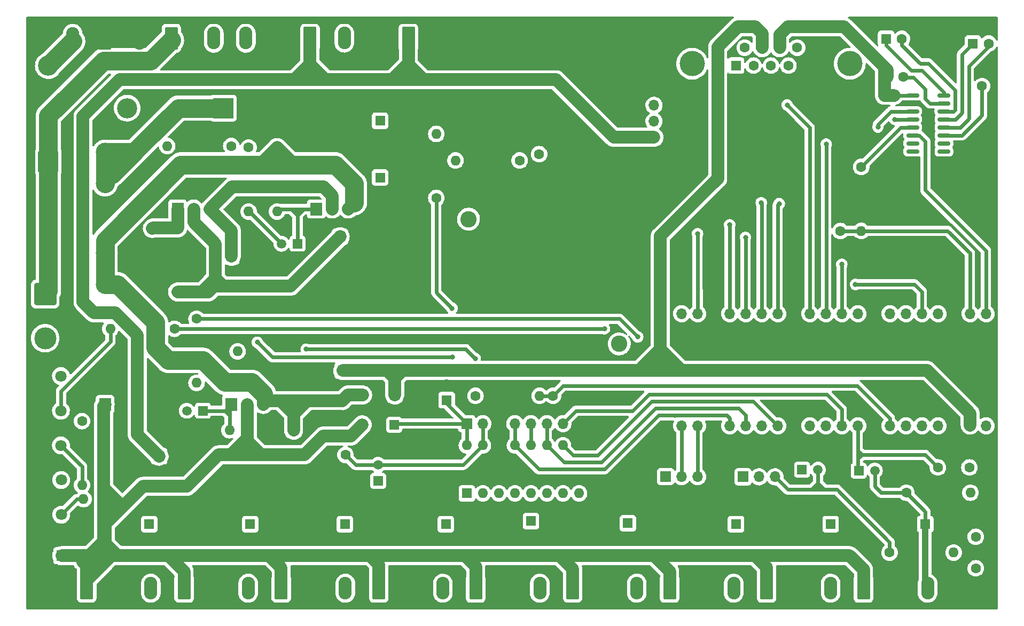
<source format=gbl>
%TF.GenerationSoftware,KiCad,Pcbnew,(6.0.7)*%
%TF.CreationDate,2023-01-05T15:45:52-03:00*%
%TF.ProjectId,EMAC2.0_PCB,454d4143-322e-4305-9f50-43422e6b6963,rev?*%
%TF.SameCoordinates,Original*%
%TF.FileFunction,Copper,L2,Bot*%
%TF.FilePolarity,Positive*%
%FSLAX46Y46*%
G04 Gerber Fmt 4.6, Leading zero omitted, Abs format (unit mm)*
G04 Created by KiCad (PCBNEW (6.0.7)) date 2023-01-05 15:45:52*
%MOMM*%
%LPD*%
G01*
G04 APERTURE LIST*
G04 Aperture macros list*
%AMRoundRect*
0 Rectangle with rounded corners*
0 $1 Rounding radius*
0 $2 $3 $4 $5 $6 $7 $8 $9 X,Y pos of 4 corners*
0 Add a 4 corners polygon primitive as box body*
4,1,4,$2,$3,$4,$5,$6,$7,$8,$9,$2,$3,0*
0 Add four circle primitives for the rounded corners*
1,1,$1+$1,$2,$3*
1,1,$1+$1,$4,$5*
1,1,$1+$1,$6,$7*
1,1,$1+$1,$8,$9*
0 Add four rect primitives between the rounded corners*
20,1,$1+$1,$2,$3,$4,$5,0*
20,1,$1+$1,$4,$5,$6,$7,0*
20,1,$1+$1,$6,$7,$8,$9,0*
20,1,$1+$1,$8,$9,$2,$3,0*%
G04 Aperture macros list end*
%TA.AperFunction,ComponentPad*%
%ADD10R,1.600000X1.600000*%
%TD*%
%TA.AperFunction,ComponentPad*%
%ADD11C,1.600000*%
%TD*%
%TA.AperFunction,ComponentPad*%
%ADD12C,4.000000*%
%TD*%
%TA.AperFunction,ComponentPad*%
%ADD13O,1.600000X1.600000*%
%TD*%
%TA.AperFunction,ComponentPad*%
%ADD14RoundRect,0.250002X-1.499998X1.499998X-1.499998X-1.499998X1.499998X-1.499998X1.499998X1.499998X0*%
%TD*%
%TA.AperFunction,ComponentPad*%
%ADD15C,3.500000*%
%TD*%
%TA.AperFunction,ComponentPad*%
%ADD16R,1.800000X1.800000*%
%TD*%
%TA.AperFunction,ComponentPad*%
%ADD17C,1.800000*%
%TD*%
%TA.AperFunction,ComponentPad*%
%ADD18R,3.200000X3.200000*%
%TD*%
%TA.AperFunction,ComponentPad*%
%ADD19O,3.200000X3.200000*%
%TD*%
%TA.AperFunction,ComponentPad*%
%ADD20RoundRect,0.249999X-0.790001X-1.550001X0.790001X-1.550001X0.790001X1.550001X-0.790001X1.550001X0*%
%TD*%
%TA.AperFunction,ComponentPad*%
%ADD21O,2.080000X3.600000*%
%TD*%
%TA.AperFunction,ComponentPad*%
%ADD22RoundRect,0.249999X0.790001X1.550001X-0.790001X1.550001X-0.790001X-1.550001X0.790001X-1.550001X0*%
%TD*%
%TA.AperFunction,ComponentPad*%
%ADD23R,1.905000X2.000000*%
%TD*%
%TA.AperFunction,ComponentPad*%
%ADD24O,1.905000X2.000000*%
%TD*%
%TA.AperFunction,ComponentPad*%
%ADD25C,3.000000*%
%TD*%
%TA.AperFunction,ComponentPad*%
%ADD26R,1.500000X1.500000*%
%TD*%
%TA.AperFunction,ComponentPad*%
%ADD27C,1.500000*%
%TD*%
%TA.AperFunction,ComponentPad*%
%ADD28R,1.700000X1.700000*%
%TD*%
%TA.AperFunction,ComponentPad*%
%ADD29O,1.700000X1.700000*%
%TD*%
%TA.AperFunction,SMDPad,CuDef*%
%ADD30RoundRect,0.150000X0.825000X0.150000X-0.825000X0.150000X-0.825000X-0.150000X0.825000X-0.150000X0*%
%TD*%
%TA.AperFunction,ViaPad*%
%ADD31C,2.600000*%
%TD*%
%TA.AperFunction,ViaPad*%
%ADD32C,0.800000*%
%TD*%
%TA.AperFunction,ViaPad*%
%ADD33C,5.000000*%
%TD*%
%TA.AperFunction,Conductor*%
%ADD34C,0.600000*%
%TD*%
%TA.AperFunction,Conductor*%
%ADD35C,3.000000*%
%TD*%
%TA.AperFunction,Conductor*%
%ADD36C,2.000000*%
%TD*%
%TA.AperFunction,Conductor*%
%ADD37C,0.250000*%
%TD*%
%TA.AperFunction,Conductor*%
%ADD38C,1.000000*%
%TD*%
G04 APERTURE END LIST*
D10*
%TO.P,1uF1,1*%
%TO.N,CH0*%
X74000000Y-117000000D03*
D11*
%TO.P,1uF1,2*%
%TO.N,GNDREF*%
X71500000Y-117000000D03*
%TD*%
D10*
%TO.P,1uF2,1*%
%TO.N,CH1*%
X90000000Y-117000000D03*
D11*
%TO.P,1uF2,2*%
%TO.N,GNDREF*%
X87500000Y-117000000D03*
%TD*%
D10*
%TO.P,1uF3,1*%
%TO.N,CH2*%
X105000000Y-117000000D03*
D11*
%TO.P,1uF3,2*%
%TO.N,GNDREF*%
X102500000Y-117000000D03*
%TD*%
D10*
%TO.P,1uF4,1*%
%TO.N,CH3*%
X121000000Y-117000000D03*
D11*
%TO.P,1uF4,2*%
%TO.N,GNDREF*%
X118500000Y-117000000D03*
%TD*%
D10*
%TO.P,1uF5,1*%
%TO.N,CH4*%
X134500000Y-116500000D03*
D11*
%TO.P,1uF5,2*%
%TO.N,GNDREF*%
X137000000Y-116500000D03*
%TD*%
D10*
%TO.P,1uF6,1*%
%TO.N,CH5*%
X149860000Y-116840000D03*
D11*
%TO.P,1uF6,2*%
%TO.N,GNDREF*%
X152360000Y-116840000D03*
%TD*%
D10*
%TO.P,1uF7,1*%
%TO.N,CH6*%
X167000000Y-117000000D03*
D11*
%TO.P,1uF7,2*%
%TO.N,GNDREF*%
X164500000Y-117000000D03*
%TD*%
D10*
%TO.P,1uF8,1*%
%TO.N,CH7_Hybrid*%
X182000000Y-117000000D03*
D11*
%TO.P,1uF8,2*%
%TO.N,GNDREF*%
X184500000Y-117000000D03*
%TD*%
D10*
%TO.P,1uF9,1*%
%TO.N,CH8_Digital*%
X197000000Y-117000000D03*
D11*
%TO.P,1uF9,2*%
%TO.N,GNDREF*%
X199500000Y-117000000D03*
%TD*%
D10*
%TO.P,470uF1,1*%
%TO.N,POWER_PICO*%
X104672651Y-92640000D03*
D11*
%TO.P,470uF1,2*%
%TO.N,GNDREF*%
X104672651Y-87640000D03*
%TD*%
D10*
%TO.P,470uF2,1*%
%TO.N,POWER_SENSORS*%
X66746000Y-106250000D03*
D11*
%TO.P,470uF2,2*%
%TO.N,GNDREF*%
X71746000Y-106250000D03*
%TD*%
D10*
%TO.P,470uF4,1*%
%TO.N,POWER_5V*%
X75560000Y-106210000D03*
D11*
%TO.P,470uF4,2*%
%TO.N,GNDREF*%
X80560000Y-106210000D03*
%TD*%
D10*
%TO.P,470uF3,1*%
%TO.N,Net-(470uF3-Pad1)*%
X87000000Y-74500000D03*
D11*
%TO.P,470uF3,2*%
%TO.N,GNDREF*%
X82000000Y-74500000D03*
%TD*%
D12*
%TO.P,DB9_Female1,0*%
%TO.N,N/C*%
X160040000Y-43950000D03*
X185040000Y-43950000D03*
D10*
%TO.P,DB9_Female1,1,1*%
%TO.N,unconnected-(DB9_Female1-Pad1)*%
X167000000Y-44250000D03*
D11*
%TO.P,DB9_Female1,2,2*%
%TO.N,Net-(DB9_Female1-Pad2)*%
X169770000Y-44250000D03*
%TO.P,DB9_Female1,3,3*%
%TO.N,Net-(DB9_Female1-Pad3)*%
X172540000Y-44250000D03*
%TO.P,DB9_Female1,4,4*%
%TO.N,unconnected-(DB9_Female1-Pad4)*%
X175310000Y-44250000D03*
%TO.P,DB9_Female1,5,5*%
%TO.N,GNDREF*%
X178080000Y-44250000D03*
%TO.P,DB9_Female1,6,6*%
%TO.N,unconnected-(DB9_Female1-Pad6)*%
X168385000Y-41410000D03*
%TO.P,DB9_Female1,7,7*%
%TO.N,POWER_PICO*%
X171155000Y-41410000D03*
%TO.P,DB9_Female1,8,8*%
%TO.N,POWER_PICO_JUMPER*%
X173925000Y-41410000D03*
%TO.P,DB9_Female1,9,9*%
%TO.N,unconnected-(DB9_Female1-Pad9)*%
X176695000Y-41410000D03*
%TD*%
%TO.P,10k-Ohm4,1*%
%TO.N,BATTERY*%
X96880000Y-102100000D03*
D13*
%TO.P,10k-Ohm4,2*%
%TO.N,Net-(10k-Ohm4-Pad2)*%
X86720000Y-102100000D03*
%TD*%
D11*
%TO.P,10k-Ohm5,1*%
%TO.N,ACTIVATE_CONNECTIVITY*%
X89746000Y-57250000D03*
D13*
%TO.P,10k-Ohm5,2*%
%TO.N,Net-(10k-Ohm5-Pad2)*%
X89746000Y-67410000D03*
%TD*%
D11*
%TO.P,10k-Ohm6,1*%
%TO.N,BATTERY*%
X94246000Y-57250000D03*
D13*
%TO.P,10k-Ohm6,2*%
%TO.N,Net-(10k-Ohm6-Pad2)*%
X94246000Y-67410000D03*
%TD*%
D14*
%TO.P,SW1,1,A*%
%TO.N,Net-(1N5402-Pad1)*%
X57500000Y-80500000D03*
D15*
%TO.P,SW1,2,B*%
%TO.N,Net-(100k-Ohm1-Pad1)*%
X57500000Y-87500000D03*
%TD*%
D11*
%TO.P,330-Ohm1,1*%
%TO.N,Net-(330-Ohm1-Pad1)*%
X78000000Y-86000000D03*
D13*
%TO.P,330-Ohm1,2*%
%TO.N,Net-(330-Ohm1-Pad2)*%
X67840000Y-86000000D03*
%TD*%
D16*
%TO.P,D2,1,K*%
%TO.N,GNDREF*%
X57460000Y-104500000D03*
D17*
%TO.P,D2,2,A*%
%TO.N,Net-(10k-Ohm8-Pad2)*%
X60000000Y-104500000D03*
%TD*%
D16*
%TO.P,D3,1,K*%
%TO.N,GNDREF*%
X57500000Y-115500000D03*
D17*
%TO.P,D3,2,A*%
%TO.N,Net-(10k-Ohm1-Pad2)*%
X60040000Y-115500000D03*
%TD*%
D16*
%TO.P,D4,1,K*%
%TO.N,GNDREF*%
X57460000Y-99000000D03*
D17*
%TO.P,D4,2,A*%
%TO.N,Net-(330-Ohm1-Pad2)*%
X60000000Y-99000000D03*
%TD*%
D11*
%TO.P,10k-Ohm8,1*%
%TO.N,Net-(10k-Ohm8-Pad1)*%
X63340000Y-100650000D03*
D13*
%TO.P,10k-Ohm8,2*%
%TO.N,Net-(10k-Ohm8-Pad2)*%
X63340000Y-110810000D03*
%TD*%
D11*
%TO.P,10k-Ohm1,1*%
%TO.N,POWER_SENSORS*%
X63590000Y-123180000D03*
D13*
%TO.P,10k-Ohm1,2*%
%TO.N,Net-(10k-Ohm1-Pad2)*%
X63590000Y-113020000D03*
%TD*%
D11*
%TO.P,10k-Ohm3,1*%
%TO.N,ACTIVATE_SENSORS*%
X81500000Y-84420000D03*
D13*
%TO.P,10k-Ohm3,2*%
%TO.N,Net-(10k-Ohm3-Pad2)*%
X81500000Y-94580000D03*
%TD*%
D18*
%TO.P,1N5402-2,1,K*%
%TO.N,Net-(1N5402-2-Pad1)*%
X85746000Y-51000000D03*
D19*
%TO.P,1N5402-2,2,A*%
%TO.N,Net-(100k-Ohm1-Pad1)*%
X70506000Y-51000000D03*
%TD*%
D20*
%TO.P,CH0-A1,1,Pin_1*%
%TO.N,POWER_SENSORS*%
X64085800Y-127148100D03*
D21*
%TO.P,CH0-A1,2,Pin_2*%
%TO.N,GNDREF*%
X69165800Y-127148100D03*
%TO.P,CH0-A1,3,Pin_3*%
%TO.N,CH0*%
X74245800Y-127148100D03*
%TD*%
D20*
%TO.P,CH1-A1,1,Pin_1*%
%TO.N,POWER_SENSORS*%
X79518000Y-127148100D03*
D21*
%TO.P,CH1-A1,2,Pin_2*%
%TO.N,GNDREF*%
X84598000Y-127148100D03*
%TO.P,CH1-A1,3,Pin_3*%
%TO.N,CH1*%
X89678000Y-127148100D03*
%TD*%
D20*
%TO.P,CH2-A1,1,Pin_1*%
%TO.N,POWER_SENSORS*%
X94920000Y-127148100D03*
D21*
%TO.P,CH2-A1,2,Pin_2*%
%TO.N,GNDREF*%
X100000000Y-127148100D03*
%TO.P,CH2-A1,3,Pin_3*%
%TO.N,CH2*%
X105080000Y-127148100D03*
%TD*%
D20*
%TO.P,CH3-A1,1,Pin_1*%
%TO.N,POWER_SENSORS*%
X110379000Y-127159000D03*
D21*
%TO.P,CH3-A1,2,Pin_2*%
%TO.N,GNDREF*%
X115459000Y-127159000D03*
%TO.P,CH3-A1,3,Pin_3*%
%TO.N,CH3*%
X120539000Y-127159000D03*
%TD*%
D20*
%TO.P,CH4-A1,1,Pin_1*%
%TO.N,POWER_SENSORS*%
X125746000Y-127159000D03*
D21*
%TO.P,CH4-A1,2,Pin_2*%
%TO.N,GNDREF*%
X130826000Y-127159000D03*
%TO.P,CH4-A1,3,Pin_3*%
%TO.N,CH4*%
X135906000Y-127159000D03*
%TD*%
D20*
%TO.P,CH5-A1,1,Pin_1*%
%TO.N,POWER_SENSORS*%
X141113000Y-127146000D03*
D21*
%TO.P,CH5-A1,2,Pin_2*%
%TO.N,GNDREF*%
X146193000Y-127146000D03*
%TO.P,CH5-A1,3,Pin_3*%
%TO.N,CH5*%
X151273000Y-127146000D03*
%TD*%
D20*
%TO.P,CH6-A1,1,Pin_1*%
%TO.N,POWER_SENSORS*%
X156480000Y-127159000D03*
D21*
%TO.P,CH6-A1,2,Pin_2*%
%TO.N,GNDREF*%
X161560000Y-127159000D03*
%TO.P,CH6-A1,3,Pin_3*%
%TO.N,CH6*%
X166640000Y-127159000D03*
%TD*%
D20*
%TO.P,CH7-H1,1,Pin_1*%
%TO.N,POWER_SENSORS*%
X171847000Y-127159000D03*
D21*
%TO.P,CH7-H1,2,Pin_2*%
%TO.N,GNDREF*%
X176927000Y-127159000D03*
%TO.P,CH7-H1,3,Pin_3*%
%TO.N,CH7_Hybrid*%
X182007000Y-127159000D03*
%TD*%
D20*
%TO.P,CH8-D1,1,Pin_1*%
%TO.N,POWER_SENSORS*%
X187214000Y-127159000D03*
D21*
%TO.P,CH8-D1,2,Pin_2*%
%TO.N,GNDREF*%
X192294000Y-127159000D03*
%TO.P,CH8-D1,3,Pin_3*%
%TO.N,CH8_Digital*%
X197374000Y-127159000D03*
%TD*%
D22*
%TO.P,PWM1,1,Pin_1*%
%TO.N,POWER_5V*%
X115080000Y-39875200D03*
D21*
%TO.P,PWM1,2,Pin_2*%
%TO.N,GNDREF*%
X110000000Y-39875200D03*
%TO.P,PWM1,3,Pin_3*%
%TO.N,PWM_SALIDA*%
X104920000Y-39875200D03*
%TD*%
D23*
%TO.P,LM7805,1,VI*%
%TO.N,POWER_SENSORS*%
X67000000Y-98000000D03*
D24*
%TO.P,LM7805,2,GND*%
%TO.N,GNDREF*%
X69540000Y-98000000D03*
%TO.P,LM7805,3,VO*%
%TO.N,POWER_5V*%
X72080000Y-98000000D03*
%TD*%
D23*
%TO.P,IRF9540N1,1,G*%
%TO.N,Net-(10k-Ohm4-Pad2)*%
X87000000Y-98000000D03*
D24*
%TO.P,IRF9540N1,2,D*%
%TO.N,POWER_SENSORS*%
X89540000Y-98000000D03*
%TO.P,IRF9540N1,3,S*%
%TO.N,BATTERY*%
X92080000Y-98000000D03*
%TD*%
D23*
%TO.P,IRF9540N2,1,G*%
%TO.N,Net-(10k-Ohm6-Pad2)*%
X100460000Y-67000000D03*
D24*
%TO.P,IRF9540N2,2,D*%
%TO.N,Net-(470uF3-Pad1)*%
X103000000Y-67000000D03*
%TO.P,IRF9540N2,3,S*%
%TO.N,BATTERY*%
X105540000Y-67000000D03*
%TD*%
D22*
%TO.P,BATTERY1,1,Pin_1*%
%TO.N,Net-(1N5402-Pad1)*%
X77507500Y-39902500D03*
D21*
%TO.P,BATTERY1,2,Pin_2*%
%TO.N,GNDREF*%
X72427500Y-39902500D03*
%TD*%
D22*
%TO.P,UART1,1,Pin_1*%
%TO.N,POWER_5V*%
X99470000Y-39890000D03*
D21*
%TO.P,UART1,2,Pin_2*%
%TO.N,GNDREF*%
X94390000Y-39890000D03*
%TO.P,UART1,3,Pin_3*%
%TO.N,UART_TX*%
X89310000Y-39890000D03*
%TO.P,UART1,4,Pin_4*%
%TO.N,UART_RX*%
X84230000Y-39890000D03*
%TD*%
D25*
%TO.P,Fuse1,1*%
%TO.N,BATTERY*%
X67000000Y-74000000D03*
X67000000Y-79000000D03*
%TO.P,Fuse1,2*%
%TO.N,Net-(1N5402-2-Pad1)*%
X67000000Y-63000000D03*
X67000000Y-58000000D03*
%TD*%
D10*
%TO.P,1uF10,1*%
%TO.N,Net-(1uF10-Pad1)*%
X190794888Y-40000000D03*
D11*
%TO.P,1uF10,2*%
%TO.N,Net-(1uF10-Pad2)*%
X193294888Y-40000000D03*
%TD*%
D10*
%TO.P,1uF13,1*%
%TO.N,Net-(1uF13-Pad1)*%
X204544888Y-40750000D03*
D11*
%TO.P,1uF13,2*%
%TO.N,Net-(1uF13-Pad2)*%
X207044888Y-40750000D03*
%TD*%
D10*
%TO.P,1uF11,1*%
%TO.N,GNDREF*%
X206000000Y-45000000D03*
D11*
%TO.P,1uF11,2*%
%TO.N,Net-(1uF11-Pad2)*%
X206000000Y-47500000D03*
%TD*%
D10*
%TO.P,1uF12,1*%
%TO.N,POWER_PICO_JUMPER*%
X191000000Y-46000000D03*
D11*
%TO.P,1uF12,2*%
%TO.N,Net-(1uF12-Pad2)*%
X193500000Y-46000000D03*
%TD*%
D10*
%TO.P,1uF14,1*%
%TO.N,POWER_PICO*%
X164105113Y-56400000D03*
D11*
%TO.P,1uF14,2*%
%TO.N,GNDREF*%
X161605113Y-56400000D03*
%TD*%
D26*
%TO.P,BC547,1,C*%
%TO.N,Net-(10k-Ohm6-Pad2)*%
X97500000Y-72500000D03*
D27*
%TO.P,BC547,2,B*%
%TO.N,Net-(10k-Ohm5-Pad2)*%
X94960000Y-72500000D03*
%TO.P,BC547,3,E*%
%TO.N,GNDREF*%
X92420000Y-72500000D03*
%TD*%
D28*
%TO.P,GPS1,1,Pin_1*%
%TO.N,GNDREF*%
X154000000Y-48000000D03*
D29*
%TO.P,GPS1,2,Pin_2*%
%TO.N,GPS_TX*%
X154000000Y-50540000D03*
%TO.P,GPS1,3,Pin_3*%
%TO.N,GPS_RX*%
X154000000Y-53080000D03*
%TO.P,GPS1,4,Pin_4*%
%TO.N,POWER_5V*%
X154000000Y-55620000D03*
%TD*%
D26*
%TO.P,BC547-2,1,C*%
%TO.N,Net-(10k-Ohm4-Pad2)*%
X82500000Y-99000000D03*
D27*
%TO.P,BC547-2,2,B*%
%TO.N,Net-(10k-Ohm3-Pad2)*%
X79960000Y-99000000D03*
%TO.P,BC547-2,3,E*%
%TO.N,GNDREF*%
X77420000Y-99000000D03*
%TD*%
D23*
%TO.P,LM317,1,ADJ*%
%TO.N,Net-(200-Ohm1-Pad1)*%
X78500000Y-67000000D03*
D24*
%TO.P,LM317,2,VO*%
%TO.N,POWER_CONNECTIVITY*%
X81040000Y-67000000D03*
%TO.P,LM317,3,VI*%
%TO.N,Net-(470uF3-Pad1)*%
X83580000Y-67000000D03*
%TD*%
D26*
%TO.P,L78L05-2,1,VO*%
%TO.N,POWER_PICO*%
X112900000Y-96500000D03*
D27*
%TO.P,L78L05-2,2,GND*%
%TO.N,GNDREF*%
X110360000Y-96500000D03*
%TO.P,L78L05-2,3,VI*%
%TO.N,BATTERY*%
X107820000Y-96500000D03*
%TD*%
D18*
%TO.P,1N5402,1,K*%
%TO.N,Net-(1N5402-Pad1)*%
X58000000Y-59500000D03*
D19*
%TO.P,1N5402,2,A*%
%TO.N,Net-(15k-Ohm1-Pad1)*%
X58000000Y-44260000D03*
%TD*%
D10*
%TO.P,C29,1*%
%TO.N,POWER_CONNECTIVITY*%
X110597349Y-53000000D03*
D11*
%TO.P,C29,2*%
%TO.N,GNDREF*%
X115597349Y-53000000D03*
%TD*%
D10*
%TO.P,0.1u1,1*%
%TO.N,POWER_ADC*%
X121140000Y-97325113D03*
D11*
%TO.P,0.1u1,2*%
%TO.N,GNDREF*%
X121140000Y-94825113D03*
%TD*%
%TO.P,10k-Ohm2,1*%
%TO.N,BATTERY_LVL*%
X138000000Y-96630000D03*
D13*
%TO.P,10k-Ohm2,2*%
%TO.N,GNDREF*%
X148160000Y-96630000D03*
%TD*%
D26*
%TO.P,2N3906,1,E*%
%TO.N,CH7_INT*%
X177460000Y-108360000D03*
D27*
%TO.P,2N3906,2,B*%
%TO.N,CH7_Digital*%
X180000000Y-108360000D03*
%TO.P,2N3906,3,C*%
%TO.N,GNDREF*%
X182540000Y-108360000D03*
%TD*%
D28*
%TO.P,TTL-Modem1,1,Pin_1*%
%TO.N,POWER_CONNECTIVITY*%
X155850000Y-109460000D03*
D29*
%TO.P,TTL-Modem1,2,Pin_2*%
%TO.N,CONNECTIVITY_TX*%
X158390000Y-109460000D03*
%TO.P,TTL-Modem1,3,Pin_3*%
%TO.N,CONNECTIVITY_RX*%
X160930000Y-109460000D03*
%TO.P,TTL-Modem1,4,Pin_4*%
%TO.N,GNDREF*%
X163470000Y-109460000D03*
%TD*%
D26*
%TO.P,L78L5,1,VO*%
%TO.N,POWER_ADC*%
X112840000Y-101240000D03*
D27*
%TO.P,L78L5,2,GND*%
%TO.N,GNDREF*%
X110300000Y-101240000D03*
%TO.P,L78L5,3,VI*%
%TO.N,POWER_SENSORS*%
X107760000Y-101240000D03*
%TD*%
D26*
%TO.P,2N3906-2,1,E*%
%TO.N,CH8_INT*%
X186460000Y-108500000D03*
D27*
%TO.P,2N3906-2,2,B*%
%TO.N,CH8_Digital*%
X189000000Y-108500000D03*
%TO.P,2N3906-2,3,C*%
%TO.N,GNDREF*%
X191540000Y-108500000D03*
%TD*%
D22*
%TO.P,SOLAR_PANEL1,1,Pin_1*%
%TO.N,GNDREF*%
X66947500Y-39922500D03*
D21*
%TO.P,SOLAR_PANEL1,2,Pin_2*%
%TO.N,Net-(15k-Ohm1-Pad1)*%
X61867500Y-39922500D03*
%TD*%
D11*
%TO.P,15k-Ohm1,1*%
%TO.N,Net-(15k-Ohm1-Pad1)*%
X87000000Y-57000000D03*
D13*
%TO.P,15k-Ohm1,2*%
%TO.N,Net-(15k-Ohm1-Pad2)*%
X76840000Y-57000000D03*
%TD*%
D11*
%TO.P,10k-Ohm7,1*%
%TO.N,Vref_ADC*%
X105100000Y-106000000D03*
D13*
%TO.P,10k-Ohm7,2*%
%TO.N,POWER_SENSORS*%
X94940000Y-106000000D03*
%TD*%
D11*
%TO.P,2.2k-Ohm1,1*%
%TO.N,Net-(2.2k-Ohm1-Pad1)*%
X186850000Y-60320000D03*
D13*
%TO.P,2.2k-Ohm1,2*%
%TO.N,RX_Serie*%
X186850000Y-70480000D03*
%TD*%
D11*
%TO.P,100k-Ohm1,1*%
%TO.N,Net-(100k-Ohm1-Pad1)*%
X125710000Y-96630000D03*
D13*
%TO.P,100k-Ohm1,2*%
%TO.N,BATTERY_LVL*%
X135870000Y-96630000D03*
%TD*%
D11*
%TO.P,22k-Ohm2,1*%
%TO.N,CH8_Digital*%
X194000000Y-112000000D03*
D13*
%TO.P,22k-Ohm2,2*%
%TO.N,3.3V*%
X204160000Y-112000000D03*
%TD*%
D16*
%TO.P,D6,1,K*%
%TO.N,GNDREF*%
X57500000Y-110000000D03*
D17*
%TO.P,D6,2,A*%
%TO.N,Net-(1k-Ohm1-Pad2)*%
X60040000Y-110000000D03*
%TD*%
D11*
%TO.P,1k-Ohm1,1*%
%TO.N,POWER_CONNECTIVITY*%
X88000000Y-79420000D03*
D13*
%TO.P,1k-Ohm1,2*%
%TO.N,Net-(1k-Ohm1-Pad2)*%
X88000000Y-89580000D03*
%TD*%
D11*
%TO.P,3.3k-Ohm1,1*%
%TO.N,RX_Serie*%
X183550000Y-70500000D03*
D13*
%TO.P,3.3k-Ohm1,2*%
%TO.N,GNDREF*%
X183550000Y-60340000D03*
%TD*%
D28*
%TO.P,JSPI2,1,Pin_1*%
%TO.N,POWER_ADC*%
X124325000Y-101050000D03*
D29*
%TO.P,JSPI2,2,Pin_2*%
%TO.N,Vref_ADC*%
X126865000Y-101050000D03*
%TO.P,JSPI2,3,Pin_3*%
%TO.N,GNDREF*%
X129405000Y-101050000D03*
%TO.P,JSPI2,4,Pin_4*%
%TO.N,ADC_CLK*%
X131945000Y-101050000D03*
%TO.P,JSPI2,5,Pin_5*%
%TO.N,ADC_DI*%
X134485000Y-101050000D03*
%TO.P,JSPI2,6,Pin_6*%
%TO.N,ADC_DO*%
X137025000Y-101050000D03*
%TO.P,JSPI2,7,Pin_7*%
%TO.N,SPI2_CS*%
X139565000Y-101050000D03*
%TO.P,JSPI2,8,Pin_8*%
%TO.N,GNDREF*%
X142105000Y-101050000D03*
%TD*%
D28*
%TO.P,JCapa2,1,Pin_1*%
%TO.N,POWER_SENSORS*%
X60130000Y-122000000D03*
D29*
%TO.P,JCapa2,2,Pin_2*%
%TO.N,GNDREF*%
X57590000Y-122000000D03*
%TD*%
D26*
%TO.P,LM336Z5,1,VI*%
%TO.N,unconnected-(LM336Z5-Pad1)*%
X110270000Y-110130000D03*
D27*
%TO.P,LM336Z5,2,VO*%
%TO.N,Vref_ADC*%
X110270000Y-107590000D03*
%TO.P,LM336Z5,3,GND*%
%TO.N,GNDREF*%
X110270000Y-105050000D03*
%TD*%
D11*
%TO.P,200-Ohm1,1*%
%TO.N,Net-(200-Ohm1-Pad1)*%
X78500000Y-70000000D03*
D13*
%TO.P,200-Ohm1,2*%
%TO.N,POWER_CONNECTIVITY*%
X78500000Y-80160000D03*
%TD*%
D11*
%TO.P,470-Ohm1,1*%
%TO.N,Net-(200-Ohm1-Pad1)*%
X74500000Y-70080000D03*
D13*
%TO.P,470-Ohm1,2*%
%TO.N,GNDREF*%
X74500000Y-80240000D03*
%TD*%
D11*
%TO.P,56-Ohm1,1*%
%TO.N,Net-(56-Ohm1-Pad1)*%
X119500000Y-65250000D03*
D13*
%TO.P,56-Ohm1,2*%
%TO.N,Net-(56-Ohm1-Pad2)*%
X119500000Y-55090000D03*
%TD*%
D28*
%TO.P,CH7A-Jumper-CHD1,1,Pin_1*%
%TO.N,CH7_Analog*%
X168110000Y-109490000D03*
D29*
%TO.P,CH7A-Jumper-CHD1,2,Pin_2*%
%TO.N,CH7_Hybrid*%
X170650000Y-109490000D03*
%TO.P,CH7A-Jumper-CHD1,3,Pin_3*%
%TO.N,CH7_Digital*%
X173190000Y-109490000D03*
%TD*%
D11*
%TO.P,220nF3,1*%
%TO.N,GNDREF*%
X140800000Y-58300000D03*
%TO.P,220nF3,2*%
%TO.N,Net-(220nF3-Pad2)*%
X135800000Y-58300000D03*
%TD*%
D10*
%TO.P,C27,1*%
%TO.N,POWER_CONNECTIVITY*%
X104250000Y-71380000D03*
D11*
%TO.P,C27,2*%
%TO.N,GNDREF*%
X104250000Y-76380000D03*
%TD*%
%TO.P,220nF1,1*%
%TO.N,CH7_INT*%
X205000000Y-124000000D03*
%TO.P,220nF1,2*%
%TO.N,3.3V*%
X205000000Y-119000000D03*
%TD*%
%TO.P,220nF2,1*%
%TO.N,CH8_INT*%
X199000000Y-108000000D03*
%TO.P,220nF2,2*%
%TO.N,3.3V*%
X204000000Y-108000000D03*
%TD*%
D29*
%TO.P,Raspberry_Pi_Pico1,1,GPIO0*%
%TO.N,TX_Serie*%
X206630000Y-83610000D03*
%TO.P,Raspberry_Pi_Pico1,2,GPIO1*%
%TO.N,RX_Serie*%
X204090000Y-83610000D03*
D28*
%TO.P,Raspberry_Pi_Pico1,3,GND*%
%TO.N,GNDREF*%
X201550000Y-83610000D03*
D29*
%TO.P,Raspberry_Pi_Pico1,4,GPIO2*%
%TO.N,unconnected-(Raspberry_Pi_Pico1-Pad4)*%
X199010000Y-83610000D03*
%TO.P,Raspberry_Pi_Pico1,5,GPIO3*%
%TO.N,Net-(10k-Ohm8-Pad1)*%
X196470000Y-83610000D03*
%TO.P,Raspberry_Pi_Pico1,6,GPIO4*%
%TO.N,UART_TX*%
X193930000Y-83610000D03*
%TO.P,Raspberry_Pi_Pico1,7,GPIO5*%
%TO.N,UART_RX*%
X191390000Y-83610000D03*
D28*
%TO.P,Raspberry_Pi_Pico1,8,GND*%
%TO.N,GNDREF*%
X188850000Y-83610000D03*
D29*
%TO.P,Raspberry_Pi_Pico1,9,GPIO6*%
%TO.N,ACTIVATE_SENSORS*%
X186310000Y-83610000D03*
%TO.P,Raspberry_Pi_Pico1,10,GPIO7*%
%TO.N,ACTIVATE_CONNECTIVITY*%
X183770000Y-83610000D03*
%TO.P,Raspberry_Pi_Pico1,11,GPIO8*%
%TO.N,GPS_RX*%
X181230000Y-83610000D03*
%TO.P,Raspberry_Pi_Pico1,12,GPIO9*%
%TO.N,GPS_TX*%
X178690000Y-83610000D03*
D28*
%TO.P,Raspberry_Pi_Pico1,13,GND*%
%TO.N,GNDREF*%
X176150000Y-83610000D03*
D29*
%TO.P,Raspberry_Pi_Pico1,14,GPIO10*%
%TO.N,SD_CLK*%
X173610000Y-83610000D03*
%TO.P,Raspberry_Pi_Pico1,15,GPIO11*%
%TO.N,SD_DI*%
X171070000Y-83610000D03*
%TO.P,Raspberry_Pi_Pico1,16,GPIO12*%
%TO.N,SD_DO*%
X168530000Y-83610000D03*
%TO.P,Raspberry_Pi_Pico1,17,GPIO13*%
%TO.N,SD_CS*%
X165990000Y-83610000D03*
D28*
%TO.P,Raspberry_Pi_Pico1,18,GND*%
%TO.N,GNDREF*%
X163450000Y-83610000D03*
D29*
%TO.P,Raspberry_Pi_Pico1,19,GPIO14*%
%TO.N,PWM_SALIDA*%
X160910000Y-83610000D03*
%TO.P,Raspberry_Pi_Pico1,20,GPIO15*%
%TO.N,Net-(330-Ohm1-Pad1)*%
X158370000Y-83610000D03*
%TO.P,Raspberry_Pi_Pico1,21,GPIO16*%
%TO.N,CONNECTIVITY_TX*%
X158370000Y-101390000D03*
%TO.P,Raspberry_Pi_Pico1,22,GPIO17*%
%TO.N,CONNECTIVITY_RX*%
X160910000Y-101390000D03*
D28*
%TO.P,Raspberry_Pi_Pico1,23,GND*%
%TO.N,GNDREF*%
X163450000Y-101390000D03*
D29*
%TO.P,Raspberry_Pi_Pico1,24,GPIO18*%
%TO.N,ADC_CLK*%
X165990000Y-101390000D03*
%TO.P,Raspberry_Pi_Pico1,25,GPIO19*%
%TO.N,ADC_DO*%
X168530000Y-101390000D03*
%TO.P,Raspberry_Pi_Pico1,26,GPIO20*%
%TO.N,ADC_DI*%
X171070000Y-101390000D03*
%TO.P,Raspberry_Pi_Pico1,27,GPIO21*%
%TO.N,ADC_CS*%
X173610000Y-101390000D03*
D28*
%TO.P,Raspberry_Pi_Pico1,28,GND*%
%TO.N,GNDREF*%
X176150000Y-101390000D03*
D29*
%TO.P,Raspberry_Pi_Pico1,29,GPIO22*%
%TO.N,CH7_INT*%
X178690000Y-101390000D03*
%TO.P,Raspberry_Pi_Pico1,30,RUN*%
%TO.N,unconnected-(Raspberry_Pi_Pico1-Pad30)*%
X181230000Y-101390000D03*
%TO.P,Raspberry_Pi_Pico1,31,GPIO26_ADC0*%
%TO.N,SPI2_CS*%
X183770000Y-101390000D03*
%TO.P,Raspberry_Pi_Pico1,32,GPIO27_ADC1*%
%TO.N,CH8_INT*%
X186310000Y-101390000D03*
D28*
%TO.P,Raspberry_Pi_Pico1,33,AGND*%
%TO.N,GNDREF*%
X188850000Y-101390000D03*
D29*
%TO.P,Raspberry_Pi_Pico1,34,GPIO28_ADC2*%
%TO.N,BATTERY_LVL*%
X191390000Y-101390000D03*
%TO.P,Raspberry_Pi_Pico1,35,ADC_VREF*%
%TO.N,unconnected-(Raspberry_Pi_Pico1-Pad35)*%
X193930000Y-101390000D03*
%TO.P,Raspberry_Pi_Pico1,36,3V3*%
%TO.N,3.3V*%
X196470000Y-101390000D03*
%TO.P,Raspberry_Pi_Pico1,37,3V3_EN*%
%TO.N,unconnected-(Raspberry_Pi_Pico1-Pad37)*%
X199010000Y-101390000D03*
D28*
%TO.P,Raspberry_Pi_Pico1,38,GND*%
%TO.N,GNDREF*%
X201550000Y-101390000D03*
D29*
%TO.P,Raspberry_Pi_Pico1,39,VSYS*%
%TO.N,POWER_PICO*%
X204090000Y-101390000D03*
%TO.P,Raspberry_Pi_Pico1,40,VBUS*%
%TO.N,unconnected-(Raspberry_Pi_Pico1-Pad40)*%
X206630000Y-101390000D03*
%TD*%
D10*
%TO.P,MCP3208,1,CH0*%
%TO.N,CH0*%
X124340000Y-112110000D03*
D13*
%TO.P,MCP3208,2,CH1*%
%TO.N,CH1*%
X126880000Y-112110000D03*
%TO.P,MCP3208,3,CH2*%
%TO.N,CH2*%
X129420000Y-112110000D03*
%TO.P,MCP3208,4,CH3*%
%TO.N,CH3*%
X131960000Y-112110000D03*
%TO.P,MCP3208,5,CH4*%
%TO.N,CH4*%
X134500000Y-112110000D03*
%TO.P,MCP3208,6,CH5*%
%TO.N,CH5*%
X137040000Y-112110000D03*
%TO.P,MCP3208,7,CH6*%
%TO.N,CH6*%
X139580000Y-112110000D03*
%TO.P,MCP3208,8,CH7*%
%TO.N,CH7_Analog*%
X142120000Y-112110000D03*
%TO.P,MCP3208,9,DGND*%
%TO.N,GNDREF*%
X142120000Y-104490000D03*
%TO.P,MCP3208,10,~{CS}/SHDN*%
%TO.N,ADC_CS*%
X139580000Y-104490000D03*
%TO.P,MCP3208,11,Din*%
%TO.N,ADC_DO*%
X137040000Y-104490000D03*
%TO.P,MCP3208,12,Dout*%
%TO.N,ADC_DI*%
X134500000Y-104490000D03*
%TO.P,MCP3208,13,CLK*%
%TO.N,ADC_CLK*%
X131960000Y-104490000D03*
%TO.P,MCP3208,14,AGND*%
%TO.N,GNDREF*%
X129420000Y-104490000D03*
%TO.P,MCP3208,15,Vref*%
%TO.N,Vref_ADC*%
X126880000Y-104490000D03*
%TO.P,MCP3208,16,Vdd*%
%TO.N,POWER_ADC*%
X124340000Y-104490000D03*
%TD*%
D16*
%TO.P,D7,1,K*%
%TO.N,GNDREF*%
X57460000Y-93500000D03*
D17*
%TO.P,D7,2,A*%
%TO.N,Net-(15k-Ohm1-Pad2)*%
X60000000Y-93500000D03*
%TD*%
D10*
%TO.P,C28,1*%
%TO.N,POWER_CONNECTIVITY*%
X110597349Y-62000000D03*
D11*
%TO.P,C28,2*%
%TO.N,GNDREF*%
X115597349Y-62000000D03*
%TD*%
%TO.P,22k-Ohm1,1*%
%TO.N,CH7_Digital*%
X191340000Y-121500000D03*
D13*
%TO.P,22k-Ohm1,2*%
%TO.N,3.3V*%
X201500000Y-121500000D03*
%TD*%
D11*
%TO.P,100-Ohm1,1*%
%TO.N,Net-(100-Ohm1-Pad1)*%
X132700000Y-59300000D03*
D13*
%TO.P,100-Ohm1,2*%
%TO.N,Net-(100-Ohm1-Pad2)*%
X122540000Y-59300000D03*
%TD*%
D30*
%TO.P,U2,1,C1+*%
%TO.N,Net-(1uF10-Pad1)*%
X199950000Y-48960000D03*
%TO.P,U2,2,VS+*%
%TO.N,Net-(1uF12-Pad2)*%
X199950000Y-50230000D03*
%TO.P,U2,3,C1-*%
%TO.N,Net-(1uF10-Pad2)*%
X199950000Y-51500000D03*
%TO.P,U2,4,C2+*%
%TO.N,Net-(1uF13-Pad1)*%
X199950000Y-52770000D03*
%TO.P,U2,5,C2-*%
%TO.N,Net-(1uF13-Pad2)*%
X199950000Y-54040000D03*
%TO.P,U2,6,VS-*%
%TO.N,Net-(1uF11-Pad2)*%
X199950000Y-55310000D03*
%TO.P,U2,7,T2OUT*%
%TO.N,unconnected-(U2-Pad7)*%
X199950000Y-56580000D03*
%TO.P,U2,8,R2IN*%
%TO.N,unconnected-(U2-Pad8)*%
X199950000Y-57850000D03*
%TO.P,U2,9,R2OUT*%
%TO.N,unconnected-(U2-Pad9)*%
X195000000Y-57850000D03*
%TO.P,U2,10,T2IN*%
%TO.N,unconnected-(U2-Pad10)*%
X195000000Y-56580000D03*
%TO.P,U2,11,T1IN*%
%TO.N,TX_Serie*%
X195000000Y-55310000D03*
%TO.P,U2,12,R1OUT*%
%TO.N,Net-(2.2k-Ohm1-Pad1)*%
X195000000Y-54040000D03*
%TO.P,U2,13,R1IN*%
%TO.N,Net-(DB9_Female1-Pad3)*%
X195000000Y-52770000D03*
%TO.P,U2,14,T1OUT*%
%TO.N,Net-(DB9_Female1-Pad2)*%
X195000000Y-51500000D03*
%TO.P,U2,15,GND*%
%TO.N,GNDREF*%
X195000000Y-50230000D03*
%TO.P,U2,16,VCC*%
%TO.N,POWER_PICO_JUMPER*%
X195000000Y-48960000D03*
%TD*%
D31*
%TO.N,*%
X124600000Y-68600000D03*
X148500000Y-88400000D03*
D32*
%TO.N,GNDREF*%
X134300000Y-68900000D03*
D33*
X199000000Y-39000000D03*
X206000000Y-128000000D03*
X57000000Y-128000000D03*
D32*
X130700000Y-68800000D03*
%TO.N,GPS_RX*%
X181300000Y-56700000D03*
%TO.N,GPS_TX*%
X175100000Y-50500000D03*
%TO.N,SD_DO*%
X168500000Y-71500000D03*
%TO.N,SD_DI*%
X171000000Y-66000000D03*
%TO.N,SD_CLK*%
X173850000Y-66150000D03*
%TO.N,PWM_SALIDA*%
X160910000Y-70910000D03*
%TO.N,ACTIVATE_SENSORS*%
X151420000Y-87290000D03*
%TO.N,SD_CS*%
X166000000Y-69500000D03*
%TO.N,ACTIVATE_CONNECTIVITY*%
X183770000Y-75770000D03*
%TO.N,Net-(100k-Ohm1-Pad1)*%
X125670000Y-90700500D03*
X98880000Y-89240000D03*
%TO.N,Net-(DB9_Female1-Pad2)*%
X189500000Y-54000000D03*
%TO.N,Net-(DB9_Female1-Pad3)*%
X192175044Y-52770000D03*
%TO.N,Net-(10k-Ohm8-Pad1)*%
X91130000Y-88140000D03*
X185930000Y-78960000D03*
X122060000Y-90520000D03*
%TO.N,Net-(56-Ohm1-Pad1)*%
X122000000Y-82750000D03*
%TO.N,Net-(330-Ohm1-Pad1)*%
X146160000Y-85990000D03*
%TD*%
D34*
%TO.N,GNDREF*%
X198175480Y-52230436D02*
X198175480Y-58975480D01*
X163450000Y-103950000D02*
X164500000Y-105000000D01*
X110300000Y-98800000D02*
X110300000Y-96560000D01*
X82050010Y-129949990D02*
X79050010Y-129949990D01*
X110270000Y-101270000D02*
X110300000Y-101240000D01*
X64780010Y-129949990D02*
X66050010Y-129949990D01*
X152360000Y-116840000D02*
X152360000Y-119860000D01*
X113050010Y-129949990D02*
X112949990Y-129949990D01*
X163450000Y-102050000D02*
X163450000Y-103950000D01*
X176927000Y-128073000D02*
X175050010Y-129949990D01*
X110000000Y-39875200D02*
X110000000Y-37550380D01*
X182540000Y-107040000D02*
X180500000Y-105000000D01*
X63063444Y-129949990D02*
X60306727Y-127193273D01*
X207900000Y-46900000D02*
X206000000Y-45000000D01*
X176150000Y-104350000D02*
X176000000Y-104500000D01*
X176150000Y-103350000D02*
X176150000Y-101390000D01*
X77420000Y-99000000D02*
X77420000Y-103070000D01*
X84598000Y-127402000D02*
X82050010Y-129949990D01*
X137000000Y-116500000D02*
X137000000Y-119500000D01*
X102500000Y-117000000D02*
X102500000Y-120000000D01*
X69500000Y-103500000D02*
X69540000Y-103460000D01*
X204050010Y-129949990D02*
X206000000Y-128000000D01*
X118500000Y-119500000D02*
X119000000Y-120000000D01*
X73368630Y-120000000D02*
X71500000Y-118131370D01*
X144050010Y-129949990D02*
X158949990Y-129949990D01*
X176150000Y-83610000D02*
X176150000Y-85650000D01*
X84598000Y-127148100D02*
X84598000Y-127402000D01*
X187535000Y-120000000D02*
X192294000Y-124759000D01*
X194949990Y-129949990D02*
X199550010Y-129949990D01*
X72427500Y-39902500D02*
X66967500Y-39902500D01*
X205100000Y-59700000D02*
X207900000Y-56900000D01*
X164500000Y-120000000D02*
X184500000Y-120000000D01*
X193952176Y-50230000D02*
X195000000Y-50230000D01*
X159705113Y-58300000D02*
X140800000Y-58300000D01*
X158949990Y-129949990D02*
X174949990Y-129949990D01*
X164500000Y-105000000D02*
X175000000Y-105000000D01*
X189000000Y-86000000D02*
X201000000Y-86000000D01*
X94290480Y-37290480D02*
X93709520Y-37290480D01*
X201500000Y-106500000D02*
X201500000Y-104100000D01*
X69500000Y-104500000D02*
X69500000Y-103500000D01*
X94390000Y-38110000D02*
X94390000Y-39890000D01*
X175050010Y-129949990D02*
X174949990Y-129949990D01*
X93709520Y-37290480D02*
X75039520Y-37290480D01*
X182540000Y-108360000D02*
X182540000Y-107040000D01*
X110270000Y-105050000D02*
X110270000Y-101270000D01*
X161605113Y-55605113D02*
X161605113Y-56400000D01*
X163660000Y-101460000D02*
X163480000Y-101280000D01*
X97004810Y-37275190D02*
X96989520Y-37290480D01*
X118500000Y-117000000D02*
X118500000Y-119500000D01*
X66050010Y-129949990D02*
X68851900Y-127148100D01*
X159050010Y-129949990D02*
X158949990Y-129949990D01*
X177000000Y-105000000D02*
X176000000Y-105000000D01*
X188850000Y-85850000D02*
X189000000Y-86000000D01*
X199550010Y-129949990D02*
X204050010Y-129949990D01*
X57590000Y-122320000D02*
X57590000Y-122000000D01*
X201000000Y-86000000D02*
X201550000Y-85450000D01*
X161605113Y-56400000D02*
X159705113Y-58300000D01*
X137500000Y-120000000D02*
X152500000Y-120000000D01*
X71250000Y-106250000D02*
X69500000Y-104500000D01*
X102500000Y-120000000D02*
X119000000Y-120000000D01*
X80560000Y-106210000D02*
X78760480Y-108009520D01*
X201000000Y-110500000D02*
X201500000Y-111000000D01*
X176150000Y-100850000D02*
X176150000Y-101390000D01*
X184500000Y-120000000D02*
X187535000Y-120000000D01*
X100000000Y-127148100D02*
X99851900Y-127148100D01*
X176150000Y-104150000D02*
X177000000Y-105000000D01*
X87500000Y-117000000D02*
X84500000Y-120000000D01*
X201500000Y-104100000D02*
X201550000Y-104050000D01*
X72859990Y-129949990D02*
X79050010Y-129949990D01*
X201000000Y-110500000D02*
X201500000Y-110000000D01*
X110300000Y-96560000D02*
X110360000Y-96500000D01*
X71500000Y-118131370D02*
X71500000Y-117000000D01*
X71746000Y-106250000D02*
X71250000Y-106250000D01*
X152360000Y-119860000D02*
X152500000Y-120000000D01*
X69165800Y-127148100D02*
X69165800Y-127165800D01*
X60299511Y-127186057D02*
X60299511Y-125029511D01*
X130826000Y-127174000D02*
X128050010Y-129949990D01*
X110300000Y-99030000D02*
X110300000Y-98800000D01*
X57460000Y-104460000D02*
X57500000Y-104500000D01*
X66967500Y-39902500D02*
X66947500Y-39922500D01*
X146193000Y-127807000D02*
X144050010Y-129949990D01*
X94390000Y-37390000D02*
X94290480Y-37290480D01*
X201500000Y-111000000D02*
X201500000Y-110000000D01*
X73505520Y-108009520D02*
X71746000Y-106250000D01*
X94390000Y-37970960D02*
X93709520Y-37290480D01*
X78760480Y-108009520D02*
X73505520Y-108009520D01*
X190050010Y-129949990D02*
X192294000Y-127706000D01*
X201500000Y-110000000D02*
X201500000Y-106500000D01*
X84500000Y-120000000D02*
X73368630Y-120000000D01*
X176927000Y-127159000D02*
X176927000Y-128073000D01*
X201580000Y-101280000D02*
X201580000Y-101420000D01*
X60299511Y-125029511D02*
X57590000Y-122320000D01*
X163450000Y-83610000D02*
X163450000Y-84450000D01*
X192294000Y-127159000D02*
X192294000Y-127294000D01*
X176000000Y-104500000D02*
X176000000Y-105000000D01*
X57500000Y-121910000D02*
X57590000Y-122000000D01*
X163450000Y-101390000D02*
X163450000Y-102050000D01*
X57500000Y-110000000D02*
X57500000Y-115500000D01*
X110275190Y-37275190D02*
X97004810Y-37275190D01*
X75039520Y-37290480D02*
X72427500Y-39902500D01*
X192294000Y-127294000D02*
X194949990Y-129949990D01*
X130826000Y-127159000D02*
X130826000Y-127174000D01*
X199500000Y-117000000D02*
X199500000Y-129899980D01*
X77500000Y-74500000D02*
X74500000Y-77500000D01*
X57460000Y-93500000D02*
X57460000Y-99000000D01*
X57500000Y-115500000D02*
X57500000Y-121910000D01*
X57500000Y-104500000D02*
X57500000Y-110000000D01*
X57806727Y-127193273D02*
X57000000Y-128000000D01*
X95209520Y-37290480D02*
X94290480Y-37290480D01*
X137000000Y-119500000D02*
X137500000Y-120000000D01*
X199500000Y-117000000D02*
X201500000Y-115000000D01*
X110300000Y-101240000D02*
X110300000Y-99030000D01*
X184500000Y-117000000D02*
X184500000Y-120000000D01*
X194500000Y-108500000D02*
X196500000Y-110500000D01*
X152500000Y-120000000D02*
X154000000Y-120000000D01*
X119000000Y-120000000D02*
X137500000Y-120000000D01*
X94390000Y-39890000D02*
X94390000Y-37970960D01*
X110000000Y-37550380D02*
X110275190Y-37275190D01*
X77420000Y-103070000D02*
X80560000Y-106210000D01*
X154000000Y-120000000D02*
X161000000Y-120000000D01*
X128050010Y-129949990D02*
X127949990Y-129949990D01*
X164500000Y-117000000D02*
X164500000Y-120000000D01*
X143275190Y-37275190D02*
X154000000Y-48000000D01*
X72859990Y-129949990D02*
X64780010Y-129949990D01*
X96989520Y-37290480D02*
X95209520Y-37290480D01*
X127949990Y-129949990D02*
X144050010Y-129949990D01*
X192294000Y-127706000D02*
X192294000Y-127159000D01*
X175000000Y-105000000D02*
X176150000Y-103850000D01*
X195000000Y-50230000D02*
X196175044Y-50230000D01*
X176150000Y-104150000D02*
X176150000Y-104350000D01*
X69165800Y-127165800D02*
X71949990Y-129949990D01*
X176000000Y-105000000D02*
X175000000Y-105000000D01*
X146193000Y-127146000D02*
X146193000Y-127807000D01*
X161000000Y-120000000D02*
X164500000Y-120000000D01*
X176150000Y-103350000D02*
X176150000Y-104150000D01*
X201550000Y-104050000D02*
X201550000Y-101390000D01*
X154500000Y-48000000D02*
X154000000Y-48000000D01*
X163450000Y-84450000D02*
X165000000Y-86000000D01*
X161560000Y-127159000D02*
X161560000Y-127440000D01*
X191540000Y-108500000D02*
X194500000Y-108500000D01*
X174949990Y-129949990D02*
X190050010Y-129949990D01*
X110275190Y-37275190D02*
X143275190Y-37275190D01*
X115459000Y-127541000D02*
X113050010Y-129949990D01*
X154000000Y-48000000D02*
X161605113Y-55605113D01*
X207900000Y-56900000D02*
X207900000Y-46900000D01*
X84500000Y-120000000D02*
X102500000Y-120000000D01*
X69540000Y-103460000D02*
X69540000Y-98000000D01*
X60306727Y-127193273D02*
X57806727Y-127193273D01*
X161560000Y-127440000D02*
X159050010Y-129949990D01*
X95209520Y-37290480D02*
X94390000Y-38110000D01*
X183550000Y-49720000D02*
X178080000Y-44250000D01*
X201580000Y-101420000D02*
X201500000Y-101500000D01*
X82000000Y-74500000D02*
X77500000Y-74500000D01*
X115459000Y-127159000D02*
X115459000Y-127541000D01*
X165000000Y-86000000D02*
X176500000Y-86000000D01*
X64780010Y-129949990D02*
X63063444Y-129949990D01*
X201500000Y-115000000D02*
X201500000Y-111000000D01*
X198175480Y-58975480D02*
X198900000Y-59700000D01*
X97050010Y-129949990D02*
X112949990Y-129949990D01*
X199500000Y-129899980D02*
X199550010Y-129949990D01*
X201550000Y-85450000D02*
X201550000Y-83610000D01*
X192294000Y-124759000D02*
X192294000Y-127159000D01*
X71949990Y-129949990D02*
X72859990Y-129949990D01*
X99851900Y-127148100D02*
X97050010Y-129949990D01*
X74500000Y-77500000D02*
X74500000Y-80240000D01*
X196500000Y-110500000D02*
X201000000Y-110500000D01*
X196175044Y-50230000D02*
X198175480Y-52230436D01*
X183550000Y-60340000D02*
X183550000Y-49720000D01*
X60306727Y-127193273D02*
X60299511Y-127186057D01*
X176500000Y-86000000D02*
X189000000Y-86000000D01*
X57460000Y-99000000D02*
X57460000Y-104460000D01*
X201550000Y-104450000D02*
X201550000Y-104050000D01*
X180500000Y-105000000D02*
X177000000Y-105000000D01*
X79050010Y-129949990D02*
X97050010Y-129949990D01*
X198900000Y-59700000D02*
X205100000Y-59700000D01*
X94390000Y-39890000D02*
X94390000Y-37390000D01*
X112949990Y-129949990D02*
X127949990Y-129949990D01*
X176150000Y-85650000D02*
X176500000Y-86000000D01*
X68851900Y-127148100D02*
X69165800Y-127148100D01*
X176150000Y-103850000D02*
X176150000Y-103350000D01*
X188850000Y-83610000D02*
X188850000Y-85850000D01*
D35*
%TO.N,BATTERY*%
X103500000Y-60000000D02*
X83000000Y-60000000D01*
X79500000Y-60000000D02*
X79000000Y-60000000D01*
D36*
X96880000Y-97620000D02*
X97100000Y-97400000D01*
X94246000Y-57250000D02*
X96996000Y-60000000D01*
D35*
X75080000Y-89080000D02*
X75080000Y-89000000D01*
D36*
X105540000Y-66960000D02*
X106500000Y-66000000D01*
X101600000Y-97400000D02*
X99000000Y-97400000D01*
X96880000Y-102100000D02*
X96880000Y-99520000D01*
X105540000Y-67000000D02*
X105540000Y-66960000D01*
X96880000Y-99520000D02*
X96880000Y-99480000D01*
D35*
X79500000Y-60000000D02*
X103500000Y-60000000D01*
X67000000Y-72000000D02*
X67000000Y-74000000D01*
D36*
X104600000Y-97400000D02*
X105500000Y-96500000D01*
X94800000Y-97400000D02*
X92680000Y-97400000D01*
X96880000Y-99520000D02*
X99000000Y-97400000D01*
D35*
X90262979Y-94500000D02*
X86000000Y-94500000D01*
X86000000Y-94500000D02*
X82500000Y-91000000D01*
D36*
X96100000Y-97400000D02*
X94800000Y-97400000D01*
X96880000Y-99520000D02*
X96880000Y-98180000D01*
X99000000Y-97400000D02*
X97100000Y-97400000D01*
X97100000Y-97400000D02*
X96100000Y-97400000D01*
D35*
X75000000Y-89000000D02*
X75000000Y-85000000D01*
D36*
X92400000Y-97680000D02*
X92080000Y-98000000D01*
X96880000Y-98180000D02*
X96100000Y-97400000D01*
D35*
X77000000Y-91000000D02*
X75080000Y-89080000D01*
D36*
X92080000Y-98000000D02*
X92080000Y-96317021D01*
D35*
X106500000Y-66000000D02*
X106500000Y-63000000D01*
D36*
X96880000Y-99480000D02*
X94800000Y-97400000D01*
X101600000Y-97400000D02*
X104600000Y-97400000D01*
X94000000Y-57496000D02*
X94246000Y-57250000D01*
D35*
X69000000Y-79000000D02*
X67000000Y-79000000D01*
X92080000Y-96317021D02*
X90262979Y-94500000D01*
X106500000Y-63000000D02*
X103500000Y-60000000D01*
X81000000Y-60000000D02*
X79500000Y-60000000D01*
X67000000Y-74000000D02*
X67000000Y-79000000D01*
X75000000Y-85000000D02*
X69000000Y-79000000D01*
X79000000Y-60000000D02*
X67000000Y-72000000D01*
X82500000Y-91000000D02*
X77000000Y-91000000D01*
D36*
X94246000Y-57250000D02*
X92000000Y-59496000D01*
X94246000Y-59246000D02*
X93754000Y-59246000D01*
X105500000Y-96500000D02*
X107820000Y-96500000D01*
X94246000Y-57250000D02*
X94246000Y-59246000D01*
X96880000Y-99520000D02*
X96880000Y-97620000D01*
X92680000Y-97400000D02*
X92080000Y-98000000D01*
%TO.N,POWER_SENSORS*%
X109000000Y-122000000D02*
X110379000Y-123379000D01*
X66746000Y-106250000D02*
X66746000Y-119754000D01*
X66746000Y-106250000D02*
X66746000Y-111254000D01*
X63500000Y-123000000D02*
X67000000Y-123000000D01*
X70000000Y-114000000D02*
X69492000Y-114000000D01*
X67000000Y-120000000D02*
X68500000Y-121500000D01*
X66746000Y-116746000D02*
X67000000Y-117000000D01*
X171847000Y-123847000D02*
X171847000Y-127159000D01*
X185000000Y-122000000D02*
X187214000Y-124214000D01*
X125746000Y-127159000D02*
X125746000Y-123746000D01*
X71850000Y-122000000D02*
X73530000Y-122000000D01*
X89540000Y-103820000D02*
X91720000Y-106000000D01*
X73530000Y-122000000D02*
X185000000Y-122000000D01*
X68000000Y-122000000D02*
X67000000Y-123000000D01*
X80000000Y-111000000D02*
X73000000Y-111000000D01*
X98605113Y-106000000D02*
X101600000Y-103005113D01*
X77000000Y-122000000D02*
X79518000Y-124518000D01*
X89540000Y-102420000D02*
X89540000Y-103510000D01*
X141113000Y-124113000D02*
X141113000Y-127146000D01*
X139000000Y-122000000D02*
X141113000Y-124113000D01*
X67000000Y-117000000D02*
X67000000Y-120000000D01*
X94940000Y-106000000D02*
X98605113Y-106000000D01*
X85000000Y-106000000D02*
X83740000Y-107260000D01*
X64085800Y-127148100D02*
X64085800Y-125914200D01*
X156480000Y-124480000D02*
X156480000Y-127159000D01*
X66746000Y-119754000D02*
X63500000Y-123000000D01*
X89540000Y-98000000D02*
X89540000Y-102420000D01*
X64085800Y-125914200D02*
X67000000Y-123000000D01*
X79518000Y-124518000D02*
X79518000Y-127148100D01*
X83740000Y-107260000D02*
X80000000Y-111000000D01*
X67000000Y-117000000D02*
X67000000Y-123000000D01*
X64085800Y-122914200D02*
X67000000Y-120000000D01*
X67000000Y-117000000D02*
X69500000Y-114500000D01*
X70000000Y-114000000D02*
X67000000Y-114000000D01*
X73000000Y-111000000D02*
X69500000Y-114500000D01*
X67000000Y-114000000D02*
X66746000Y-113746000D01*
X69492000Y-114000000D02*
X66746000Y-111254000D01*
X64085800Y-127148100D02*
X64085800Y-123585800D01*
X89540000Y-103420000D02*
X86960000Y-106000000D01*
X64085800Y-123585800D02*
X63500000Y-123000000D01*
X187214000Y-124214000D02*
X187214000Y-127159000D01*
X101600000Y-103005113D02*
X105994887Y-103005113D01*
X89540000Y-102420000D02*
X89540000Y-103420000D01*
X154000000Y-122000000D02*
X156480000Y-124480000D01*
X170000000Y-122000000D02*
X171847000Y-123847000D01*
X94940000Y-106000000D02*
X91720000Y-106000000D01*
X67000000Y-123000000D02*
X68500000Y-121500000D01*
X94920000Y-123920000D02*
X94920000Y-127148100D01*
X68500000Y-121500000D02*
X69000000Y-122000000D01*
X69000000Y-122000000D02*
X68000000Y-122000000D01*
X105994887Y-103005113D02*
X107760000Y-101240000D01*
X64085800Y-123585800D02*
X64085800Y-122914200D01*
X91720000Y-106000000D02*
X86960000Y-106000000D01*
X93000000Y-122000000D02*
X94920000Y-123920000D01*
X63450000Y-122950000D02*
X63500000Y-123000000D01*
X125746000Y-123746000D02*
X124000000Y-122000000D01*
X69500000Y-114500000D02*
X70000000Y-114000000D01*
X89540000Y-103510000D02*
X89540000Y-105354888D01*
X66746000Y-113746000D02*
X66746000Y-116746000D01*
X73530000Y-122000000D02*
X60130000Y-122000000D01*
X66746000Y-98254000D02*
X67000000Y-98000000D01*
X69000000Y-122000000D02*
X71850000Y-122000000D01*
X110379000Y-123379000D02*
X110379000Y-127159000D01*
X66746000Y-111254000D02*
X66746000Y-113746000D01*
X86960000Y-106000000D02*
X85000000Y-106000000D01*
X89540000Y-103510000D02*
X89540000Y-103820000D01*
X66746000Y-106250000D02*
X66746000Y-98254000D01*
%TO.N,POWER_5V*%
X99470000Y-39890000D02*
X99470000Y-43970000D01*
X72080000Y-98000000D02*
X72080000Y-102730000D01*
X117500000Y-46500000D02*
X138500000Y-46500000D01*
X99470000Y-46470000D02*
X99500000Y-46500000D01*
X99470000Y-44030000D02*
X97000000Y-46500000D01*
X97000000Y-46500000D02*
X95500000Y-46500000D01*
X99470000Y-43970000D02*
X101500000Y-46000000D01*
X109500000Y-46500000D02*
X115500000Y-46500000D01*
X147620000Y-55620000D02*
X154000000Y-55620000D01*
X115080000Y-43920000D02*
X114000000Y-45000000D01*
X109500000Y-46500000D02*
X102500000Y-46500000D01*
X63499520Y-52280480D02*
X63499520Y-81729520D01*
X98500000Y-46500000D02*
X97000000Y-46500000D01*
X102500000Y-46500000D02*
X101500000Y-46500000D01*
X112500000Y-46500000D02*
X109500000Y-46500000D01*
X99500000Y-46500000D02*
X98500000Y-46500000D01*
X72080000Y-102730000D02*
X75560000Y-106210000D01*
X63499520Y-81729520D02*
X65269520Y-83499520D01*
X99470000Y-43970000D02*
X99470000Y-44030000D01*
X68591521Y-83499520D02*
X72080000Y-86987999D01*
X115080000Y-39875200D02*
X115080000Y-43920000D01*
X138500000Y-46500000D02*
X147620000Y-55620000D01*
X101500000Y-46000000D02*
X101500000Y-46500000D01*
X69280000Y-46500000D02*
X63499520Y-52280480D01*
X99470000Y-43970000D02*
X99470000Y-46470000D01*
X72080000Y-86987999D02*
X72080000Y-98000000D01*
X115500000Y-46500000D02*
X117500000Y-46500000D01*
X115080000Y-43920000D02*
X115080000Y-44080000D01*
X95500000Y-46500000D02*
X69280000Y-46500000D01*
X115080000Y-46080000D02*
X115500000Y-46500000D01*
X115080000Y-44080000D02*
X117500000Y-46500000D01*
X101500000Y-46500000D02*
X99500000Y-46500000D01*
X65269520Y-83499520D02*
X68591521Y-83499520D01*
X115080000Y-44080000D02*
X115080000Y-46080000D01*
X115080000Y-43920000D02*
X112500000Y-46500000D01*
%TO.N,POWER_CONNECTIVITY*%
X81040000Y-69040000D02*
X81040000Y-67000000D01*
X85750000Y-79250000D02*
X86250000Y-79250000D01*
X84250000Y-79250000D02*
X83750000Y-78750000D01*
X86250000Y-79250000D02*
X84250000Y-79250000D01*
X82340000Y-80160000D02*
X83750000Y-78750000D01*
X84500000Y-78000000D02*
X84500000Y-72500000D01*
X82340000Y-80160000D02*
X83340000Y-80160000D01*
X83750000Y-78750000D02*
X84500000Y-78000000D01*
X84500000Y-78000000D02*
X85750000Y-79250000D01*
X84500000Y-72500000D02*
X81040000Y-69040000D01*
X78500000Y-80160000D02*
X82340000Y-80160000D01*
X83340000Y-80160000D02*
X84250000Y-79250000D01*
X86250000Y-79250000D02*
X96380000Y-79250000D01*
X96380000Y-79250000D02*
X104250000Y-71380000D01*
D34*
%TO.N,GPS_RX*%
X181300000Y-83540000D02*
X181230000Y-83610000D01*
X181300000Y-56700000D02*
X181300000Y-83540000D01*
%TO.N,GPS_TX*%
X178690000Y-54090000D02*
X175100000Y-50500000D01*
X178690000Y-83610000D02*
X178690000Y-54090000D01*
%TO.N,CH8_INT*%
X186310000Y-101390000D02*
X186310000Y-106310000D01*
X186310000Y-105190000D02*
X186310000Y-101390000D01*
X186310000Y-106310000D02*
X186310000Y-108350000D01*
X199000000Y-108000000D02*
X197000000Y-106000000D01*
X186690000Y-106310000D02*
X187000000Y-106000000D01*
X186310000Y-105310000D02*
X186310000Y-105190000D01*
X186310000Y-106310000D02*
X186690000Y-106310000D01*
X186310000Y-105690000D02*
X186310000Y-105190000D01*
X187000000Y-106000000D02*
X186310000Y-105310000D01*
X197000000Y-106000000D02*
X187000000Y-106000000D01*
X186310000Y-108350000D02*
X186460000Y-108500000D01*
%TO.N,SD_DO*%
X168500000Y-83580000D02*
X168530000Y-83610000D01*
X168500000Y-71500000D02*
X168500000Y-83580000D01*
%TO.N,SD_DI*%
X171070000Y-66070000D02*
X171070000Y-83610000D01*
D37*
X171000000Y-66000000D02*
X171070000Y-66070000D01*
D34*
%TO.N,RX_Serie*%
X186850000Y-70480000D02*
X200580000Y-70480000D01*
X186830000Y-70500000D02*
X186850000Y-70480000D01*
X204090000Y-83610000D02*
X204090000Y-73990000D01*
X204090000Y-73990000D02*
X200580000Y-70480000D01*
X186850000Y-70480000D02*
X183570000Y-70480000D01*
X183570000Y-70480000D02*
X183550000Y-70500000D01*
%TO.N,TX_Serie*%
X196047824Y-55310000D02*
X197000000Y-56262176D01*
X195000000Y-55310000D02*
X196047824Y-55310000D01*
X197000000Y-64000000D02*
X206630000Y-73630000D01*
X197000000Y-56262176D02*
X197000000Y-64000000D01*
X206630000Y-83610000D02*
X206630000Y-73630000D01*
%TO.N,SD_CLK*%
X173850000Y-66150000D02*
X173610000Y-66390000D01*
X173610000Y-66390000D02*
X173610000Y-83610000D01*
%TO.N,UART_RX*%
X191390000Y-83610000D02*
X191500000Y-83500000D01*
%TO.N,PWM_SALIDA*%
X160940000Y-83500000D02*
X160940000Y-79940000D01*
X160910000Y-83610000D02*
X160910000Y-70910000D01*
X105000000Y-39955200D02*
X104920000Y-39875200D01*
%TO.N,ACTIVATE_SENSORS*%
X81500000Y-84420000D02*
X148550000Y-84420000D01*
X104080000Y-84420000D02*
X81500000Y-84420000D01*
X148550000Y-84420000D02*
X151420000Y-87290000D01*
%TO.N,Net-(1N5402-Pad1)*%
X77507500Y-39902500D02*
X77507500Y-40192500D01*
D35*
X77507500Y-40192500D02*
X74200000Y-43500000D01*
X66750000Y-43500000D02*
X61595000Y-48655000D01*
X58000000Y-52250000D02*
X58000000Y-54190000D01*
X58000000Y-54190000D02*
X58000000Y-59500000D01*
X58000000Y-80000000D02*
X57500000Y-80500000D01*
X61595000Y-48655000D02*
X58000000Y-52250000D01*
X74200000Y-43500000D02*
X66750000Y-43500000D01*
X58000000Y-59500000D02*
X58000000Y-80000000D01*
D37*
%TO.N,Net-(15k-Ohm1-Pad1)*%
X61867500Y-39922500D02*
X61867500Y-40392500D01*
D35*
X61867500Y-40392500D02*
X58000000Y-44260000D01*
D34*
%TO.N,CONNECTIVITY_RX*%
X160910000Y-101390000D02*
X160910000Y-109440000D01*
X160910000Y-109440000D02*
X160930000Y-109460000D01*
%TO.N,CONNECTIVITY_TX*%
X158370000Y-101390000D02*
X158370000Y-109440000D01*
X158370000Y-109440000D02*
X158390000Y-109460000D01*
D36*
%TO.N,POWER_PICO_JUMPER*%
X184139057Y-38100000D02*
X175200000Y-38100000D01*
X190269529Y-44230471D02*
X184139057Y-38100000D01*
X190540000Y-44500942D02*
X190269529Y-44230471D01*
X190540000Y-47460000D02*
X190540000Y-44500942D01*
X175200000Y-38100000D02*
X173925000Y-39375000D01*
X191000000Y-44960943D02*
X190269529Y-44230471D01*
X190540000Y-47460000D02*
X190540000Y-46460000D01*
D34*
X195000000Y-48960000D02*
X190540000Y-48960000D01*
D36*
X190540000Y-46460000D02*
X191000000Y-46000000D01*
D34*
X192540000Y-48960000D02*
X192040000Y-48960000D01*
X192960000Y-48960000D02*
X192540000Y-48960000D01*
D36*
X191000000Y-46000000D02*
X191000000Y-44960943D01*
X190540000Y-48960000D02*
X190540000Y-47460000D01*
X173925000Y-39375000D02*
X173925000Y-41410000D01*
D34*
X193460000Y-48960000D02*
X192960000Y-48960000D01*
D36*
X190540000Y-48960000D02*
X192040000Y-48960000D01*
D34*
X195000000Y-48960000D02*
X193460000Y-48960000D01*
%TO.N,SD_CS*%
X166000000Y-69500000D02*
X166000000Y-83600000D01*
X166000000Y-83600000D02*
X165990000Y-83610000D01*
D36*
%TO.N,POWER_PICO*%
X155000000Y-89250000D02*
X158250000Y-92500000D01*
X164105113Y-62200001D02*
X163402557Y-62902557D01*
X164100000Y-41300000D02*
X164100000Y-48700000D01*
X164105113Y-56400000D02*
X164105113Y-62200001D01*
X155000000Y-92000000D02*
X154500000Y-92500000D01*
X167300000Y-38100000D02*
X164100000Y-41300000D01*
X197300002Y-92600000D02*
X204120000Y-99419998D01*
X108080000Y-92600000D02*
X108040000Y-92640000D01*
X112900000Y-96500000D02*
X112900000Y-94100000D01*
X158500000Y-92500000D02*
X154500000Y-92500000D01*
X164100000Y-48700000D02*
X164105113Y-48705113D01*
X164105113Y-48705113D02*
X164105113Y-56400000D01*
X170100000Y-38100000D02*
X167300000Y-38100000D01*
X152000000Y-92250000D02*
X152000000Y-92500000D01*
X108080000Y-92600000D02*
X197300002Y-92600000D01*
X154500000Y-92500000D02*
X152000000Y-92500000D01*
X155000000Y-89250000D02*
X152000000Y-92250000D01*
X152000000Y-92500000D02*
X151880000Y-92620000D01*
X112900000Y-93900000D02*
X111600000Y-92600000D01*
X105100000Y-92600000D02*
X108080000Y-92600000D01*
X155000000Y-89250000D02*
X155000000Y-92000000D01*
X171155000Y-39155000D02*
X170100000Y-38100000D01*
X155000000Y-71305113D02*
X155000000Y-89250000D01*
X112900000Y-93900000D02*
X114200000Y-92600000D01*
X163402557Y-62902557D02*
X155000000Y-71305113D01*
X112900000Y-94100000D02*
X112900000Y-92700000D01*
X108040000Y-92640000D02*
X104672651Y-92640000D01*
X171155000Y-41410000D02*
X171155000Y-39155000D01*
X112900000Y-94100000D02*
X112900000Y-93900000D01*
X158250000Y-92500000D02*
X158500000Y-92500000D01*
X204120000Y-101280000D02*
X204120000Y-99419998D01*
D34*
%TO.N,ADC_CS*%
X139580000Y-104490000D02*
X141179511Y-106089511D01*
X153648551Y-97541449D02*
X145100489Y-106089511D01*
X169761449Y-97541449D02*
X153648551Y-97541449D01*
X173610000Y-101390000D02*
X169761449Y-97541449D01*
X141179511Y-106089511D02*
X145100489Y-106089511D01*
%TO.N,ADC_DI*%
X134485000Y-104475000D02*
X134500000Y-104490000D01*
X134485000Y-101050000D02*
X134485000Y-104475000D01*
%TO.N,ADC_DO*%
X137025000Y-101050000D02*
X137025000Y-104475000D01*
X145701057Y-107189031D02*
X139739031Y-107189031D01*
X168500000Y-101360000D02*
X168530000Y-101390000D01*
X154249119Y-98640969D02*
X145701057Y-107189031D01*
X168530000Y-101390000D02*
X168530000Y-99730000D01*
X139739031Y-107189031D02*
X137040000Y-104490000D01*
X167440969Y-98640969D02*
X154249119Y-98640969D01*
X137025000Y-104475000D02*
X137040000Y-104490000D01*
X168530000Y-99730000D02*
X167440969Y-98640969D01*
%TO.N,ADC_CLK*%
X131960000Y-104490000D02*
X131960000Y-101065000D01*
X135758551Y-108288551D02*
X131960000Y-104490000D01*
X157240489Y-99740489D02*
X157240489Y-99759511D01*
X131960000Y-101065000D02*
X131945000Y-101050000D01*
X157240489Y-99740489D02*
X165542570Y-99740489D01*
X165990000Y-100187919D02*
X165542570Y-99740489D01*
X165990000Y-101390000D02*
X165990000Y-100187919D01*
X165542570Y-99740489D02*
X157240489Y-99740489D01*
X165542570Y-99740489D02*
X154704555Y-99740489D01*
X154704555Y-99740489D02*
X146156493Y-108288551D01*
X146156493Y-108288551D02*
X135758551Y-108288551D01*
%TO.N,ACTIVATE_CONNECTIVITY*%
X183770000Y-83610000D02*
X183770000Y-75770000D01*
X89500000Y-57004000D02*
X89746000Y-57250000D01*
%TO.N,CH8_Digital*%
X197000000Y-126785000D02*
X197374000Y-127159000D01*
D38*
X197000000Y-117000000D02*
X197000000Y-126785000D01*
D34*
X189000000Y-111000000D02*
X190000000Y-112000000D01*
X197000000Y-115000000D02*
X194000000Y-112000000D01*
X190000000Y-112000000D02*
X194000000Y-112000000D01*
X197374000Y-117374000D02*
X197000000Y-117000000D01*
X197000000Y-117000000D02*
X197000000Y-115000000D01*
X189000000Y-108500000D02*
X189000000Y-111000000D01*
%TO.N,CH7_Digital*%
X191340000Y-119840000D02*
X183000000Y-111500000D01*
X180250000Y-110750000D02*
X181000000Y-111500000D01*
X180000000Y-111500000D02*
X179000000Y-111500000D01*
X191340000Y-121500000D02*
X191340000Y-119840000D01*
X180000000Y-110500000D02*
X180250000Y-110750000D01*
X180250000Y-110750000D02*
X180000000Y-111000000D01*
X181000000Y-111500000D02*
X180000000Y-111500000D01*
X175200000Y-111500000D02*
X173190000Y-109490000D01*
X180000000Y-111000000D02*
X180000000Y-111500000D01*
X179000000Y-111500000D02*
X175200000Y-111500000D01*
X180000000Y-108360000D02*
X180000000Y-110500000D01*
X180000000Y-110500000D02*
X179000000Y-111500000D01*
X183000000Y-111500000D02*
X181000000Y-111500000D01*
%TO.N,BATTERY_LVL*%
X139599511Y-95030489D02*
X186232570Y-95030489D01*
X135870000Y-96630000D02*
X138000000Y-96630000D01*
X191390000Y-100187919D02*
X191390000Y-101390000D01*
X138000000Y-96630000D02*
X139599511Y-95030489D01*
X186232570Y-95030489D02*
X191390000Y-100187919D01*
%TO.N,CH7_INT*%
X178580000Y-101500000D02*
X178690000Y-101390000D01*
%TO.N,Net-(100k-Ohm1-Pad1)*%
X124190000Y-89240000D02*
X98880000Y-89240000D01*
X125670000Y-90700500D02*
X125650500Y-90700500D01*
X125650500Y-90700500D02*
X124190000Y-89240000D01*
%TO.N,Net-(10k-Ohm1-Pad2)*%
X63590000Y-113020000D02*
X62520000Y-113020000D01*
X62520000Y-113020000D02*
X60040000Y-115500000D01*
%TO.N,Net-(10k-Ohm3-Pad2)*%
X79996000Y-98964000D02*
X79960000Y-99000000D01*
%TO.N,Net-(10k-Ohm4-Pad2)*%
X86720000Y-99780000D02*
X86720000Y-98280000D01*
X86720000Y-99720000D02*
X86000000Y-99000000D01*
X82500000Y-99000000D02*
X86000000Y-99000000D01*
X86720000Y-98280000D02*
X87000000Y-98000000D01*
X86720000Y-99780000D02*
X86720000Y-99720000D01*
X86000000Y-99000000D02*
X87000000Y-98000000D01*
X86720000Y-102100000D02*
X86720000Y-99780000D01*
%TO.N,POWER_ADC*%
X124325000Y-104475000D02*
X124340000Y-104490000D01*
X121140000Y-97325113D02*
X121140000Y-97865000D01*
X124325000Y-101050000D02*
X113030000Y-101050000D01*
X113220000Y-101620000D02*
X112840000Y-101240000D01*
X113030000Y-101050000D02*
X112840000Y-101240000D01*
X124325000Y-101050000D02*
X124325000Y-104475000D01*
X121140000Y-97865000D02*
X124325000Y-101050000D01*
%TO.N,Vref_ADC*%
X110270000Y-107590000D02*
X106690000Y-107590000D01*
X126865000Y-101050000D02*
X126865000Y-104475000D01*
X126865000Y-104475000D02*
X126880000Y-104490000D01*
X106690000Y-107590000D02*
X105100000Y-106000000D01*
X126880000Y-104490000D02*
X123780000Y-107590000D01*
X123780000Y-107590000D02*
X110270000Y-107590000D01*
X126880000Y-104070000D02*
X126880000Y-104530000D01*
D36*
%TO.N,Net-(1N5402-2-Pad1)*%
X71600000Y-58400000D02*
X71600000Y-58000000D01*
D35*
X78600000Y-51000000D02*
X73050000Y-56550000D01*
X67000000Y-58000000D02*
X67000000Y-63000000D01*
X73050000Y-56550000D02*
X71600000Y-58000000D01*
X73050000Y-56550000D02*
X68100000Y-61500000D01*
X85746000Y-51000000D02*
X78600000Y-51000000D01*
X71600000Y-58000000D02*
X67000000Y-58000000D01*
D34*
%TO.N,Net-(10k-Ohm5-Pad2)*%
X89870000Y-67410000D02*
X89746000Y-67410000D01*
X94960000Y-72500000D02*
X89870000Y-67410000D01*
%TO.N,Net-(1uF10-Pad1)*%
X199990000Y-49000000D02*
X199950000Y-48960000D01*
X194794888Y-45000000D02*
X196467736Y-45000000D01*
X190794888Y-41000000D02*
X190794888Y-40000000D01*
X199950000Y-48482264D02*
X199950000Y-48960000D01*
X196467736Y-45000000D02*
X199950000Y-48482264D01*
X190794888Y-41000000D02*
X194794888Y-45000000D01*
%TO.N,Net-(1uF10-Pad2)*%
X193294888Y-41000000D02*
X193294888Y-40000000D01*
X201485044Y-51500000D02*
X201724520Y-51260524D01*
X197500000Y-43894408D02*
X196189296Y-43894408D01*
X196189296Y-43894408D02*
X193294888Y-41000000D01*
X201724520Y-51260524D02*
X201724520Y-48118928D01*
X201724520Y-48118928D02*
X197500000Y-43894408D01*
X199950000Y-51500000D02*
X201485044Y-51500000D01*
%TO.N,Net-(1uF11-Pad2)*%
X202824956Y-55310000D02*
X206000000Y-52134956D01*
X206000000Y-52134956D02*
X206000000Y-47500000D01*
X199950000Y-55310000D02*
X202824956Y-55310000D01*
%TO.N,SPI2_CS*%
X150605044Y-99030000D02*
X153193115Y-96441929D01*
X139565000Y-101050000D02*
X141585000Y-99030000D01*
X183770000Y-98790480D02*
X183770000Y-101390000D01*
X153193115Y-96441929D02*
X181421449Y-96441929D01*
X141585000Y-99030000D02*
X150605044Y-99030000D01*
X181421449Y-96441929D02*
X183770000Y-98790480D01*
%TO.N,Net-(1uF12-Pad2)*%
X195099520Y-46099520D02*
X193599520Y-46099520D01*
X199950000Y-50230000D02*
X197730000Y-50230000D01*
X193599520Y-46099520D02*
X193500000Y-46000000D01*
X197000000Y-48000000D02*
X195099520Y-46099520D01*
X197730000Y-50230000D02*
X197000000Y-49500000D01*
X197000000Y-49500000D02*
X197000000Y-48000000D01*
%TO.N,Net-(1uF13-Pad1)*%
X202824040Y-51715960D02*
X202824040Y-42470848D01*
X202824040Y-42470848D02*
X204544888Y-40750000D01*
X201770000Y-52770000D02*
X202824040Y-51715960D01*
X199950000Y-52770000D02*
X201770000Y-52770000D01*
%TO.N,Net-(1uF13-Pad2)*%
X203923560Y-44326440D02*
X207044888Y-41205112D01*
X207044888Y-41205112D02*
X207044888Y-40750000D01*
X202540000Y-54040000D02*
X203923560Y-52656440D01*
X199950000Y-54040000D02*
X202540000Y-54040000D01*
X203923560Y-52656440D02*
X203923560Y-44326440D01*
%TO.N,Net-(10k-Ohm6-Pad2)*%
X98500000Y-67000000D02*
X98000000Y-67000000D01*
X97500000Y-68000000D02*
X98500000Y-67000000D01*
X97500000Y-67000000D02*
X96500000Y-67000000D01*
X98000000Y-67000000D02*
X97500000Y-67000000D01*
X96500000Y-67000000D02*
X94656000Y-67000000D01*
X100460000Y-67000000D02*
X98500000Y-67000000D01*
X97500000Y-72500000D02*
X97500000Y-68000000D01*
X94540000Y-67704000D02*
X94246000Y-67410000D01*
X97500000Y-68000000D02*
X96500000Y-67000000D01*
X97500000Y-68000000D02*
X97500000Y-67000000D01*
X94656000Y-67000000D02*
X94246000Y-67410000D01*
%TO.N,Net-(10k-Ohm8-Pad2)*%
X63340000Y-110810000D02*
X63340000Y-107840000D01*
X63340000Y-107840000D02*
X60000000Y-104500000D01*
D36*
%TO.N,Net-(200-Ohm1-Pad1)*%
X78500000Y-70000000D02*
X78500000Y-67000000D01*
X74580000Y-70000000D02*
X74500000Y-70080000D01*
X78500000Y-70000000D02*
X74580000Y-70000000D01*
%TO.N,Net-(470uF3-Pad1)*%
X87000000Y-70420000D02*
X83580000Y-67000000D01*
X83580000Y-67000000D02*
X87079990Y-63500010D01*
X103000000Y-67000000D02*
X103000000Y-64887498D01*
X87079990Y-63500010D02*
X101612512Y-63500010D01*
X103000000Y-64887498D02*
X101612512Y-63500010D01*
X87000000Y-74500000D02*
X87000000Y-70420000D01*
D34*
%TO.N,Net-(DB9_Female1-Pad2)*%
X191592905Y-51500000D02*
X189500000Y-53592905D01*
X189500000Y-53592905D02*
X189500000Y-54000000D01*
X195000000Y-51500000D02*
X191592905Y-51500000D01*
%TO.N,Net-(DB9_Female1-Pad3)*%
X195000000Y-52770000D02*
X192175044Y-52770000D01*
%TO.N,Net-(330-Ohm1-Pad2)*%
X67840000Y-86000000D02*
X67840000Y-88063473D01*
X60000000Y-95903473D02*
X60000000Y-99000000D01*
X67840000Y-88063473D02*
X60000000Y-95903473D01*
%TO.N,unconnected-(Raspberry_Pi_Pico1-Pad4)*%
X199000000Y-83540000D02*
X199040000Y-83500000D01*
%TO.N,Net-(2.2k-Ohm1-Pad1)*%
X194960000Y-54000000D02*
X195000000Y-54040000D01*
X193130000Y-54040000D02*
X195000000Y-54040000D01*
X186850000Y-60320000D02*
X193130000Y-54040000D01*
%TO.N,Net-(10k-Ohm8-Pad1)*%
X93540000Y-90520000D02*
X122060000Y-90520000D01*
X91160000Y-88140000D02*
X93540000Y-90520000D01*
X196470000Y-83610000D02*
X196470000Y-80140000D01*
X91130000Y-88140000D02*
X91160000Y-88140000D01*
X195290000Y-78960000D02*
X185930000Y-78960000D01*
X196470000Y-80140000D02*
X195290000Y-78960000D01*
%TO.N,Net-(56-Ohm1-Pad1)*%
X119500000Y-80250000D02*
X122000000Y-82750000D01*
X119500000Y-65250000D02*
X119500000Y-80250000D01*
%TO.N,Net-(330-Ohm1-Pad1)*%
X146130489Y-86019511D02*
X146160000Y-85990000D01*
X78019511Y-86019511D02*
X146130489Y-86019511D01*
X78000000Y-86000000D02*
X78019511Y-86019511D01*
%TD*%
%TA.AperFunction,Conductor*%
%TO.N,GNDREF*%
G36*
X166637353Y-36528502D02*
G01*
X166683846Y-36582158D01*
X166693950Y-36652432D01*
X166664456Y-36717012D01*
X166618463Y-36750484D01*
X166603499Y-36756836D01*
X166598844Y-36758812D01*
X166574532Y-36774123D01*
X166571044Y-36776319D01*
X166559140Y-36782945D01*
X166529612Y-36797346D01*
X166525475Y-36800265D01*
X166525474Y-36800265D01*
X166465403Y-36842641D01*
X166459914Y-36846301D01*
X166422429Y-36869907D01*
X166393433Y-36888167D01*
X166389644Y-36891508D01*
X166389638Y-36891512D01*
X166368783Y-36909898D01*
X166358088Y-36918344D01*
X166331253Y-36937274D01*
X166309750Y-36956909D01*
X166270034Y-36996625D01*
X166264264Y-37002044D01*
X166215142Y-37045350D01*
X166215139Y-37045353D01*
X166211345Y-37048698D01*
X166208135Y-37052606D01*
X166208134Y-37052607D01*
X166184821Y-37080989D01*
X166176551Y-37090108D01*
X163050334Y-40216325D01*
X163047812Y-40218779D01*
X162979932Y-40282970D01*
X162975319Y-40287332D01*
X162927592Y-40349757D01*
X162923448Y-40354892D01*
X162884511Y-40400643D01*
X162872530Y-40414720D01*
X162869911Y-40419045D01*
X162869907Y-40419050D01*
X162855509Y-40442824D01*
X162847837Y-40454071D01*
X162827880Y-40480174D01*
X162825490Y-40484632D01*
X162825489Y-40484633D01*
X162790761Y-40549401D01*
X162787496Y-40555126D01*
X162746779Y-40622358D01*
X162737509Y-40645302D01*
X162734473Y-40652817D01*
X162728693Y-40665158D01*
X162713169Y-40694109D01*
X162711523Y-40698890D01*
X162711521Y-40698894D01*
X162687588Y-40768401D01*
X162685278Y-40774579D01*
X162683124Y-40779911D01*
X162655845Y-40847429D01*
X162654723Y-40852368D01*
X162648568Y-40879460D01*
X162644837Y-40892559D01*
X162634138Y-40923631D01*
X162620757Y-41001100D01*
X162619477Y-41007504D01*
X162602065Y-41084144D01*
X162600001Y-41116953D01*
X162598415Y-41130453D01*
X162592821Y-41162836D01*
X162592641Y-41166793D01*
X162592641Y-41166796D01*
X162591604Y-41189643D01*
X162591500Y-41191925D01*
X162591500Y-41248108D01*
X162591251Y-41256019D01*
X162586822Y-41326413D01*
X162590569Y-41364625D01*
X162590899Y-41367992D01*
X162591500Y-41380288D01*
X162591500Y-42916972D01*
X162571498Y-42985093D01*
X162517842Y-43031586D01*
X162447568Y-43041690D01*
X162382988Y-43012196D01*
X162351492Y-42970620D01*
X162244250Y-42742717D01*
X162244246Y-42742710D01*
X162242562Y-42739131D01*
X162073432Y-42472625D01*
X161892817Y-42254300D01*
X161874758Y-42232470D01*
X161874757Y-42232469D01*
X161872233Y-42229418D01*
X161867924Y-42225371D01*
X161810608Y-42171548D01*
X161642140Y-42013346D01*
X161604100Y-41985708D01*
X161582306Y-41969874D01*
X161386779Y-41827816D01*
X161356950Y-41811417D01*
X161113648Y-41677660D01*
X161113647Y-41677659D01*
X161110179Y-41675753D01*
X161106510Y-41674300D01*
X161106505Y-41674298D01*
X160820372Y-41561010D01*
X160820371Y-41561010D01*
X160816702Y-41559557D01*
X160510975Y-41481060D01*
X160197821Y-41441500D01*
X159882179Y-41441500D01*
X159569025Y-41481060D01*
X159263298Y-41559557D01*
X159259629Y-41561010D01*
X159259628Y-41561010D01*
X158973495Y-41674298D01*
X158973490Y-41674300D01*
X158969821Y-41675753D01*
X158966353Y-41677659D01*
X158966352Y-41677660D01*
X158723051Y-41811417D01*
X158693221Y-41827816D01*
X158497694Y-41969874D01*
X158475901Y-41985708D01*
X158437860Y-42013346D01*
X158269392Y-42171548D01*
X158212077Y-42225371D01*
X158207767Y-42229418D01*
X158205243Y-42232469D01*
X158205242Y-42232470D01*
X158187183Y-42254300D01*
X158006568Y-42472625D01*
X157837438Y-42739131D01*
X157835754Y-42742710D01*
X157835750Y-42742717D01*
X157706194Y-43018039D01*
X157703044Y-43024734D01*
X157701818Y-43028506D01*
X157701818Y-43028507D01*
X157689666Y-43065906D01*
X157605505Y-43324928D01*
X157546359Y-43634980D01*
X157526540Y-43950000D01*
X157546359Y-44265020D01*
X157605505Y-44575072D01*
X157703044Y-44875266D01*
X157704731Y-44878852D01*
X157704733Y-44878856D01*
X157835750Y-45157283D01*
X157835754Y-45157290D01*
X157837438Y-45160869D01*
X158006568Y-45427375D01*
X158207767Y-45670582D01*
X158437860Y-45886654D01*
X158693221Y-46072184D01*
X158696690Y-46074091D01*
X158696693Y-46074093D01*
X158966352Y-46222340D01*
X158969821Y-46224247D01*
X158973490Y-46225700D01*
X158973495Y-46225702D01*
X159249308Y-46334904D01*
X159263298Y-46340443D01*
X159569025Y-46418940D01*
X159882179Y-46458500D01*
X160197821Y-46458500D01*
X160510975Y-46418940D01*
X160816702Y-46340443D01*
X160830692Y-46334904D01*
X161106505Y-46225702D01*
X161106510Y-46225700D01*
X161110179Y-46224247D01*
X161113648Y-46222340D01*
X161383307Y-46074093D01*
X161383310Y-46074091D01*
X161386779Y-46072184D01*
X161642140Y-45886654D01*
X161872233Y-45670582D01*
X162073432Y-45427375D01*
X162242562Y-45160869D01*
X162244246Y-45157290D01*
X162244250Y-45157283D01*
X162351492Y-44929380D01*
X162398594Y-44876259D01*
X162466939Y-44857036D01*
X162534827Y-44877815D01*
X162580704Y-44931998D01*
X162591500Y-44983028D01*
X162591500Y-48675984D01*
X162591451Y-48679502D01*
X162588666Y-48779205D01*
X162589335Y-48784219D01*
X162595506Y-48830468D01*
X162596613Y-48847132D01*
X162596613Y-61522970D01*
X162576611Y-61591091D01*
X162559708Y-61612065D01*
X162412307Y-61759466D01*
X153950334Y-70221438D01*
X153947812Y-70223892D01*
X153883777Y-70284447D01*
X153875319Y-70292445D01*
X153829108Y-70352887D01*
X153827592Y-70354870D01*
X153823448Y-70360005D01*
X153778956Y-70412283D01*
X153772530Y-70419833D01*
X153769911Y-70424158D01*
X153769907Y-70424163D01*
X153755509Y-70447937D01*
X153747837Y-70459184D01*
X153727880Y-70485287D01*
X153696008Y-70544729D01*
X153690761Y-70554514D01*
X153687496Y-70560239D01*
X153646779Y-70627471D01*
X153636092Y-70653922D01*
X153634473Y-70657930D01*
X153628693Y-70670271D01*
X153613169Y-70699222D01*
X153611523Y-70704003D01*
X153611521Y-70704007D01*
X153587588Y-70773514D01*
X153585278Y-70779692D01*
X153555845Y-70852542D01*
X153554723Y-70857481D01*
X153548568Y-70884573D01*
X153544837Y-70897672D01*
X153534138Y-70928744D01*
X153520757Y-71006213D01*
X153519477Y-71012617D01*
X153502065Y-71089257D01*
X153500001Y-71122066D01*
X153498415Y-71135566D01*
X153492821Y-71167949D01*
X153492641Y-71171906D01*
X153492641Y-71171909D01*
X153491821Y-71189977D01*
X153491500Y-71197038D01*
X153491500Y-71253220D01*
X153491251Y-71261131D01*
X153486822Y-71331525D01*
X153488985Y-71353587D01*
X153490899Y-71373104D01*
X153491500Y-71385400D01*
X153491500Y-88572969D01*
X153471498Y-88641090D01*
X153454595Y-88662064D01*
X151062064Y-91054595D01*
X150999752Y-91088621D01*
X150972969Y-91091500D01*
X126671634Y-91091500D01*
X126603513Y-91071498D01*
X126557020Y-91017842D01*
X126546916Y-90947568D01*
X126551801Y-90926565D01*
X126561502Y-90896709D01*
X126561504Y-90896702D01*
X126563542Y-90890428D01*
X126565267Y-90874022D01*
X126582814Y-90707065D01*
X126583504Y-90700500D01*
X126563542Y-90510572D01*
X126504527Y-90328944D01*
X126409040Y-90163556D01*
X126398433Y-90151775D01*
X126285675Y-90026545D01*
X126285674Y-90026544D01*
X126281253Y-90021634D01*
X126126752Y-89909382D01*
X126120724Y-89906698D01*
X126120722Y-89906697D01*
X126025253Y-89864192D01*
X125952288Y-89831706D01*
X125945827Y-89830333D01*
X125941858Y-89829043D01*
X125891696Y-89798304D01*
X124768234Y-88674842D01*
X124767306Y-88673905D01*
X124709157Y-88614525D01*
X124709156Y-88614524D01*
X124704229Y-88609493D01*
X124667779Y-88586002D01*
X124657454Y-88578583D01*
X124623557Y-88551524D01*
X124593362Y-88536927D01*
X124579945Y-88529398D01*
X124561140Y-88517279D01*
X124551762Y-88511235D01*
X124545145Y-88508827D01*
X124545140Y-88508824D01*
X124511027Y-88496408D01*
X124499284Y-88491447D01*
X124466597Y-88475646D01*
X124466592Y-88475644D01*
X124460251Y-88472579D01*
X124453393Y-88470996D01*
X124453391Y-88470995D01*
X124427574Y-88465035D01*
X124412831Y-88460668D01*
X124381315Y-88449197D01*
X124374325Y-88448314D01*
X124374317Y-88448312D01*
X124338299Y-88443762D01*
X124325747Y-88441526D01*
X124290386Y-88433362D01*
X124290383Y-88433362D01*
X124283515Y-88431776D01*
X124276469Y-88431751D01*
X124276466Y-88431751D01*
X124242944Y-88431634D01*
X124242062Y-88431605D01*
X124241231Y-88431500D01*
X124204581Y-88431500D01*
X124204141Y-88431499D01*
X124105657Y-88431155D01*
X124105652Y-88431155D01*
X124102130Y-88431143D01*
X124100930Y-88431411D01*
X124099293Y-88431500D01*
X99324494Y-88431500D01*
X99273245Y-88420607D01*
X99168319Y-88373891D01*
X99168318Y-88373891D01*
X99162288Y-88371206D01*
X99068887Y-88351353D01*
X98981944Y-88332872D01*
X98981939Y-88332872D01*
X98975487Y-88331500D01*
X98784513Y-88331500D01*
X98778061Y-88332872D01*
X98778056Y-88332872D01*
X98691113Y-88351353D01*
X98597712Y-88371206D01*
X98591682Y-88373891D01*
X98591681Y-88373891D01*
X98429278Y-88446197D01*
X98429276Y-88446198D01*
X98423248Y-88448882D01*
X98417907Y-88452762D01*
X98417906Y-88452763D01*
X98392812Y-88470995D01*
X98268747Y-88561134D01*
X98264326Y-88566044D01*
X98264325Y-88566045D01*
X98167208Y-88673905D01*
X98140960Y-88703056D01*
X98045473Y-88868444D01*
X97986458Y-89050072D01*
X97985768Y-89056633D01*
X97985768Y-89056635D01*
X97977420Y-89136067D01*
X97966496Y-89240000D01*
X97967186Y-89246565D01*
X97981467Y-89382437D01*
X97986458Y-89429928D01*
X98024356Y-89546565D01*
X98026384Y-89617531D01*
X97989722Y-89678329D01*
X97926009Y-89709654D01*
X97904523Y-89711500D01*
X93927081Y-89711500D01*
X93858960Y-89691498D01*
X93837986Y-89674595D01*
X92924960Y-88761568D01*
X92001653Y-87838261D01*
X91970916Y-87788104D01*
X91966571Y-87774732D01*
X91966568Y-87774725D01*
X91964527Y-87768444D01*
X91869040Y-87603056D01*
X91845270Y-87576656D01*
X91745675Y-87466045D01*
X91745674Y-87466044D01*
X91741253Y-87461134D01*
X91586752Y-87348882D01*
X91580724Y-87346198D01*
X91580722Y-87346197D01*
X91418319Y-87273891D01*
X91418318Y-87273891D01*
X91412288Y-87271206D01*
X91318887Y-87251353D01*
X91231944Y-87232872D01*
X91231939Y-87232872D01*
X91225487Y-87231500D01*
X91034513Y-87231500D01*
X91028061Y-87232872D01*
X91028056Y-87232872D01*
X90941113Y-87251353D01*
X90847712Y-87271206D01*
X90841682Y-87273891D01*
X90841681Y-87273891D01*
X90679278Y-87346197D01*
X90679276Y-87346198D01*
X90673248Y-87348882D01*
X90518747Y-87461134D01*
X90514326Y-87466044D01*
X90514325Y-87466045D01*
X90414731Y-87576656D01*
X90390960Y-87603056D01*
X90379104Y-87623592D01*
X90309290Y-87744513D01*
X90295473Y-87768444D01*
X90236458Y-87950072D01*
X90235768Y-87956633D01*
X90235768Y-87956635D01*
X90217343Y-88131937D01*
X90216496Y-88140000D01*
X90217186Y-88146565D01*
X90233423Y-88301047D01*
X90236458Y-88329928D01*
X90295473Y-88511556D01*
X90298776Y-88517278D01*
X90298777Y-88517279D01*
X90312627Y-88541268D01*
X90390960Y-88676944D01*
X90395378Y-88681851D01*
X90395379Y-88681852D01*
X90467156Y-88761568D01*
X90518747Y-88818866D01*
X90673248Y-88931118D01*
X90679276Y-88933802D01*
X90679278Y-88933803D01*
X90725978Y-88954595D01*
X90847712Y-89008794D01*
X90859072Y-89011209D01*
X90921967Y-89045359D01*
X92961766Y-91085158D01*
X92962694Y-91086095D01*
X93020216Y-91144834D01*
X93025771Y-91150507D01*
X93062221Y-91173998D01*
X93072546Y-91181417D01*
X93106443Y-91208476D01*
X93112784Y-91211541D01*
X93112785Y-91211542D01*
X93136637Y-91223072D01*
X93150054Y-91230601D01*
X93178238Y-91248765D01*
X93184855Y-91251173D01*
X93184860Y-91251176D01*
X93218973Y-91263592D01*
X93230716Y-91268553D01*
X93263403Y-91284354D01*
X93263408Y-91284356D01*
X93269749Y-91287421D01*
X93276607Y-91289004D01*
X93276609Y-91289005D01*
X93302426Y-91294965D01*
X93317169Y-91299332D01*
X93348685Y-91310803D01*
X93355675Y-91311686D01*
X93355683Y-91311688D01*
X93391701Y-91316238D01*
X93404253Y-91318474D01*
X93439614Y-91326638D01*
X93439617Y-91326638D01*
X93446485Y-91328224D01*
X93453531Y-91328249D01*
X93453534Y-91328249D01*
X93487056Y-91328366D01*
X93487938Y-91328395D01*
X93488769Y-91328500D01*
X93525419Y-91328500D01*
X93525859Y-91328501D01*
X93624343Y-91328845D01*
X93624348Y-91328845D01*
X93627870Y-91328857D01*
X93629070Y-91328589D01*
X93630707Y-91328500D01*
X103368598Y-91328500D01*
X103436719Y-91348502D01*
X103483212Y-91402158D01*
X103493316Y-91472432D01*
X103469424Y-91530065D01*
X103454234Y-91550334D01*
X103422036Y-91593295D01*
X103370906Y-91729684D01*
X103364151Y-91791866D01*
X103364151Y-91855278D01*
X103347049Y-91918659D01*
X103307810Y-91986078D01*
X103305996Y-91990804D01*
X103305994Y-91990808D01*
X103226805Y-92197106D01*
X103220818Y-92212702D01*
X103219784Y-92217652D01*
X103219783Y-92217655D01*
X103172682Y-92443117D01*
X103171177Y-92450320D01*
X103160165Y-92692817D01*
X103160746Y-92697837D01*
X103160746Y-92697841D01*
X103187130Y-92925864D01*
X103188066Y-92933956D01*
X103189442Y-92938820D01*
X103189443Y-92938823D01*
X103209745Y-93010569D01*
X103254161Y-93167532D01*
X103256295Y-93172108D01*
X103256297Y-93172114D01*
X103352346Y-93378092D01*
X103364151Y-93431342D01*
X103364151Y-93488134D01*
X103370906Y-93550316D01*
X103422036Y-93686705D01*
X103509390Y-93803261D01*
X103625946Y-93890615D01*
X103762335Y-93941745D01*
X103824517Y-93948500D01*
X103889025Y-93948500D01*
X103948566Y-93963456D01*
X104066760Y-94026831D01*
X104296282Y-94105862D01*
X104395629Y-94123022D01*
X104531577Y-94146504D01*
X104531583Y-94146505D01*
X104535487Y-94147179D01*
X104539448Y-94147359D01*
X104539449Y-94147359D01*
X104563157Y-94148436D01*
X104563176Y-94148436D01*
X104564576Y-94148500D01*
X108015984Y-94148500D01*
X108019502Y-94148549D01*
X108114150Y-94151193D01*
X108114153Y-94151193D01*
X108119205Y-94151334D01*
X108197098Y-94140941D01*
X108203639Y-94140242D01*
X108232332Y-94137933D01*
X108276923Y-94134346D01*
X108276927Y-94134345D01*
X108281965Y-94133940D01*
X108313878Y-94126101D01*
X108327258Y-94123574D01*
X108359820Y-94119229D01*
X108377545Y-94113878D01*
X108413961Y-94108500D01*
X110922969Y-94108500D01*
X110991090Y-94128502D01*
X111012064Y-94145405D01*
X111354595Y-94487936D01*
X111388621Y-94550248D01*
X111391500Y-94577031D01*
X111391500Y-96561001D01*
X111391702Y-96563509D01*
X111391702Y-96563514D01*
X111402252Y-96694631D01*
X111406060Y-96741965D01*
X111407266Y-96746873D01*
X111407266Y-96746876D01*
X111450365Y-96922345D01*
X111463963Y-96977706D01*
X111465938Y-96982358D01*
X111465939Y-96982362D01*
X111538762Y-97153922D01*
X111558812Y-97201156D01*
X111632210Y-97317710D01*
X111647608Y-97354360D01*
X111648255Y-97360316D01*
X111699385Y-97496705D01*
X111786739Y-97613261D01*
X111903295Y-97700615D01*
X111911703Y-97703767D01*
X112012356Y-97741500D01*
X112039684Y-97751745D01*
X112042802Y-97752084D01*
X112073261Y-97764259D01*
X112246078Y-97864841D01*
X112250804Y-97866655D01*
X112250808Y-97866657D01*
X112467978Y-97950020D01*
X112467982Y-97950021D01*
X112472702Y-97951833D01*
X112477652Y-97952867D01*
X112477655Y-97952868D01*
X112705369Y-98000440D01*
X112705373Y-98000440D01*
X112710320Y-98001474D01*
X112952817Y-98012486D01*
X112957837Y-98011905D01*
X112957841Y-98011905D01*
X113188929Y-97985167D01*
X113188933Y-97985166D01*
X113193956Y-97984585D01*
X113198820Y-97983209D01*
X113198823Y-97983208D01*
X113422669Y-97919866D01*
X113422668Y-97919866D01*
X113427532Y-97918490D01*
X113432108Y-97916356D01*
X113432114Y-97916354D01*
X113642954Y-97818038D01*
X113642958Y-97818036D01*
X113647536Y-97815901D01*
X113676476Y-97796233D01*
X113715193Y-97769921D01*
X113755158Y-97752305D01*
X113760316Y-97751745D01*
X113767705Y-97748975D01*
X113767709Y-97748974D01*
X113888297Y-97703767D01*
X113896705Y-97700615D01*
X114013261Y-97613261D01*
X114100615Y-97496705D01*
X114151745Y-97360316D01*
X114152477Y-97360591D01*
X114167525Y-97328886D01*
X114166305Y-97328100D01*
X114169045Y-97323848D01*
X114172120Y-97319826D01*
X114286831Y-97105891D01*
X114365862Y-96876369D01*
X114399072Y-96684099D01*
X114406504Y-96641074D01*
X114406505Y-96641068D01*
X114407179Y-96637164D01*
X114408500Y-96608075D01*
X114408500Y-94577031D01*
X114428502Y-94508910D01*
X114445405Y-94487936D01*
X114787936Y-94145405D01*
X114850248Y-94111379D01*
X114877031Y-94108500D01*
X139101606Y-94108500D01*
X139169727Y-94128502D01*
X139216220Y-94182158D01*
X139226324Y-94252432D01*
X139196830Y-94317012D01*
X139175116Y-94335392D01*
X139175609Y-94336027D01*
X139141358Y-94362595D01*
X139130899Y-94369891D01*
X139100107Y-94389131D01*
X139100104Y-94389133D01*
X139094135Y-94392863D01*
X139089140Y-94397823D01*
X139089139Y-94397824D01*
X139065332Y-94421465D01*
X139064707Y-94422050D01*
X139064041Y-94422567D01*
X139038051Y-94448557D01*
X138965429Y-94520674D01*
X138964771Y-94521711D01*
X138963668Y-94522940D01*
X138197968Y-95288640D01*
X138135656Y-95322666D01*
X138097892Y-95325066D01*
X138005476Y-95316981D01*
X138005475Y-95316981D01*
X138000000Y-95316502D01*
X137771913Y-95336457D01*
X137766600Y-95337881D01*
X137766598Y-95337881D01*
X137556067Y-95394293D01*
X137556065Y-95394294D01*
X137550757Y-95395716D01*
X137545776Y-95398039D01*
X137545775Y-95398039D01*
X137348238Y-95490151D01*
X137348233Y-95490154D01*
X137343251Y-95492477D01*
X137272938Y-95541711D01*
X137160211Y-95620643D01*
X137160208Y-95620645D01*
X137155700Y-95623802D01*
X137024095Y-95755407D01*
X136961783Y-95789433D01*
X136890968Y-95784368D01*
X136845905Y-95755407D01*
X136714300Y-95623802D01*
X136709792Y-95620645D01*
X136709789Y-95620643D01*
X136597062Y-95541711D01*
X136526749Y-95492477D01*
X136521767Y-95490154D01*
X136521762Y-95490151D01*
X136324225Y-95398039D01*
X136324224Y-95398039D01*
X136319243Y-95395716D01*
X136313935Y-95394294D01*
X136313933Y-95394293D01*
X136103402Y-95337881D01*
X136103400Y-95337881D01*
X136098087Y-95336457D01*
X135870000Y-95316502D01*
X135641913Y-95336457D01*
X135636600Y-95337881D01*
X135636598Y-95337881D01*
X135426067Y-95394293D01*
X135426065Y-95394294D01*
X135420757Y-95395716D01*
X135415776Y-95398039D01*
X135415775Y-95398039D01*
X135218238Y-95490151D01*
X135218233Y-95490154D01*
X135213251Y-95492477D01*
X135142938Y-95541711D01*
X135030211Y-95620643D01*
X135030208Y-95620645D01*
X135025700Y-95623802D01*
X134863802Y-95785700D01*
X134860645Y-95790208D01*
X134860643Y-95790211D01*
X134808891Y-95864121D01*
X134732477Y-95973251D01*
X134730154Y-95978233D01*
X134730151Y-95978238D01*
X134668536Y-96110373D01*
X134635716Y-96180757D01*
X134634294Y-96186065D01*
X134634293Y-96186067D01*
X134581037Y-96384820D01*
X134576457Y-96401913D01*
X134556502Y-96630000D01*
X134576457Y-96858087D01*
X134577881Y-96863400D01*
X134577881Y-96863402D01*
X134609757Y-96982362D01*
X134635716Y-97079243D01*
X134638039Y-97084224D01*
X134638039Y-97084225D01*
X134730151Y-97281762D01*
X134730154Y-97281767D01*
X134732477Y-97286749D01*
X134780759Y-97355703D01*
X134838828Y-97438633D01*
X134863802Y-97474300D01*
X135025700Y-97636198D01*
X135030208Y-97639355D01*
X135030211Y-97639357D01*
X135049544Y-97652894D01*
X135213251Y-97767523D01*
X135218233Y-97769846D01*
X135218238Y-97769849D01*
X135415775Y-97861961D01*
X135420757Y-97864284D01*
X135426065Y-97865706D01*
X135426067Y-97865707D01*
X135636598Y-97922119D01*
X135636600Y-97922119D01*
X135641913Y-97923543D01*
X135870000Y-97943498D01*
X136098087Y-97923543D01*
X136103400Y-97922119D01*
X136103402Y-97922119D01*
X136313933Y-97865707D01*
X136313935Y-97865706D01*
X136319243Y-97864284D01*
X136324225Y-97861961D01*
X136521762Y-97769849D01*
X136521767Y-97769846D01*
X136526749Y-97767523D01*
X136690456Y-97652894D01*
X136709789Y-97639357D01*
X136709792Y-97639355D01*
X136714300Y-97636198D01*
X136845905Y-97504593D01*
X136908217Y-97470567D01*
X136979032Y-97475632D01*
X137024095Y-97504593D01*
X137155700Y-97636198D01*
X137160208Y-97639355D01*
X137160211Y-97639357D01*
X137179544Y-97652894D01*
X137343251Y-97767523D01*
X137348233Y-97769846D01*
X137348238Y-97769849D01*
X137545775Y-97861961D01*
X137550757Y-97864284D01*
X137556065Y-97865706D01*
X137556067Y-97865707D01*
X137766598Y-97922119D01*
X137766600Y-97922119D01*
X137771913Y-97923543D01*
X138000000Y-97943498D01*
X138228087Y-97923543D01*
X138233400Y-97922119D01*
X138233402Y-97922119D01*
X138443933Y-97865707D01*
X138443935Y-97865706D01*
X138449243Y-97864284D01*
X138454225Y-97861961D01*
X138651762Y-97769849D01*
X138651767Y-97769846D01*
X138656749Y-97767523D01*
X138820456Y-97652894D01*
X138839789Y-97639357D01*
X138839792Y-97639355D01*
X138844300Y-97636198D01*
X139006198Y-97474300D01*
X139031173Y-97438633D01*
X139089241Y-97355703D01*
X139137523Y-97286749D01*
X139139846Y-97281767D01*
X139139849Y-97281762D01*
X139231961Y-97084225D01*
X139231961Y-97084224D01*
X139234284Y-97079243D01*
X139260244Y-96982362D01*
X139292119Y-96863402D01*
X139292119Y-96863400D01*
X139293543Y-96858087D01*
X139313498Y-96630000D01*
X139311456Y-96606661D01*
X139304934Y-96532108D01*
X139318924Y-96462503D01*
X139341360Y-96432032D01*
X139897498Y-95875894D01*
X139959810Y-95841868D01*
X139986593Y-95838989D01*
X152348473Y-95838989D01*
X152416594Y-95858991D01*
X152463087Y-95912647D01*
X152473191Y-95982921D01*
X152443697Y-96047501D01*
X152437568Y-96054084D01*
X150307057Y-98184595D01*
X150244745Y-98218621D01*
X150217962Y-98221500D01*
X141594164Y-98221500D01*
X141592845Y-98221493D01*
X141502779Y-98220550D01*
X141495893Y-98222039D01*
X141495891Y-98222039D01*
X141477313Y-98226056D01*
X141460414Y-98229710D01*
X141447835Y-98231770D01*
X141411741Y-98235818D01*
X141411738Y-98235819D01*
X141404745Y-98236603D01*
X141373068Y-98247634D01*
X141358258Y-98251796D01*
X141332378Y-98257391D01*
X141332374Y-98257392D01*
X141325489Y-98258881D01*
X141319105Y-98261858D01*
X141319099Y-98261860D01*
X141286193Y-98277204D01*
X141274384Y-98281999D01*
X141233448Y-98296255D01*
X141227476Y-98299987D01*
X141227469Y-98299990D01*
X141205005Y-98314027D01*
X141191488Y-98321366D01*
X141167481Y-98332561D01*
X141167477Y-98332563D01*
X141161098Y-98335538D01*
X141142106Y-98350270D01*
X141126844Y-98362108D01*
X141116395Y-98369397D01*
X141079624Y-98392374D01*
X141074625Y-98397339D01*
X141074623Y-98397340D01*
X141050815Y-98420983D01*
X141050192Y-98421566D01*
X141049530Y-98422079D01*
X141023682Y-98447927D01*
X140954172Y-98516954D01*
X140950918Y-98520185D01*
X140950259Y-98521223D01*
X140949153Y-98522456D01*
X139812277Y-99659332D01*
X139749965Y-99693358D01*
X139703524Y-99694237D01*
X139703519Y-99694287D01*
X139703077Y-99694245D01*
X139701081Y-99694283D01*
X139693284Y-99692894D01*
X139619452Y-99691992D01*
X139475081Y-99690228D01*
X139475079Y-99690228D01*
X139469911Y-99690165D01*
X139249091Y-99723955D01*
X139036756Y-99793357D01*
X139009536Y-99807527D01*
X138852813Y-99889112D01*
X138838607Y-99896507D01*
X138834474Y-99899610D01*
X138834471Y-99899612D01*
X138664601Y-100027154D01*
X138659965Y-100030635D01*
X138603536Y-100089684D01*
X138548729Y-100147037D01*
X138505629Y-100192138D01*
X138398201Y-100349621D01*
X138343293Y-100394621D01*
X138272768Y-100402792D01*
X138209021Y-100371538D01*
X138188324Y-100347054D01*
X138107822Y-100222617D01*
X138107820Y-100222614D01*
X138105014Y-100218277D01*
X137954670Y-100053051D01*
X137950619Y-100049852D01*
X137950615Y-100049848D01*
X137783414Y-99917800D01*
X137783410Y-99917798D01*
X137779359Y-99914598D01*
X137583789Y-99806638D01*
X137578920Y-99804914D01*
X137578916Y-99804912D01*
X137378087Y-99733795D01*
X137378083Y-99733794D01*
X137373212Y-99732069D01*
X137368119Y-99731162D01*
X137368116Y-99731161D01*
X137158373Y-99693800D01*
X137158367Y-99693799D01*
X137153284Y-99692894D01*
X137079452Y-99691992D01*
X136935081Y-99690228D01*
X136935079Y-99690228D01*
X136929911Y-99690165D01*
X136709091Y-99723955D01*
X136496756Y-99793357D01*
X136469536Y-99807527D01*
X136312813Y-99889112D01*
X136298607Y-99896507D01*
X136294474Y-99899610D01*
X136294471Y-99899612D01*
X136124601Y-100027154D01*
X136119965Y-100030635D01*
X136063536Y-100089684D01*
X136008729Y-100147037D01*
X135965629Y-100192138D01*
X135858201Y-100349621D01*
X135803293Y-100394621D01*
X135732768Y-100402792D01*
X135669021Y-100371538D01*
X135648324Y-100347054D01*
X135567822Y-100222617D01*
X135567820Y-100222614D01*
X135565014Y-100218277D01*
X135414670Y-100053051D01*
X135410619Y-100049852D01*
X135410615Y-100049848D01*
X135243414Y-99917800D01*
X135243410Y-99917798D01*
X135239359Y-99914598D01*
X135043789Y-99806638D01*
X135038920Y-99804914D01*
X135038916Y-99804912D01*
X134838087Y-99733795D01*
X134838083Y-99733794D01*
X134833212Y-99732069D01*
X134828119Y-99731162D01*
X134828116Y-99731161D01*
X134618373Y-99693800D01*
X134618367Y-99693799D01*
X134613284Y-99692894D01*
X134539452Y-99691992D01*
X134395081Y-99690228D01*
X134395079Y-99690228D01*
X134389911Y-99690165D01*
X134169091Y-99723955D01*
X133956756Y-99793357D01*
X133929536Y-99807527D01*
X133772813Y-99889112D01*
X133758607Y-99896507D01*
X133754474Y-99899610D01*
X133754471Y-99899612D01*
X133584601Y-100027154D01*
X133579965Y-100030635D01*
X133523536Y-100089684D01*
X133468729Y-100147037D01*
X133425629Y-100192138D01*
X133318201Y-100349621D01*
X133263293Y-100394621D01*
X133192768Y-100402792D01*
X133129021Y-100371538D01*
X133108324Y-100347054D01*
X133027822Y-100222617D01*
X133027820Y-100222614D01*
X133025014Y-100218277D01*
X132874670Y-100053051D01*
X132870619Y-100049852D01*
X132870615Y-100049848D01*
X132703414Y-99917800D01*
X132703410Y-99917798D01*
X132699359Y-99914598D01*
X132503789Y-99806638D01*
X132498920Y-99804914D01*
X132498916Y-99804912D01*
X132298087Y-99733795D01*
X132298083Y-99733794D01*
X132293212Y-99732069D01*
X132288119Y-99731162D01*
X132288116Y-99731161D01*
X132078373Y-99693800D01*
X132078367Y-99693799D01*
X132073284Y-99692894D01*
X131999452Y-99691992D01*
X131855081Y-99690228D01*
X131855079Y-99690228D01*
X131849911Y-99690165D01*
X131629091Y-99723955D01*
X131416756Y-99793357D01*
X131389536Y-99807527D01*
X131232813Y-99889112D01*
X131218607Y-99896507D01*
X131214474Y-99899610D01*
X131214471Y-99899612D01*
X131044601Y-100027154D01*
X131039965Y-100030635D01*
X130983536Y-100089684D01*
X130928729Y-100147037D01*
X130885629Y-100192138D01*
X130882720Y-100196403D01*
X130882714Y-100196411D01*
X130806128Y-100308682D01*
X130759743Y-100376680D01*
X130741214Y-100416598D01*
X130670476Y-100568991D01*
X130665688Y-100579305D01*
X130605989Y-100794570D01*
X130582251Y-101016695D01*
X130582548Y-101021848D01*
X130582548Y-101021851D01*
X130588011Y-101116590D01*
X130595110Y-101239715D01*
X130596247Y-101244761D01*
X130596248Y-101244767D01*
X130609093Y-101301762D01*
X130644222Y-101457639D01*
X130695767Y-101584580D01*
X130726131Y-101659357D01*
X130728266Y-101664616D01*
X130779019Y-101747438D01*
X130842291Y-101850688D01*
X130844987Y-101855088D01*
X130991250Y-102023938D01*
X131012441Y-102041531D01*
X131105985Y-102119193D01*
X131145620Y-102178096D01*
X131151500Y-102216137D01*
X131151500Y-103395812D01*
X131131498Y-103463933D01*
X131114595Y-103484907D01*
X130953802Y-103645700D01*
X130950645Y-103650208D01*
X130950643Y-103650211D01*
X130902346Y-103719187D01*
X130822477Y-103833251D01*
X130820154Y-103838233D01*
X130820151Y-103838238D01*
X130739134Y-104011981D01*
X130725716Y-104040757D01*
X130724294Y-104046065D01*
X130724293Y-104046067D01*
X130674955Y-104230197D01*
X130666457Y-104261913D01*
X130646502Y-104490000D01*
X130666457Y-104718087D01*
X130667881Y-104723400D01*
X130667881Y-104723402D01*
X130708827Y-104876211D01*
X130725716Y-104939243D01*
X130728039Y-104944224D01*
X130728039Y-104944225D01*
X130820151Y-105141762D01*
X130820154Y-105141767D01*
X130822477Y-105146749D01*
X130862398Y-105203762D01*
X130930792Y-105301438D01*
X130953802Y-105334300D01*
X131115700Y-105496198D01*
X131120208Y-105499355D01*
X131120211Y-105499357D01*
X131139818Y-105513086D01*
X131303251Y-105627523D01*
X131308233Y-105629846D01*
X131308238Y-105629849D01*
X131505775Y-105721961D01*
X131510757Y-105724284D01*
X131516065Y-105725706D01*
X131516067Y-105725707D01*
X131726598Y-105782119D01*
X131726600Y-105782119D01*
X131731913Y-105783543D01*
X131960000Y-105803498D01*
X131965475Y-105803019D01*
X131965476Y-105803019D01*
X132057892Y-105794934D01*
X132127497Y-105808924D01*
X132157968Y-105831360D01*
X135180317Y-108853709D01*
X135181245Y-108854646D01*
X135220572Y-108894805D01*
X135244322Y-108919058D01*
X135280772Y-108942549D01*
X135291097Y-108949968D01*
X135324994Y-108977027D01*
X135331333Y-108980091D01*
X135331337Y-108980094D01*
X135355189Y-108991625D01*
X135368602Y-108999152D01*
X135390864Y-109013498D01*
X135390867Y-109013499D01*
X135396789Y-109017316D01*
X135403408Y-109019725D01*
X135403412Y-109019727D01*
X135437524Y-109032143D01*
X135449268Y-109037104D01*
X135481950Y-109052903D01*
X135481952Y-109052904D01*
X135488299Y-109055972D01*
X135504316Y-109059670D01*
X135520978Y-109063517D01*
X135535719Y-109067883D01*
X135567236Y-109079354D01*
X135574222Y-109080236D01*
X135574228Y-109080238D01*
X135610252Y-109084789D01*
X135622804Y-109087025D01*
X135658165Y-109095189D01*
X135658168Y-109095189D01*
X135665036Y-109096775D01*
X135672082Y-109096800D01*
X135672085Y-109096800D01*
X135705607Y-109096917D01*
X135706489Y-109096946D01*
X135707320Y-109097051D01*
X135743970Y-109097051D01*
X135744410Y-109097052D01*
X135842894Y-109097396D01*
X135842899Y-109097396D01*
X135846421Y-109097408D01*
X135847621Y-109097140D01*
X135849258Y-109097051D01*
X146147279Y-109097051D01*
X146148599Y-109097058D01*
X146238714Y-109098002D01*
X146281090Y-109088840D01*
X146293656Y-109086782D01*
X146336748Y-109081948D01*
X146343399Y-109079632D01*
X146343403Y-109079631D01*
X146368423Y-109070918D01*
X146383235Y-109066755D01*
X146409112Y-109061160D01*
X146416003Y-109059670D01*
X146455306Y-109041343D01*
X146467082Y-109036561D01*
X146508045Y-109022296D01*
X146514020Y-109018562D01*
X146514023Y-109018561D01*
X146536488Y-109004524D01*
X146550005Y-108997185D01*
X146574007Y-108985992D01*
X146574008Y-108985991D01*
X146580395Y-108983013D01*
X146593772Y-108972637D01*
X146614646Y-108956445D01*
X146625105Y-108949149D01*
X146655897Y-108929909D01*
X146655900Y-108929907D01*
X146661869Y-108926177D01*
X146690672Y-108897575D01*
X146691297Y-108896990D01*
X146691963Y-108896473D01*
X146717953Y-108870483D01*
X146790575Y-108798366D01*
X146791233Y-108797329D01*
X146792336Y-108796100D01*
X155002542Y-100585894D01*
X155064854Y-100551868D01*
X155091637Y-100548989D01*
X157032297Y-100548989D01*
X157054496Y-100551558D01*
X157054699Y-100551630D01*
X157077996Y-100554408D01*
X157143270Y-100582335D01*
X157183083Y-100641118D01*
X157184795Y-100712094D01*
X157177366Y-100732572D01*
X157107354Y-100883402D01*
X157090688Y-100919305D01*
X157030989Y-101134570D01*
X157007251Y-101356695D01*
X157007548Y-101361848D01*
X157007548Y-101361851D01*
X157016610Y-101519010D01*
X157020110Y-101579715D01*
X157021247Y-101584761D01*
X157021248Y-101584767D01*
X157039694Y-101666617D01*
X157069222Y-101797639D01*
X157107461Y-101891811D01*
X157141849Y-101976498D01*
X157153266Y-102004616D01*
X157197723Y-102077163D01*
X157267291Y-102190688D01*
X157269987Y-102195088D01*
X157416250Y-102363938D01*
X157420225Y-102367238D01*
X157420228Y-102367241D01*
X157515985Y-102446740D01*
X157555620Y-102505643D01*
X157561500Y-102543684D01*
X157561500Y-108320213D01*
X157541498Y-108388334D01*
X157511154Y-108420972D01*
X157484965Y-108440635D01*
X157406939Y-108522285D01*
X157404283Y-108525064D01*
X157342759Y-108560494D01*
X157271846Y-108557037D01*
X157214060Y-108515791D01*
X157195207Y-108482243D01*
X157153767Y-108371703D01*
X157150615Y-108363295D01*
X157063261Y-108246739D01*
X156946705Y-108159385D01*
X156810316Y-108108255D01*
X156748134Y-108101500D01*
X154951866Y-108101500D01*
X154889684Y-108108255D01*
X154753295Y-108159385D01*
X154636739Y-108246739D01*
X154549385Y-108363295D01*
X154498255Y-108499684D01*
X154491500Y-108561866D01*
X154491500Y-110358134D01*
X154498255Y-110420316D01*
X154549385Y-110556705D01*
X154636739Y-110673261D01*
X154753295Y-110760615D01*
X154889684Y-110811745D01*
X154951866Y-110818500D01*
X156748134Y-110818500D01*
X156810316Y-110811745D01*
X156946705Y-110760615D01*
X157063261Y-110673261D01*
X157150615Y-110556705D01*
X157185392Y-110463938D01*
X157194598Y-110439382D01*
X157237240Y-110382618D01*
X157303802Y-110357918D01*
X157373150Y-110373126D01*
X157407817Y-110401114D01*
X157436250Y-110433938D01*
X157608126Y-110576632D01*
X157801000Y-110689338D01*
X157805825Y-110691180D01*
X157805826Y-110691181D01*
X157872735Y-110716731D01*
X158009692Y-110769030D01*
X158014760Y-110770061D01*
X158014763Y-110770062D01*
X158089312Y-110785229D01*
X158228597Y-110813567D01*
X158233772Y-110813757D01*
X158233774Y-110813757D01*
X158446673Y-110821564D01*
X158446677Y-110821564D01*
X158451837Y-110821753D01*
X158456957Y-110821097D01*
X158456959Y-110821097D01*
X158668288Y-110794025D01*
X158668289Y-110794025D01*
X158673416Y-110793368D01*
X158686649Y-110789398D01*
X158882429Y-110730661D01*
X158882434Y-110730659D01*
X158887384Y-110729174D01*
X159087994Y-110630896D01*
X159269860Y-110501173D01*
X159428096Y-110343489D01*
X159462876Y-110295088D01*
X159558453Y-110162077D01*
X159559776Y-110163028D01*
X159606645Y-110119857D01*
X159676580Y-110107625D01*
X159742026Y-110135144D01*
X159769875Y-110166994D01*
X159829987Y-110265088D01*
X159976250Y-110433938D01*
X160148126Y-110576632D01*
X160341000Y-110689338D01*
X160345825Y-110691180D01*
X160345826Y-110691181D01*
X160412735Y-110716731D01*
X160549692Y-110769030D01*
X160554760Y-110770061D01*
X160554763Y-110770062D01*
X160629312Y-110785229D01*
X160768597Y-110813567D01*
X160773772Y-110813757D01*
X160773774Y-110813757D01*
X160986673Y-110821564D01*
X160986677Y-110821564D01*
X160991837Y-110821753D01*
X160996957Y-110821097D01*
X160996959Y-110821097D01*
X161208288Y-110794025D01*
X161208289Y-110794025D01*
X161213416Y-110793368D01*
X161226649Y-110789398D01*
X161422429Y-110730661D01*
X161422434Y-110730659D01*
X161427384Y-110729174D01*
X161627994Y-110630896D01*
X161809860Y-110501173D01*
X161923295Y-110388134D01*
X166751500Y-110388134D01*
X166758255Y-110450316D01*
X166809385Y-110586705D01*
X166896739Y-110703261D01*
X167013295Y-110790615D01*
X167149684Y-110841745D01*
X167211866Y-110848500D01*
X169008134Y-110848500D01*
X169070316Y-110841745D01*
X169206705Y-110790615D01*
X169323261Y-110703261D01*
X169410615Y-110586705D01*
X169432799Y-110527529D01*
X169454598Y-110469382D01*
X169497240Y-110412618D01*
X169563802Y-110387918D01*
X169633150Y-110403126D01*
X169667817Y-110431114D01*
X169696250Y-110463938D01*
X169868126Y-110606632D01*
X170061000Y-110719338D01*
X170065825Y-110721180D01*
X170065826Y-110721181D01*
X170103706Y-110735646D01*
X170269692Y-110799030D01*
X170274760Y-110800061D01*
X170274763Y-110800062D01*
X170378154Y-110821097D01*
X170488597Y-110843567D01*
X170493772Y-110843757D01*
X170493774Y-110843757D01*
X170706673Y-110851564D01*
X170706677Y-110851564D01*
X170711837Y-110851753D01*
X170716957Y-110851097D01*
X170716959Y-110851097D01*
X170928288Y-110824025D01*
X170928289Y-110824025D01*
X170933416Y-110823368D01*
X170951705Y-110817881D01*
X171142429Y-110760661D01*
X171142434Y-110760659D01*
X171147384Y-110759174D01*
X171347994Y-110660896D01*
X171529860Y-110531173D01*
X171545760Y-110515329D01*
X171641105Y-110420316D01*
X171688096Y-110373489D01*
X171818453Y-110192077D01*
X171819776Y-110193028D01*
X171866645Y-110149857D01*
X171936580Y-110137625D01*
X172002026Y-110165144D01*
X172029875Y-110196994D01*
X172089987Y-110295088D01*
X172236250Y-110463938D01*
X172408126Y-110606632D01*
X172601000Y-110719338D01*
X172605825Y-110721180D01*
X172605826Y-110721181D01*
X172643706Y-110735646D01*
X172809692Y-110799030D01*
X172814760Y-110800061D01*
X172814763Y-110800062D01*
X172918154Y-110821097D01*
X173028597Y-110843567D01*
X173033772Y-110843757D01*
X173033774Y-110843757D01*
X173246673Y-110851564D01*
X173246677Y-110851564D01*
X173251837Y-110851753D01*
X173329227Y-110841839D01*
X173399336Y-110853023D01*
X173434331Y-110877723D01*
X174621766Y-112065158D01*
X174622694Y-112066095D01*
X174671051Y-112115475D01*
X174685771Y-112130507D01*
X174722221Y-112153998D01*
X174732546Y-112161417D01*
X174766443Y-112188476D01*
X174772784Y-112191541D01*
X174772785Y-112191542D01*
X174796637Y-112203072D01*
X174810054Y-112210601D01*
X174838238Y-112228765D01*
X174844855Y-112231173D01*
X174844860Y-112231176D01*
X174878973Y-112243592D01*
X174890716Y-112248553D01*
X174923403Y-112264354D01*
X174923408Y-112264356D01*
X174929749Y-112267421D01*
X174936607Y-112269004D01*
X174936609Y-112269005D01*
X174962426Y-112274965D01*
X174977169Y-112279332D01*
X175008685Y-112290803D01*
X175015675Y-112291686D01*
X175015683Y-112291688D01*
X175051701Y-112296238D01*
X175064253Y-112298474D01*
X175099614Y-112306638D01*
X175099617Y-112306638D01*
X175106485Y-112308224D01*
X175113531Y-112308249D01*
X175113534Y-112308249D01*
X175147056Y-112308366D01*
X175147938Y-112308395D01*
X175148769Y-112308500D01*
X175185419Y-112308500D01*
X175185859Y-112308501D01*
X175284343Y-112308845D01*
X175284348Y-112308845D01*
X175287870Y-112308857D01*
X175289070Y-112308589D01*
X175290707Y-112308500D01*
X178990786Y-112308500D01*
X178992106Y-112308507D01*
X179082221Y-112309451D01*
X179085525Y-112308737D01*
X179090195Y-112308500D01*
X179944095Y-112308500D01*
X179959014Y-112309386D01*
X179994320Y-112313596D01*
X180001323Y-112312860D01*
X180001324Y-112312860D01*
X180036240Y-112309190D01*
X180049411Y-112308500D01*
X180985419Y-112308500D01*
X180985859Y-112308501D01*
X181084343Y-112308845D01*
X181084348Y-112308845D01*
X181087870Y-112308857D01*
X181089070Y-112308589D01*
X181090707Y-112308500D01*
X182612918Y-112308500D01*
X182681039Y-112328502D01*
X182702013Y-112345405D01*
X190494595Y-120137987D01*
X190528621Y-120200299D01*
X190531500Y-120227082D01*
X190531500Y-120405812D01*
X190511498Y-120473933D01*
X190494595Y-120494907D01*
X190333802Y-120655700D01*
X190202477Y-120843251D01*
X190200154Y-120848233D01*
X190200151Y-120848238D01*
X190110879Y-121039684D01*
X190105716Y-121050757D01*
X190104294Y-121056065D01*
X190104293Y-121056067D01*
X190092021Y-121101866D01*
X190046457Y-121271913D01*
X190026502Y-121500000D01*
X190046457Y-121728087D01*
X190105716Y-121949243D01*
X190108039Y-121954224D01*
X190108039Y-121954225D01*
X190200151Y-122151762D01*
X190200154Y-122151767D01*
X190202477Y-122156749D01*
X190205634Y-122161257D01*
X190301959Y-122298823D01*
X190333802Y-122344300D01*
X190495700Y-122506198D01*
X190500208Y-122509355D01*
X190500211Y-122509357D01*
X190578389Y-122564098D01*
X190683251Y-122637523D01*
X190688233Y-122639846D01*
X190688238Y-122639849D01*
X190830054Y-122705978D01*
X190890757Y-122734284D01*
X190896065Y-122735706D01*
X190896067Y-122735707D01*
X191106598Y-122792119D01*
X191106600Y-122792119D01*
X191111913Y-122793543D01*
X191340000Y-122813498D01*
X191568087Y-122793543D01*
X191573400Y-122792119D01*
X191573402Y-122792119D01*
X191783933Y-122735707D01*
X191783935Y-122735706D01*
X191789243Y-122734284D01*
X191849946Y-122705978D01*
X191991762Y-122639849D01*
X191991767Y-122639846D01*
X191996749Y-122637523D01*
X192101611Y-122564098D01*
X192179789Y-122509357D01*
X192179792Y-122509355D01*
X192184300Y-122506198D01*
X192346198Y-122344300D01*
X192378042Y-122298823D01*
X192474366Y-122161257D01*
X192477523Y-122156749D01*
X192479846Y-122151767D01*
X192479849Y-122151762D01*
X192571961Y-121954225D01*
X192571961Y-121954224D01*
X192574284Y-121949243D01*
X192633543Y-121728087D01*
X192653498Y-121500000D01*
X192633543Y-121271913D01*
X192587979Y-121101866D01*
X192575707Y-121056067D01*
X192575706Y-121056065D01*
X192574284Y-121050757D01*
X192569121Y-121039684D01*
X192479849Y-120848238D01*
X192479846Y-120848233D01*
X192477523Y-120843251D01*
X192346198Y-120655700D01*
X192185405Y-120494907D01*
X192151379Y-120432595D01*
X192148500Y-120405812D01*
X192148500Y-119849214D01*
X192148507Y-119847894D01*
X192149377Y-119764826D01*
X192149451Y-119757779D01*
X192140289Y-119715403D01*
X192138230Y-119702832D01*
X192134182Y-119666744D01*
X192133397Y-119659745D01*
X192130618Y-119651762D01*
X192122367Y-119628070D01*
X192118204Y-119613258D01*
X192112609Y-119587381D01*
X192111119Y-119580490D01*
X192092792Y-119541187D01*
X192088010Y-119529411D01*
X192073745Y-119488448D01*
X192070010Y-119482470D01*
X192055973Y-119460005D01*
X192048634Y-119446488D01*
X192037441Y-119422486D01*
X192037440Y-119422485D01*
X192034462Y-119416098D01*
X192007894Y-119381847D01*
X192000598Y-119371388D01*
X191981358Y-119340596D01*
X191981356Y-119340593D01*
X191977626Y-119334624D01*
X191949024Y-119305821D01*
X191948439Y-119305196D01*
X191947922Y-119304530D01*
X191921932Y-119278540D01*
X191849815Y-119205918D01*
X191848778Y-119205260D01*
X191847549Y-119204157D01*
X183578234Y-110934842D01*
X183577306Y-110933905D01*
X183519157Y-110874525D01*
X183519156Y-110874524D01*
X183514229Y-110869493D01*
X183477779Y-110846002D01*
X183467454Y-110838583D01*
X183433557Y-110811524D01*
X183403362Y-110796927D01*
X183389945Y-110789398D01*
X183383476Y-110785229D01*
X183361762Y-110771235D01*
X183355145Y-110768827D01*
X183355140Y-110768824D01*
X183321027Y-110756408D01*
X183309284Y-110751447D01*
X183276597Y-110735646D01*
X183276592Y-110735644D01*
X183270251Y-110732579D01*
X183263393Y-110730996D01*
X183263391Y-110730995D01*
X183237574Y-110725035D01*
X183222831Y-110720668D01*
X183191315Y-110709197D01*
X183184325Y-110708314D01*
X183184317Y-110708312D01*
X183148299Y-110703762D01*
X183135747Y-110701526D01*
X183100386Y-110693362D01*
X183100383Y-110693362D01*
X183093515Y-110691776D01*
X183086469Y-110691751D01*
X183086466Y-110691751D01*
X183052944Y-110691634D01*
X183052062Y-110691605D01*
X183051231Y-110691500D01*
X183014581Y-110691500D01*
X183014141Y-110691499D01*
X182915657Y-110691155D01*
X182915652Y-110691155D01*
X182912130Y-110691143D01*
X182910930Y-110691411D01*
X182909293Y-110691500D01*
X181387082Y-110691500D01*
X181318961Y-110671498D01*
X181297987Y-110654595D01*
X180861223Y-110217831D01*
X180851303Y-110206658D01*
X180835480Y-110186551D01*
X180809074Y-110120648D01*
X180808500Y-110108634D01*
X180808500Y-109383477D01*
X180828502Y-109315356D01*
X180845405Y-109294382D01*
X180967749Y-109172038D01*
X180979878Y-109154717D01*
X181090899Y-108996162D01*
X181090900Y-108996160D01*
X181094056Y-108991653D01*
X181096379Y-108986671D01*
X181096382Y-108986666D01*
X181157943Y-108854646D01*
X181187120Y-108792076D01*
X181244115Y-108579371D01*
X181263307Y-108360000D01*
X181244115Y-108140629D01*
X181187120Y-107927924D01*
X181128416Y-107802032D01*
X181096382Y-107733334D01*
X181096379Y-107733329D01*
X181094056Y-107728347D01*
X181079986Y-107708253D01*
X180970908Y-107552473D01*
X180970906Y-107552470D01*
X180967749Y-107547962D01*
X180812038Y-107392251D01*
X180804167Y-107386739D01*
X180704643Y-107317052D01*
X180631654Y-107265944D01*
X180432076Y-107172880D01*
X180219371Y-107115885D01*
X180000000Y-107096693D01*
X179780629Y-107115885D01*
X179567924Y-107172880D01*
X179491562Y-107208488D01*
X179373334Y-107263618D01*
X179373329Y-107263621D01*
X179368347Y-107265944D01*
X179363840Y-107269100D01*
X179363838Y-107269101D01*
X179192473Y-107389092D01*
X179192470Y-107389094D01*
X179187962Y-107392251D01*
X179032251Y-107547962D01*
X179029094Y-107552470D01*
X179029092Y-107552473D01*
X178947713Y-107668695D01*
X178892256Y-107713023D01*
X178821637Y-107720332D01*
X178758276Y-107688301D01*
X178722291Y-107627100D01*
X178718500Y-107596424D01*
X178718500Y-107561866D01*
X178711745Y-107499684D01*
X178660615Y-107363295D01*
X178573261Y-107246739D01*
X178456705Y-107159385D01*
X178320316Y-107108255D01*
X178258134Y-107101500D01*
X176661866Y-107101500D01*
X176599684Y-107108255D01*
X176463295Y-107159385D01*
X176346739Y-107246739D01*
X176259385Y-107363295D01*
X176208255Y-107499684D01*
X176201500Y-107561866D01*
X176201500Y-109158134D01*
X176208255Y-109220316D01*
X176259385Y-109356705D01*
X176346739Y-109473261D01*
X176463295Y-109560615D01*
X176599684Y-109611745D01*
X176661866Y-109618500D01*
X178258134Y-109618500D01*
X178320316Y-109611745D01*
X178456705Y-109560615D01*
X178573261Y-109473261D01*
X178660615Y-109356705D01*
X178711745Y-109220316D01*
X178718500Y-109158134D01*
X178718500Y-109123576D01*
X178738502Y-109055455D01*
X178792158Y-109008962D01*
X178862432Y-108998858D01*
X178927012Y-109028352D01*
X178947712Y-109051304D01*
X178956264Y-109063517D01*
X179020123Y-109154717D01*
X179032251Y-109172038D01*
X179154595Y-109294382D01*
X179188621Y-109356694D01*
X179191500Y-109383477D01*
X179191500Y-110112918D01*
X179171498Y-110181039D01*
X179154595Y-110202013D01*
X178702013Y-110654595D01*
X178639701Y-110688621D01*
X178612918Y-110691500D01*
X175587081Y-110691500D01*
X175518960Y-110671498D01*
X175497986Y-110654595D01*
X174577836Y-109734445D01*
X174543810Y-109672133D01*
X174542009Y-109628904D01*
X174551092Y-109559911D01*
X174551092Y-109559907D01*
X174551529Y-109556590D01*
X174551826Y-109544432D01*
X174553074Y-109493365D01*
X174553074Y-109493361D01*
X174553156Y-109490000D01*
X174534852Y-109267361D01*
X174480431Y-109050702D01*
X174391354Y-108845840D01*
X174341233Y-108768364D01*
X174272822Y-108662617D01*
X174272820Y-108662614D01*
X174270014Y-108658277D01*
X174119670Y-108493051D01*
X174115619Y-108489852D01*
X174115615Y-108489848D01*
X173948414Y-108357800D01*
X173948410Y-108357798D01*
X173944359Y-108354598D01*
X173938858Y-108351561D01*
X173872533Y-108314948D01*
X173748789Y-108246638D01*
X173743920Y-108244914D01*
X173743916Y-108244912D01*
X173543087Y-108173795D01*
X173543083Y-108173794D01*
X173538212Y-108172069D01*
X173533119Y-108171162D01*
X173533116Y-108171161D01*
X173323373Y-108133800D01*
X173323367Y-108133799D01*
X173318284Y-108132894D01*
X173244452Y-108131992D01*
X173100081Y-108130228D01*
X173100079Y-108130228D01*
X173094911Y-108130165D01*
X172874091Y-108163955D01*
X172661756Y-108233357D01*
X172631443Y-108249137D01*
X172469207Y-108333592D01*
X172463607Y-108336507D01*
X172459474Y-108339610D01*
X172459471Y-108339612D01*
X172289100Y-108467530D01*
X172284965Y-108470635D01*
X172281393Y-108474373D01*
X172134319Y-108628277D01*
X172130629Y-108632138D01*
X172023201Y-108789621D01*
X171968293Y-108834621D01*
X171897768Y-108842792D01*
X171834021Y-108811538D01*
X171813324Y-108787054D01*
X171732822Y-108662617D01*
X171732820Y-108662614D01*
X171730014Y-108658277D01*
X171579670Y-108493051D01*
X171575619Y-108489852D01*
X171575615Y-108489848D01*
X171408414Y-108357800D01*
X171408410Y-108357798D01*
X171404359Y-108354598D01*
X171398858Y-108351561D01*
X171332533Y-108314948D01*
X171208789Y-108246638D01*
X171203920Y-108244914D01*
X171203916Y-108244912D01*
X171003087Y-108173795D01*
X171003083Y-108173794D01*
X170998212Y-108172069D01*
X170993119Y-108171162D01*
X170993116Y-108171161D01*
X170783373Y-108133800D01*
X170783367Y-108133799D01*
X170778284Y-108132894D01*
X170704452Y-108131992D01*
X170560081Y-108130228D01*
X170560079Y-108130228D01*
X170554911Y-108130165D01*
X170334091Y-108163955D01*
X170121756Y-108233357D01*
X170091443Y-108249137D01*
X169929207Y-108333592D01*
X169923607Y-108336507D01*
X169919474Y-108339610D01*
X169919471Y-108339612D01*
X169749100Y-108467530D01*
X169744965Y-108470635D01*
X169688537Y-108529684D01*
X169664283Y-108555064D01*
X169602759Y-108590494D01*
X169531846Y-108587037D01*
X169474060Y-108545791D01*
X169455207Y-108512243D01*
X169413767Y-108401703D01*
X169410615Y-108393295D01*
X169323261Y-108276739D01*
X169206705Y-108189385D01*
X169070316Y-108138255D01*
X169008134Y-108131500D01*
X167211866Y-108131500D01*
X167149684Y-108138255D01*
X167013295Y-108189385D01*
X166896739Y-108276739D01*
X166809385Y-108393295D01*
X166758255Y-108529684D01*
X166751500Y-108591866D01*
X166751500Y-110388134D01*
X161923295Y-110388134D01*
X161968096Y-110343489D01*
X162002876Y-110295088D01*
X162095435Y-110166277D01*
X162098453Y-110162077D01*
X162104493Y-110149857D01*
X162195136Y-109966453D01*
X162195137Y-109966451D01*
X162197430Y-109961811D01*
X162255960Y-109769167D01*
X162260865Y-109753023D01*
X162260865Y-109753021D01*
X162262370Y-109748069D01*
X162291529Y-109526590D01*
X162291611Y-109523240D01*
X162293074Y-109463365D01*
X162293074Y-109463361D01*
X162293156Y-109460000D01*
X162274852Y-109237361D01*
X162220431Y-109020702D01*
X162131354Y-108815840D01*
X162054954Y-108697744D01*
X162012822Y-108632617D01*
X162012820Y-108632614D01*
X162010014Y-108628277D01*
X161859670Y-108463051D01*
X161855619Y-108459851D01*
X161855615Y-108459848D01*
X161799798Y-108415767D01*
X161766407Y-108389396D01*
X161725345Y-108331480D01*
X161718500Y-108290515D01*
X161718500Y-102546968D01*
X161738502Y-102478847D01*
X161771331Y-102444390D01*
X161785654Y-102434174D01*
X161785661Y-102434168D01*
X161789860Y-102431173D01*
X161812613Y-102408500D01*
X161940377Y-102281181D01*
X161948096Y-102273489D01*
X161956626Y-102261619D01*
X162075435Y-102096277D01*
X162078453Y-102092077D01*
X162084545Y-102079752D01*
X162175136Y-101896453D01*
X162175137Y-101896451D01*
X162177430Y-101891811D01*
X162221294Y-101747438D01*
X162240865Y-101683023D01*
X162240865Y-101683021D01*
X162242370Y-101678069D01*
X162271529Y-101456590D01*
X162273156Y-101390000D01*
X162254852Y-101167361D01*
X162200431Y-100950702D01*
X162111354Y-100745840D01*
X162108541Y-100741491D01*
X162106101Y-100736941D01*
X162107627Y-100736123D01*
X162089587Y-100675378D01*
X162109378Y-100607196D01*
X162162890Y-100560538D01*
X162215586Y-100548989D01*
X164685182Y-100548989D01*
X164753303Y-100568991D01*
X164799796Y-100622647D01*
X164809900Y-100692921D01*
X164799470Y-100728039D01*
X164718996Y-100901406D01*
X164710688Y-100919305D01*
X164650989Y-101134570D01*
X164627251Y-101356695D01*
X164627548Y-101361848D01*
X164627548Y-101361851D01*
X164636610Y-101519010D01*
X164640110Y-101579715D01*
X164641247Y-101584761D01*
X164641248Y-101584767D01*
X164659694Y-101666617D01*
X164689222Y-101797639D01*
X164727461Y-101891811D01*
X164761849Y-101976498D01*
X164773266Y-102004616D01*
X164817723Y-102077163D01*
X164887291Y-102190688D01*
X164889987Y-102195088D01*
X165036250Y-102363938D01*
X165208126Y-102506632D01*
X165401000Y-102619338D01*
X165405825Y-102621180D01*
X165405826Y-102621181D01*
X165472533Y-102646654D01*
X165609692Y-102699030D01*
X165614760Y-102700061D01*
X165614763Y-102700062D01*
X165722017Y-102721883D01*
X165828597Y-102743567D01*
X165833772Y-102743757D01*
X165833774Y-102743757D01*
X166046673Y-102751564D01*
X166046677Y-102751564D01*
X166051837Y-102751753D01*
X166056957Y-102751097D01*
X166056959Y-102751097D01*
X166268288Y-102724025D01*
X166268289Y-102724025D01*
X166273416Y-102723368D01*
X166278366Y-102721883D01*
X166482429Y-102660661D01*
X166482434Y-102660659D01*
X166487384Y-102659174D01*
X166687994Y-102560896D01*
X166869860Y-102431173D01*
X166892613Y-102408500D01*
X167020377Y-102281181D01*
X167028096Y-102273489D01*
X167036626Y-102261619D01*
X167158453Y-102092077D01*
X167159776Y-102093028D01*
X167206645Y-102049857D01*
X167276580Y-102037625D01*
X167342026Y-102065144D01*
X167369875Y-102096994D01*
X167371717Y-102100000D01*
X167429987Y-102195088D01*
X167576250Y-102363938D01*
X167748126Y-102506632D01*
X167941000Y-102619338D01*
X167945825Y-102621180D01*
X167945826Y-102621181D01*
X168012533Y-102646654D01*
X168149692Y-102699030D01*
X168154760Y-102700061D01*
X168154763Y-102700062D01*
X168262017Y-102721883D01*
X168368597Y-102743567D01*
X168373772Y-102743757D01*
X168373774Y-102743757D01*
X168586673Y-102751564D01*
X168586677Y-102751564D01*
X168591837Y-102751753D01*
X168596957Y-102751097D01*
X168596959Y-102751097D01*
X168808288Y-102724025D01*
X168808289Y-102724025D01*
X168813416Y-102723368D01*
X168818366Y-102721883D01*
X169022429Y-102660661D01*
X169022434Y-102660659D01*
X169027384Y-102659174D01*
X169227994Y-102560896D01*
X169409860Y-102431173D01*
X169432613Y-102408500D01*
X169560377Y-102281181D01*
X169568096Y-102273489D01*
X169576626Y-102261619D01*
X169698453Y-102092077D01*
X169699776Y-102093028D01*
X169746645Y-102049857D01*
X169816580Y-102037625D01*
X169882026Y-102065144D01*
X169909875Y-102096994D01*
X169911717Y-102100000D01*
X169969987Y-102195088D01*
X170116250Y-102363938D01*
X170288126Y-102506632D01*
X170481000Y-102619338D01*
X170485825Y-102621180D01*
X170485826Y-102621181D01*
X170552533Y-102646654D01*
X170689692Y-102699030D01*
X170694760Y-102700061D01*
X170694763Y-102700062D01*
X170802017Y-102721883D01*
X170908597Y-102743567D01*
X170913772Y-102743757D01*
X170913774Y-102743757D01*
X171126673Y-102751564D01*
X171126677Y-102751564D01*
X171131837Y-102751753D01*
X171136957Y-102751097D01*
X171136959Y-102751097D01*
X171348288Y-102724025D01*
X171348289Y-102724025D01*
X171353416Y-102723368D01*
X171358366Y-102721883D01*
X171562429Y-102660661D01*
X171562434Y-102660659D01*
X171567384Y-102659174D01*
X171767994Y-102560896D01*
X171949860Y-102431173D01*
X171972613Y-102408500D01*
X172100377Y-102281181D01*
X172108096Y-102273489D01*
X172116626Y-102261619D01*
X172238453Y-102092077D01*
X172239776Y-102093028D01*
X172286645Y-102049857D01*
X172356580Y-102037625D01*
X172422026Y-102065144D01*
X172449875Y-102096994D01*
X172451717Y-102100000D01*
X172509987Y-102195088D01*
X172656250Y-102363938D01*
X172828126Y-102506632D01*
X173021000Y-102619338D01*
X173025825Y-102621180D01*
X173025826Y-102621181D01*
X173092533Y-102646654D01*
X173229692Y-102699030D01*
X173234760Y-102700061D01*
X173234763Y-102700062D01*
X173342017Y-102721883D01*
X173448597Y-102743567D01*
X173453772Y-102743757D01*
X173453774Y-102743757D01*
X173666673Y-102751564D01*
X173666677Y-102751564D01*
X173671837Y-102751753D01*
X173676957Y-102751097D01*
X173676959Y-102751097D01*
X173888288Y-102724025D01*
X173888289Y-102724025D01*
X173893416Y-102723368D01*
X173898366Y-102721883D01*
X174102429Y-102660661D01*
X174102434Y-102660659D01*
X174107384Y-102659174D01*
X174307994Y-102560896D01*
X174489860Y-102431173D01*
X174512613Y-102408500D01*
X174640377Y-102281181D01*
X174648096Y-102273489D01*
X174656626Y-102261619D01*
X174775435Y-102096277D01*
X174778453Y-102092077D01*
X174784545Y-102079752D01*
X174875136Y-101896453D01*
X174875137Y-101896451D01*
X174877430Y-101891811D01*
X174921294Y-101747438D01*
X174940865Y-101683023D01*
X174940865Y-101683021D01*
X174942370Y-101678069D01*
X174971529Y-101456590D01*
X174973156Y-101390000D01*
X174954852Y-101167361D01*
X174900431Y-100950702D01*
X174811354Y-100745840D01*
X174720858Y-100605954D01*
X174692822Y-100562617D01*
X174692820Y-100562614D01*
X174690014Y-100558277D01*
X174539670Y-100393051D01*
X174535619Y-100389852D01*
X174535615Y-100389848D01*
X174368414Y-100257800D01*
X174368410Y-100257798D01*
X174364359Y-100254598D01*
X174340051Y-100241179D01*
X174272278Y-100203767D01*
X174168789Y-100146638D01*
X174163920Y-100144914D01*
X174163916Y-100144912D01*
X173963087Y-100073795D01*
X173963083Y-100073794D01*
X173958212Y-100072069D01*
X173953119Y-100071162D01*
X173953116Y-100071161D01*
X173743373Y-100033800D01*
X173743367Y-100033799D01*
X173738284Y-100032894D01*
X173667770Y-100032033D01*
X173520082Y-100030228D01*
X173520080Y-100030228D01*
X173514911Y-100030165D01*
X173497488Y-100032831D01*
X173472712Y-100036622D01*
X173402349Y-100027154D01*
X173364559Y-100001167D01*
X170828916Y-97465524D01*
X170794890Y-97403212D01*
X170799955Y-97332397D01*
X170842502Y-97275561D01*
X170909022Y-97250750D01*
X170918011Y-97250429D01*
X181034367Y-97250429D01*
X181102488Y-97270431D01*
X181123462Y-97287334D01*
X182924595Y-99088466D01*
X182958620Y-99150778D01*
X182961500Y-99177561D01*
X182961500Y-100235195D01*
X182941498Y-100303316D01*
X182911153Y-100335955D01*
X182869106Y-100367525D01*
X182869100Y-100367531D01*
X182864965Y-100370635D01*
X182861393Y-100374373D01*
X182861391Y-100374375D01*
X182726487Y-100515544D01*
X182710629Y-100532138D01*
X182603201Y-100689621D01*
X182548293Y-100734621D01*
X182477768Y-100742792D01*
X182414021Y-100711538D01*
X182393324Y-100687054D01*
X182312822Y-100562617D01*
X182312820Y-100562614D01*
X182310014Y-100558277D01*
X182159670Y-100393051D01*
X182155619Y-100389852D01*
X182155615Y-100389848D01*
X181988414Y-100257800D01*
X181988410Y-100257798D01*
X181984359Y-100254598D01*
X181960051Y-100241179D01*
X181892278Y-100203767D01*
X181788789Y-100146638D01*
X181783920Y-100144914D01*
X181783916Y-100144912D01*
X181583087Y-100073795D01*
X181583083Y-100073794D01*
X181578212Y-100072069D01*
X181573119Y-100071162D01*
X181573116Y-100071161D01*
X181363373Y-100033800D01*
X181363367Y-100033799D01*
X181358284Y-100032894D01*
X181284452Y-100031992D01*
X181140081Y-100030228D01*
X181140079Y-100030228D01*
X181134911Y-100030165D01*
X180914091Y-100063955D01*
X180701756Y-100133357D01*
X180675477Y-100147037D01*
X180542294Y-100216368D01*
X180503607Y-100236507D01*
X180499474Y-100239610D01*
X180499471Y-100239612D01*
X180329107Y-100367525D01*
X180324965Y-100370635D01*
X180299897Y-100396867D01*
X180186487Y-100515544D01*
X180170629Y-100532138D01*
X180063201Y-100689621D01*
X180008293Y-100734621D01*
X179937768Y-100742792D01*
X179874021Y-100711538D01*
X179853324Y-100687054D01*
X179772822Y-100562617D01*
X179772820Y-100562614D01*
X179770014Y-100558277D01*
X179619670Y-100393051D01*
X179615619Y-100389852D01*
X179615615Y-100389848D01*
X179448414Y-100257800D01*
X179448410Y-100257798D01*
X179444359Y-100254598D01*
X179420051Y-100241179D01*
X179352278Y-100203767D01*
X179248789Y-100146638D01*
X179243920Y-100144914D01*
X179243916Y-100144912D01*
X179043087Y-100073795D01*
X179043083Y-100073794D01*
X179038212Y-100072069D01*
X179033119Y-100071162D01*
X179033116Y-100071161D01*
X178823373Y-100033800D01*
X178823367Y-100033799D01*
X178818284Y-100032894D01*
X178744452Y-100031992D01*
X178600081Y-100030228D01*
X178600079Y-100030228D01*
X178594911Y-100030165D01*
X178374091Y-100063955D01*
X178161756Y-100133357D01*
X178135477Y-100147037D01*
X178002294Y-100216368D01*
X177963607Y-100236507D01*
X177959474Y-100239610D01*
X177959471Y-100239612D01*
X177789107Y-100367525D01*
X177784965Y-100370635D01*
X177759897Y-100396867D01*
X177646487Y-100515544D01*
X177630629Y-100532138D01*
X177627720Y-100536403D01*
X177627714Y-100536411D01*
X177593959Y-100585894D01*
X177504743Y-100716680D01*
X177489003Y-100750590D01*
X177427354Y-100883402D01*
X177410688Y-100919305D01*
X177350989Y-101134570D01*
X177327251Y-101356695D01*
X177327548Y-101361848D01*
X177327548Y-101361851D01*
X177336610Y-101519010D01*
X177340110Y-101579715D01*
X177341247Y-101584761D01*
X177341248Y-101584767D01*
X177359694Y-101666617D01*
X177389222Y-101797639D01*
X177427461Y-101891811D01*
X177461849Y-101976498D01*
X177473266Y-102004616D01*
X177517723Y-102077163D01*
X177587291Y-102190688D01*
X177589987Y-102195088D01*
X177736250Y-102363938D01*
X177908126Y-102506632D01*
X178101000Y-102619338D01*
X178105825Y-102621180D01*
X178105826Y-102621181D01*
X178172533Y-102646654D01*
X178309692Y-102699030D01*
X178314760Y-102700061D01*
X178314763Y-102700062D01*
X178422017Y-102721883D01*
X178528597Y-102743567D01*
X178533772Y-102743757D01*
X178533774Y-102743757D01*
X178746673Y-102751564D01*
X178746677Y-102751564D01*
X178751837Y-102751753D01*
X178756957Y-102751097D01*
X178756959Y-102751097D01*
X178968288Y-102724025D01*
X178968289Y-102724025D01*
X178973416Y-102723368D01*
X178978366Y-102721883D01*
X179182429Y-102660661D01*
X179182434Y-102660659D01*
X179187384Y-102659174D01*
X179387994Y-102560896D01*
X179569860Y-102431173D01*
X179592613Y-102408500D01*
X179720377Y-102281181D01*
X179728096Y-102273489D01*
X179736626Y-102261619D01*
X179858453Y-102092077D01*
X179859776Y-102093028D01*
X179906645Y-102049857D01*
X179976580Y-102037625D01*
X180042026Y-102065144D01*
X180069875Y-102096994D01*
X180071717Y-102100000D01*
X180129987Y-102195088D01*
X180276250Y-102363938D01*
X180448126Y-102506632D01*
X180641000Y-102619338D01*
X180645825Y-102621180D01*
X180645826Y-102621181D01*
X180712533Y-102646654D01*
X180849692Y-102699030D01*
X180854760Y-102700061D01*
X180854763Y-102700062D01*
X180962017Y-102721883D01*
X181068597Y-102743567D01*
X181073772Y-102743757D01*
X181073774Y-102743757D01*
X181286673Y-102751564D01*
X181286677Y-102751564D01*
X181291837Y-102751753D01*
X181296957Y-102751097D01*
X181296959Y-102751097D01*
X181508288Y-102724025D01*
X181508289Y-102724025D01*
X181513416Y-102723368D01*
X181518366Y-102721883D01*
X181722429Y-102660661D01*
X181722434Y-102660659D01*
X181727384Y-102659174D01*
X181927994Y-102560896D01*
X182109860Y-102431173D01*
X182132613Y-102408500D01*
X182260377Y-102281181D01*
X182268096Y-102273489D01*
X182276626Y-102261619D01*
X182398453Y-102092077D01*
X182399776Y-102093028D01*
X182446645Y-102049857D01*
X182516580Y-102037625D01*
X182582026Y-102065144D01*
X182609875Y-102096994D01*
X182611717Y-102100000D01*
X182669987Y-102195088D01*
X182816250Y-102363938D01*
X182988126Y-102506632D01*
X183181000Y-102619338D01*
X183185825Y-102621180D01*
X183185826Y-102621181D01*
X183252533Y-102646654D01*
X183389692Y-102699030D01*
X183394760Y-102700061D01*
X183394763Y-102700062D01*
X183502017Y-102721883D01*
X183608597Y-102743567D01*
X183613772Y-102743757D01*
X183613774Y-102743757D01*
X183826673Y-102751564D01*
X183826677Y-102751564D01*
X183831837Y-102751753D01*
X183836957Y-102751097D01*
X183836959Y-102751097D01*
X184048288Y-102724025D01*
X184048289Y-102724025D01*
X184053416Y-102723368D01*
X184058366Y-102721883D01*
X184262429Y-102660661D01*
X184262434Y-102660659D01*
X184267384Y-102659174D01*
X184467994Y-102560896D01*
X184649860Y-102431173D01*
X184672613Y-102408500D01*
X184800377Y-102281181D01*
X184808096Y-102273489D01*
X184816626Y-102261619D01*
X184938453Y-102092077D01*
X184939776Y-102093028D01*
X184986645Y-102049857D01*
X185056580Y-102037625D01*
X185122026Y-102065144D01*
X185149875Y-102096994D01*
X185151717Y-102100000D01*
X185209987Y-102195088D01*
X185356250Y-102363938D01*
X185360225Y-102367238D01*
X185360228Y-102367241D01*
X185455985Y-102446740D01*
X185495620Y-102505643D01*
X185501500Y-102543684D01*
X185501500Y-105300786D01*
X185501493Y-105302106D01*
X185500549Y-105392221D01*
X185501263Y-105395525D01*
X185501500Y-105400195D01*
X185501500Y-106254095D01*
X185500614Y-106269014D01*
X185496404Y-106304320D01*
X185497140Y-106311323D01*
X185497140Y-106311324D01*
X185500810Y-106346240D01*
X185501500Y-106359411D01*
X185501500Y-107207725D01*
X185481498Y-107275846D01*
X185451065Y-107308551D01*
X185346739Y-107386739D01*
X185259385Y-107503295D01*
X185208255Y-107639684D01*
X185201500Y-107701866D01*
X185201500Y-109298134D01*
X185208255Y-109360316D01*
X185259385Y-109496705D01*
X185346739Y-109613261D01*
X185463295Y-109700615D01*
X185599684Y-109751745D01*
X185661866Y-109758500D01*
X187258134Y-109758500D01*
X187320316Y-109751745D01*
X187456705Y-109700615D01*
X187573261Y-109613261D01*
X187660615Y-109496705D01*
X187711745Y-109360316D01*
X187718500Y-109298134D01*
X187718500Y-109263576D01*
X187738502Y-109195455D01*
X187792158Y-109148962D01*
X187862432Y-109138858D01*
X187927012Y-109168352D01*
X187947713Y-109191305D01*
X188025152Y-109301899D01*
X188032251Y-109312038D01*
X188154595Y-109434382D01*
X188188621Y-109496694D01*
X188191500Y-109523477D01*
X188191500Y-110990786D01*
X188191493Y-110992106D01*
X188190549Y-111082221D01*
X188199711Y-111124597D01*
X188201769Y-111137163D01*
X188206603Y-111180255D01*
X188208919Y-111186906D01*
X188208920Y-111186910D01*
X188217633Y-111211930D01*
X188221796Y-111226742D01*
X188228881Y-111259510D01*
X188247208Y-111298813D01*
X188251990Y-111310589D01*
X188266255Y-111351552D01*
X188269989Y-111357527D01*
X188269990Y-111357530D01*
X188284027Y-111379995D01*
X188291366Y-111393512D01*
X188299622Y-111411216D01*
X188305538Y-111423902D01*
X188309855Y-111429467D01*
X188309856Y-111429469D01*
X188332106Y-111458153D01*
X188339402Y-111468612D01*
X188354302Y-111492457D01*
X188362374Y-111505376D01*
X188367334Y-111510371D01*
X188367335Y-111510372D01*
X188390976Y-111534179D01*
X188391561Y-111534804D01*
X188392078Y-111535470D01*
X188418065Y-111561457D01*
X188490185Y-111634082D01*
X188491222Y-111634740D01*
X188492446Y-111635838D01*
X189421720Y-112565111D01*
X189422649Y-112566049D01*
X189485771Y-112630507D01*
X189491690Y-112634322D01*
X189491698Y-112634328D01*
X189522214Y-112653994D01*
X189532559Y-112661427D01*
X189566443Y-112688476D01*
X189572782Y-112691540D01*
X189572783Y-112691541D01*
X189596637Y-112703072D01*
X189610054Y-112710601D01*
X189638238Y-112728765D01*
X189644855Y-112731173D01*
X189644860Y-112731176D01*
X189678973Y-112743592D01*
X189690716Y-112748553D01*
X189723400Y-112764353D01*
X189723409Y-112764356D01*
X189729749Y-112767421D01*
X189736614Y-112769006D01*
X189762428Y-112774966D01*
X189777168Y-112779332D01*
X189808685Y-112790803D01*
X189815670Y-112791685D01*
X189815677Y-112791687D01*
X189851692Y-112796237D01*
X189864243Y-112798472D01*
X189906485Y-112808225D01*
X189913529Y-112808250D01*
X189913533Y-112808250D01*
X189947074Y-112808367D01*
X189947943Y-112808396D01*
X189948769Y-112808500D01*
X189985133Y-112808500D01*
X189985573Y-112808501D01*
X190084336Y-112808846D01*
X190084342Y-112808846D01*
X190087870Y-112808858D01*
X190089073Y-112808589D01*
X190090717Y-112808500D01*
X192905812Y-112808500D01*
X192973933Y-112828502D01*
X192994907Y-112845405D01*
X193155700Y-113006198D01*
X193160208Y-113009355D01*
X193160211Y-113009357D01*
X193183230Y-113025475D01*
X193343251Y-113137523D01*
X193348233Y-113139846D01*
X193348238Y-113139849D01*
X193545775Y-113231961D01*
X193550757Y-113234284D01*
X193556065Y-113235706D01*
X193556067Y-113235707D01*
X193766598Y-113292119D01*
X193766600Y-113292119D01*
X193771913Y-113293543D01*
X194000000Y-113313498D01*
X194005475Y-113313019D01*
X194005476Y-113313019D01*
X194097892Y-113304934D01*
X194167497Y-113318924D01*
X194197968Y-113341360D01*
X196154595Y-115297986D01*
X196188620Y-115360298D01*
X196191500Y-115387081D01*
X196191500Y-115575507D01*
X196171498Y-115643628D01*
X196117842Y-115690121D01*
X196096237Y-115697543D01*
X196089684Y-115698255D01*
X196082289Y-115701027D01*
X196082286Y-115701028D01*
X195967978Y-115743880D01*
X195953295Y-115749385D01*
X195836739Y-115836739D01*
X195749385Y-115953295D01*
X195698255Y-116089684D01*
X195691500Y-116151866D01*
X195691500Y-117848134D01*
X195698255Y-117910316D01*
X195749385Y-118046705D01*
X195836739Y-118163261D01*
X195843919Y-118168642D01*
X195941065Y-118241449D01*
X195983580Y-118298308D01*
X195991500Y-118342275D01*
X195991500Y-125668736D01*
X195976544Y-125728277D01*
X195950396Y-125777043D01*
X195948750Y-125781824D01*
X195948748Y-125781828D01*
X195875394Y-125994862D01*
X195869269Y-126012651D01*
X195868407Y-126017643D01*
X195828739Y-126247299D01*
X195826856Y-126258199D01*
X195826676Y-126262160D01*
X195826676Y-126262161D01*
X195825931Y-126278573D01*
X195825500Y-126288059D01*
X195825500Y-127981618D01*
X195825702Y-127984126D01*
X195825702Y-127984131D01*
X195831472Y-128055839D01*
X195840446Y-128167382D01*
X195899885Y-128409373D01*
X195901860Y-128414025D01*
X195901861Y-128414029D01*
X195953006Y-128534518D01*
X195997249Y-128638748D01*
X196130033Y-128849606D01*
X196294822Y-129036522D01*
X196487375Y-129194687D01*
X196702738Y-129320031D01*
X196806775Y-129359967D01*
X196930643Y-129407516D01*
X196930646Y-129407517D01*
X196935372Y-129409331D01*
X197179290Y-129460288D01*
X197184339Y-129460517D01*
X197184345Y-129460518D01*
X197298004Y-129465679D01*
X197428218Y-129471592D01*
X197433238Y-129471011D01*
X197433242Y-129471011D01*
X197550026Y-129457498D01*
X197675750Y-129442951D01*
X197680624Y-129441572D01*
X197680628Y-129441571D01*
X197910651Y-129376481D01*
X197910653Y-129376480D01*
X197915520Y-129375103D01*
X197920095Y-129372969D01*
X197920102Y-129372967D01*
X198136776Y-129271929D01*
X198141357Y-129269793D01*
X198145537Y-129266952D01*
X198145541Y-129266950D01*
X198343264Y-129132578D01*
X198343265Y-129132577D01*
X198347453Y-129129731D01*
X198358980Y-129118831D01*
X198524824Y-128962000D01*
X198528504Y-128958520D01*
X198538443Y-128945520D01*
X198676779Y-128764584D01*
X198676782Y-128764580D01*
X198679852Y-128760564D01*
X198684577Y-128751753D01*
X198795212Y-128545418D01*
X198797604Y-128540957D01*
X198799822Y-128534518D01*
X198877082Y-128310138D01*
X198878731Y-128305349D01*
X198896482Y-128202579D01*
X198920469Y-128063711D01*
X198920470Y-128063705D01*
X198921144Y-128059801D01*
X198921324Y-128055839D01*
X198922436Y-128031360D01*
X198922436Y-128031341D01*
X198922500Y-128029941D01*
X198922500Y-126336382D01*
X198917452Y-126273640D01*
X198907960Y-126155659D01*
X198907959Y-126155654D01*
X198907554Y-126150618D01*
X198903671Y-126134807D01*
X198849322Y-125913541D01*
X198848115Y-125908627D01*
X198843489Y-125897727D01*
X198752727Y-125683907D01*
X198752727Y-125683906D01*
X198750751Y-125679252D01*
X198617967Y-125468394D01*
X198453178Y-125281478D01*
X198260625Y-125123313D01*
X198071119Y-125013018D01*
X198022306Y-124961466D01*
X198008500Y-124904120D01*
X198008500Y-124000000D01*
X203686502Y-124000000D01*
X203706457Y-124228087D01*
X203707881Y-124233400D01*
X203707881Y-124233402D01*
X203710474Y-124243077D01*
X203765716Y-124449243D01*
X203768039Y-124454224D01*
X203768039Y-124454225D01*
X203860151Y-124651762D01*
X203860154Y-124651767D01*
X203862477Y-124656749D01*
X203865634Y-124661257D01*
X203989980Y-124838841D01*
X203993802Y-124844300D01*
X204155700Y-125006198D01*
X204160208Y-125009355D01*
X204160211Y-125009357D01*
X204197129Y-125035207D01*
X204343251Y-125137523D01*
X204348233Y-125139846D01*
X204348238Y-125139849D01*
X204545775Y-125231961D01*
X204550757Y-125234284D01*
X204556065Y-125235706D01*
X204556067Y-125235707D01*
X204766598Y-125292119D01*
X204766600Y-125292119D01*
X204771913Y-125293543D01*
X205000000Y-125313498D01*
X205228087Y-125293543D01*
X205233400Y-125292119D01*
X205233402Y-125292119D01*
X205443933Y-125235707D01*
X205443935Y-125235706D01*
X205449243Y-125234284D01*
X205454225Y-125231961D01*
X205651762Y-125139849D01*
X205651767Y-125139846D01*
X205656749Y-125137523D01*
X205802871Y-125035207D01*
X205839789Y-125009357D01*
X205839792Y-125009355D01*
X205844300Y-125006198D01*
X206006198Y-124844300D01*
X206010021Y-124838841D01*
X206134366Y-124661257D01*
X206137523Y-124656749D01*
X206139846Y-124651767D01*
X206139849Y-124651762D01*
X206231961Y-124454225D01*
X206231961Y-124454224D01*
X206234284Y-124449243D01*
X206289527Y-124243077D01*
X206292119Y-124233402D01*
X206292119Y-124233400D01*
X206293543Y-124228087D01*
X206313498Y-124000000D01*
X206293543Y-123771913D01*
X206277384Y-123711607D01*
X206235707Y-123556067D01*
X206235706Y-123556065D01*
X206234284Y-123550757D01*
X206227254Y-123535680D01*
X206139849Y-123348238D01*
X206139846Y-123348233D01*
X206137523Y-123343251D01*
X206006198Y-123155700D01*
X205844300Y-122993802D01*
X205839792Y-122990645D01*
X205839789Y-122990643D01*
X205761611Y-122935902D01*
X205656749Y-122862477D01*
X205651767Y-122860154D01*
X205651762Y-122860151D01*
X205454225Y-122768039D01*
X205454224Y-122768039D01*
X205449243Y-122765716D01*
X205443935Y-122764294D01*
X205443933Y-122764293D01*
X205233402Y-122707881D01*
X205233400Y-122707881D01*
X205228087Y-122706457D01*
X205000000Y-122686502D01*
X204771913Y-122706457D01*
X204766600Y-122707881D01*
X204766598Y-122707881D01*
X204556067Y-122764293D01*
X204556065Y-122764294D01*
X204550757Y-122765716D01*
X204545776Y-122768039D01*
X204545775Y-122768039D01*
X204348238Y-122860151D01*
X204348233Y-122860154D01*
X204343251Y-122862477D01*
X204238389Y-122935902D01*
X204160211Y-122990643D01*
X204160208Y-122990645D01*
X204155700Y-122993802D01*
X203993802Y-123155700D01*
X203862477Y-123343251D01*
X203860154Y-123348233D01*
X203860151Y-123348238D01*
X203772746Y-123535680D01*
X203765716Y-123550757D01*
X203764294Y-123556065D01*
X203764293Y-123556067D01*
X203722616Y-123711607D01*
X203706457Y-123771913D01*
X203686502Y-124000000D01*
X198008500Y-124000000D01*
X198008500Y-121500000D01*
X200186502Y-121500000D01*
X200206457Y-121728087D01*
X200265716Y-121949243D01*
X200268039Y-121954224D01*
X200268039Y-121954225D01*
X200360151Y-122151762D01*
X200360154Y-122151767D01*
X200362477Y-122156749D01*
X200365634Y-122161257D01*
X200461959Y-122298823D01*
X200493802Y-122344300D01*
X200655700Y-122506198D01*
X200660208Y-122509355D01*
X200660211Y-122509357D01*
X200738389Y-122564098D01*
X200843251Y-122637523D01*
X200848233Y-122639846D01*
X200848238Y-122639849D01*
X200990054Y-122705978D01*
X201050757Y-122734284D01*
X201056065Y-122735706D01*
X201056067Y-122735707D01*
X201266598Y-122792119D01*
X201266600Y-122792119D01*
X201271913Y-122793543D01*
X201500000Y-122813498D01*
X201728087Y-122793543D01*
X201733400Y-122792119D01*
X201733402Y-122792119D01*
X201943933Y-122735707D01*
X201943935Y-122735706D01*
X201949243Y-122734284D01*
X202009946Y-122705978D01*
X202151762Y-122639849D01*
X202151767Y-122639846D01*
X202156749Y-122637523D01*
X202261611Y-122564098D01*
X202339789Y-122509357D01*
X202339792Y-122509355D01*
X202344300Y-122506198D01*
X202506198Y-122344300D01*
X202538042Y-122298823D01*
X202634366Y-122161257D01*
X202637523Y-122156749D01*
X202639846Y-122151767D01*
X202639849Y-122151762D01*
X202731961Y-121954225D01*
X202731961Y-121954224D01*
X202734284Y-121949243D01*
X202793543Y-121728087D01*
X202813498Y-121500000D01*
X202793543Y-121271913D01*
X202747979Y-121101866D01*
X202735707Y-121056067D01*
X202735706Y-121056065D01*
X202734284Y-121050757D01*
X202729121Y-121039684D01*
X202639849Y-120848238D01*
X202639846Y-120848233D01*
X202637523Y-120843251D01*
X202506198Y-120655700D01*
X202344300Y-120493802D01*
X202339792Y-120490645D01*
X202339789Y-120490643D01*
X202256888Y-120432595D01*
X202156749Y-120362477D01*
X202151767Y-120360154D01*
X202151762Y-120360151D01*
X201954225Y-120268039D01*
X201954224Y-120268039D01*
X201949243Y-120265716D01*
X201943935Y-120264294D01*
X201943933Y-120264293D01*
X201733402Y-120207881D01*
X201733400Y-120207881D01*
X201728087Y-120206457D01*
X201500000Y-120186502D01*
X201271913Y-120206457D01*
X201266600Y-120207881D01*
X201266598Y-120207881D01*
X201056067Y-120264293D01*
X201056065Y-120264294D01*
X201050757Y-120265716D01*
X201045776Y-120268039D01*
X201045775Y-120268039D01*
X200848238Y-120360151D01*
X200848233Y-120360154D01*
X200843251Y-120362477D01*
X200743112Y-120432595D01*
X200660211Y-120490643D01*
X200660208Y-120490645D01*
X200655700Y-120493802D01*
X200493802Y-120655700D01*
X200362477Y-120843251D01*
X200360154Y-120848233D01*
X200360151Y-120848238D01*
X200270879Y-121039684D01*
X200265716Y-121050757D01*
X200264294Y-121056065D01*
X200264293Y-121056067D01*
X200252021Y-121101866D01*
X200206457Y-121271913D01*
X200186502Y-121500000D01*
X198008500Y-121500000D01*
X198008500Y-119000000D01*
X203686502Y-119000000D01*
X203706457Y-119228087D01*
X203707881Y-119233400D01*
X203707881Y-119233402D01*
X203744855Y-119371388D01*
X203765716Y-119449243D01*
X203768039Y-119454224D01*
X203768039Y-119454225D01*
X203860151Y-119651762D01*
X203860154Y-119651767D01*
X203862477Y-119656749D01*
X203993802Y-119844300D01*
X204155700Y-120006198D01*
X204160208Y-120009355D01*
X204160211Y-120009357D01*
X204238389Y-120064098D01*
X204343251Y-120137523D01*
X204348233Y-120139846D01*
X204348238Y-120139849D01*
X204477875Y-120200299D01*
X204550757Y-120234284D01*
X204556065Y-120235706D01*
X204556067Y-120235707D01*
X204766598Y-120292119D01*
X204766600Y-120292119D01*
X204771913Y-120293543D01*
X205000000Y-120313498D01*
X205228087Y-120293543D01*
X205233400Y-120292119D01*
X205233402Y-120292119D01*
X205443933Y-120235707D01*
X205443935Y-120235706D01*
X205449243Y-120234284D01*
X205522125Y-120200299D01*
X205651762Y-120139849D01*
X205651767Y-120139846D01*
X205656749Y-120137523D01*
X205761611Y-120064098D01*
X205839789Y-120009357D01*
X205839792Y-120009355D01*
X205844300Y-120006198D01*
X206006198Y-119844300D01*
X206137523Y-119656749D01*
X206139846Y-119651767D01*
X206139849Y-119651762D01*
X206231961Y-119454225D01*
X206231961Y-119454224D01*
X206234284Y-119449243D01*
X206255146Y-119371388D01*
X206292119Y-119233402D01*
X206292119Y-119233400D01*
X206293543Y-119228087D01*
X206313498Y-119000000D01*
X206293543Y-118771913D01*
X206234284Y-118550757D01*
X206231961Y-118545775D01*
X206139849Y-118348238D01*
X206139846Y-118348233D01*
X206137523Y-118343251D01*
X206015260Y-118168642D01*
X206009357Y-118160211D01*
X206009355Y-118160208D01*
X206006198Y-118155700D01*
X205844300Y-117993802D01*
X205839792Y-117990645D01*
X205839789Y-117990643D01*
X205713850Y-117902460D01*
X205656749Y-117862477D01*
X205651767Y-117860154D01*
X205651762Y-117860151D01*
X205454225Y-117768039D01*
X205454224Y-117768039D01*
X205449243Y-117765716D01*
X205443935Y-117764294D01*
X205443933Y-117764293D01*
X205233402Y-117707881D01*
X205233400Y-117707881D01*
X205228087Y-117706457D01*
X205000000Y-117686502D01*
X204771913Y-117706457D01*
X204766600Y-117707881D01*
X204766598Y-117707881D01*
X204556067Y-117764293D01*
X204556065Y-117764294D01*
X204550757Y-117765716D01*
X204545776Y-117768039D01*
X204545775Y-117768039D01*
X204348238Y-117860151D01*
X204348233Y-117860154D01*
X204343251Y-117862477D01*
X204286150Y-117902460D01*
X204160211Y-117990643D01*
X204160208Y-117990645D01*
X204155700Y-117993802D01*
X203993802Y-118155700D01*
X203990645Y-118160208D01*
X203990643Y-118160211D01*
X203984740Y-118168642D01*
X203862477Y-118343251D01*
X203860154Y-118348233D01*
X203860151Y-118348238D01*
X203768039Y-118545775D01*
X203765716Y-118550757D01*
X203706457Y-118771913D01*
X203686502Y-119000000D01*
X198008500Y-119000000D01*
X198008500Y-118342275D01*
X198028502Y-118274154D01*
X198058935Y-118241449D01*
X198156081Y-118168642D01*
X198163261Y-118163261D01*
X198250615Y-118046705D01*
X198301745Y-117910316D01*
X198308500Y-117848134D01*
X198308500Y-116151866D01*
X198301745Y-116089684D01*
X198250615Y-115953295D01*
X198163261Y-115836739D01*
X198046705Y-115749385D01*
X198032022Y-115743880D01*
X197917714Y-115701028D01*
X197917711Y-115701027D01*
X197910316Y-115698255D01*
X197904547Y-115697628D01*
X197843709Y-115662874D01*
X197810887Y-115599919D01*
X197808500Y-115575507D01*
X197808500Y-115009260D01*
X197808507Y-115007941D01*
X197809377Y-114924826D01*
X197809451Y-114917779D01*
X197800289Y-114875403D01*
X197798230Y-114862832D01*
X197794182Y-114826744D01*
X197793397Y-114819745D01*
X197787183Y-114801899D01*
X197782367Y-114788070D01*
X197778204Y-114773258D01*
X197772609Y-114747381D01*
X197771119Y-114740490D01*
X197752793Y-114701189D01*
X197748008Y-114689406D01*
X197733745Y-114648448D01*
X197715979Y-114620016D01*
X197708640Y-114606499D01*
X197697440Y-114582481D01*
X197697438Y-114582477D01*
X197694463Y-114576098D01*
X197690146Y-114570532D01*
X197667891Y-114541840D01*
X197660597Y-114531385D01*
X197641359Y-114500598D01*
X197637626Y-114494624D01*
X197609024Y-114465821D01*
X197608439Y-114465196D01*
X197607922Y-114464530D01*
X197581932Y-114438540D01*
X197509815Y-114365918D01*
X197508778Y-114365260D01*
X197507549Y-114364157D01*
X195341360Y-112197968D01*
X195307334Y-112135656D01*
X195304934Y-112097892D01*
X195313019Y-112005476D01*
X195313019Y-112005475D01*
X195313498Y-112000000D01*
X202846502Y-112000000D01*
X202866457Y-112228087D01*
X202867881Y-112233400D01*
X202867881Y-112233402D01*
X202922722Y-112438068D01*
X202925716Y-112449243D01*
X202928039Y-112454224D01*
X202928039Y-112454225D01*
X203020151Y-112651762D01*
X203020154Y-112651767D01*
X203022477Y-112656749D01*
X203083285Y-112743592D01*
X203120707Y-112797035D01*
X203153802Y-112844300D01*
X203315700Y-113006198D01*
X203320208Y-113009355D01*
X203320211Y-113009357D01*
X203343230Y-113025475D01*
X203503251Y-113137523D01*
X203508233Y-113139846D01*
X203508238Y-113139849D01*
X203705775Y-113231961D01*
X203710757Y-113234284D01*
X203716065Y-113235706D01*
X203716067Y-113235707D01*
X203926598Y-113292119D01*
X203926600Y-113292119D01*
X203931913Y-113293543D01*
X204160000Y-113313498D01*
X204388087Y-113293543D01*
X204393400Y-113292119D01*
X204393402Y-113292119D01*
X204603933Y-113235707D01*
X204603935Y-113235706D01*
X204609243Y-113234284D01*
X204614225Y-113231961D01*
X204811762Y-113139849D01*
X204811767Y-113139846D01*
X204816749Y-113137523D01*
X204976770Y-113025475D01*
X204999789Y-113009357D01*
X204999792Y-113009355D01*
X205004300Y-113006198D01*
X205166198Y-112844300D01*
X205199294Y-112797035D01*
X205236715Y-112743592D01*
X205297523Y-112656749D01*
X205299846Y-112651767D01*
X205299849Y-112651762D01*
X205391961Y-112454225D01*
X205391961Y-112454224D01*
X205394284Y-112449243D01*
X205397279Y-112438068D01*
X205452119Y-112233402D01*
X205452119Y-112233400D01*
X205453543Y-112228087D01*
X205473498Y-112000000D01*
X205453543Y-111771913D01*
X205440512Y-111723282D01*
X205395707Y-111556067D01*
X205395706Y-111556065D01*
X205394284Y-111550757D01*
X205391961Y-111545775D01*
X205299849Y-111348238D01*
X205299846Y-111348233D01*
X205297523Y-111343251D01*
X205166198Y-111155700D01*
X205004300Y-110993802D01*
X204999792Y-110990645D01*
X204999789Y-110990643D01*
X204905637Y-110924717D01*
X204816749Y-110862477D01*
X204811767Y-110860154D01*
X204811762Y-110860151D01*
X204614225Y-110768039D01*
X204614224Y-110768039D01*
X204609243Y-110765716D01*
X204603935Y-110764294D01*
X204603933Y-110764293D01*
X204393402Y-110707881D01*
X204393400Y-110707881D01*
X204388087Y-110706457D01*
X204160000Y-110686502D01*
X203931913Y-110706457D01*
X203926600Y-110707881D01*
X203926598Y-110707881D01*
X203716067Y-110764293D01*
X203716065Y-110764294D01*
X203710757Y-110765716D01*
X203705776Y-110768039D01*
X203705775Y-110768039D01*
X203508238Y-110860151D01*
X203508233Y-110860154D01*
X203503251Y-110862477D01*
X203414363Y-110924717D01*
X203320211Y-110990643D01*
X203320208Y-110990645D01*
X203315700Y-110993802D01*
X203153802Y-111155700D01*
X203022477Y-111343251D01*
X203020154Y-111348233D01*
X203020151Y-111348238D01*
X202928039Y-111545775D01*
X202925716Y-111550757D01*
X202924294Y-111556065D01*
X202924293Y-111556067D01*
X202879488Y-111723282D01*
X202866457Y-111771913D01*
X202846502Y-112000000D01*
X195313498Y-112000000D01*
X195293543Y-111771913D01*
X195280512Y-111723282D01*
X195235707Y-111556067D01*
X195235706Y-111556065D01*
X195234284Y-111550757D01*
X195231961Y-111545775D01*
X195139849Y-111348238D01*
X195139846Y-111348233D01*
X195137523Y-111343251D01*
X195006198Y-111155700D01*
X194844300Y-110993802D01*
X194839792Y-110990645D01*
X194839789Y-110990643D01*
X194745637Y-110924717D01*
X194656749Y-110862477D01*
X194651767Y-110860154D01*
X194651762Y-110860151D01*
X194454225Y-110768039D01*
X194454224Y-110768039D01*
X194449243Y-110765716D01*
X194443935Y-110764294D01*
X194443933Y-110764293D01*
X194233402Y-110707881D01*
X194233400Y-110707881D01*
X194228087Y-110706457D01*
X194000000Y-110686502D01*
X193771913Y-110706457D01*
X193766600Y-110707881D01*
X193766598Y-110707881D01*
X193556067Y-110764293D01*
X193556065Y-110764294D01*
X193550757Y-110765716D01*
X193545776Y-110768039D01*
X193545775Y-110768039D01*
X193348238Y-110860151D01*
X193348233Y-110860154D01*
X193343251Y-110862477D01*
X193254363Y-110924717D01*
X193160211Y-110990643D01*
X193160208Y-110990645D01*
X193155700Y-110993802D01*
X192994907Y-111154595D01*
X192932595Y-111188621D01*
X192905812Y-111191500D01*
X190387082Y-111191500D01*
X190318961Y-111171498D01*
X190297987Y-111154595D01*
X189845405Y-110702013D01*
X189811379Y-110639701D01*
X189808500Y-110612918D01*
X189808500Y-109523477D01*
X189828502Y-109455356D01*
X189845405Y-109434382D01*
X189967749Y-109312038D01*
X189974849Y-109301899D01*
X190090899Y-109136162D01*
X190090900Y-109136160D01*
X190094056Y-109131653D01*
X190096379Y-109126671D01*
X190096382Y-109126666D01*
X190146248Y-109019727D01*
X190187120Y-108932076D01*
X190244115Y-108719371D01*
X190263307Y-108500000D01*
X190244115Y-108280629D01*
X190187120Y-108067924D01*
X190109799Y-107902108D01*
X190096382Y-107873334D01*
X190096379Y-107873329D01*
X190094056Y-107868347D01*
X190080625Y-107849165D01*
X189970908Y-107692473D01*
X189970906Y-107692470D01*
X189967749Y-107687962D01*
X189812038Y-107532251D01*
X189781965Y-107511193D01*
X189708923Y-107460049D01*
X189631654Y-107405944D01*
X189432076Y-107312880D01*
X189219371Y-107255885D01*
X189000000Y-107236693D01*
X188780629Y-107255885D01*
X188567924Y-107312880D01*
X188502984Y-107343162D01*
X188373334Y-107403618D01*
X188373329Y-107403621D01*
X188368347Y-107405944D01*
X188363840Y-107409100D01*
X188363838Y-107409101D01*
X188192473Y-107529092D01*
X188192470Y-107529094D01*
X188187962Y-107532251D01*
X188032251Y-107687962D01*
X188029094Y-107692470D01*
X188029092Y-107692473D01*
X187947713Y-107808695D01*
X187892256Y-107853023D01*
X187821637Y-107860332D01*
X187758276Y-107828301D01*
X187722291Y-107767100D01*
X187718500Y-107736424D01*
X187718500Y-107701866D01*
X187711745Y-107639684D01*
X187660615Y-107503295D01*
X187573261Y-107386739D01*
X187456705Y-107299385D01*
X187320316Y-107248255D01*
X187258134Y-107241500D01*
X187244500Y-107241500D01*
X187176379Y-107221498D01*
X187129886Y-107167842D01*
X187118500Y-107115500D01*
X187118500Y-107065506D01*
X187138502Y-106997385D01*
X187177730Y-106958652D01*
X187195376Y-106947626D01*
X187224179Y-106919024D01*
X187224804Y-106918439D01*
X187225470Y-106917922D01*
X187251460Y-106891932D01*
X187298626Y-106845094D01*
X187361057Y-106811287D01*
X187387410Y-106808500D01*
X196612918Y-106808500D01*
X196681039Y-106828502D01*
X196702013Y-106845405D01*
X197658640Y-107802032D01*
X197692666Y-107864344D01*
X197695066Y-107902108D01*
X197692343Y-107933235D01*
X197686502Y-108000000D01*
X197706457Y-108228087D01*
X197707881Y-108233400D01*
X197707881Y-108233402D01*
X197752978Y-108401703D01*
X197765716Y-108449243D01*
X197768039Y-108454224D01*
X197768039Y-108454225D01*
X197860151Y-108651762D01*
X197860154Y-108651767D01*
X197862477Y-108656749D01*
X197906326Y-108719371D01*
X197987025Y-108834621D01*
X197993802Y-108844300D01*
X198155700Y-109006198D01*
X198160208Y-109009355D01*
X198160211Y-109009357D01*
X198226784Y-109055972D01*
X198343251Y-109137523D01*
X198348233Y-109139846D01*
X198348238Y-109139849D01*
X198545775Y-109231961D01*
X198550757Y-109234284D01*
X198556065Y-109235706D01*
X198556067Y-109235707D01*
X198766598Y-109292119D01*
X198766600Y-109292119D01*
X198771913Y-109293543D01*
X199000000Y-109313498D01*
X199228087Y-109293543D01*
X199233400Y-109292119D01*
X199233402Y-109292119D01*
X199443933Y-109235707D01*
X199443935Y-109235706D01*
X199449243Y-109234284D01*
X199454225Y-109231961D01*
X199651762Y-109139849D01*
X199651767Y-109139846D01*
X199656749Y-109137523D01*
X199773216Y-109055972D01*
X199839789Y-109009357D01*
X199839792Y-109009355D01*
X199844300Y-109006198D01*
X200006198Y-108844300D01*
X200012976Y-108834621D01*
X200093674Y-108719371D01*
X200137523Y-108656749D01*
X200139846Y-108651767D01*
X200139849Y-108651762D01*
X200231961Y-108454225D01*
X200231961Y-108454224D01*
X200234284Y-108449243D01*
X200247023Y-108401703D01*
X200292119Y-108233402D01*
X200292119Y-108233400D01*
X200293543Y-108228087D01*
X200313498Y-108000000D01*
X202686502Y-108000000D01*
X202706457Y-108228087D01*
X202707881Y-108233400D01*
X202707881Y-108233402D01*
X202752978Y-108401703D01*
X202765716Y-108449243D01*
X202768039Y-108454224D01*
X202768039Y-108454225D01*
X202860151Y-108651762D01*
X202860154Y-108651767D01*
X202862477Y-108656749D01*
X202906326Y-108719371D01*
X202987025Y-108834621D01*
X202993802Y-108844300D01*
X203155700Y-109006198D01*
X203160208Y-109009355D01*
X203160211Y-109009357D01*
X203226784Y-109055972D01*
X203343251Y-109137523D01*
X203348233Y-109139846D01*
X203348238Y-109139849D01*
X203545775Y-109231961D01*
X203550757Y-109234284D01*
X203556065Y-109235706D01*
X203556067Y-109235707D01*
X203766598Y-109292119D01*
X203766600Y-109292119D01*
X203771913Y-109293543D01*
X204000000Y-109313498D01*
X204228087Y-109293543D01*
X204233400Y-109292119D01*
X204233402Y-109292119D01*
X204443933Y-109235707D01*
X204443935Y-109235706D01*
X204449243Y-109234284D01*
X204454225Y-109231961D01*
X204651762Y-109139849D01*
X204651767Y-109139846D01*
X204656749Y-109137523D01*
X204773216Y-109055972D01*
X204839789Y-109009357D01*
X204839792Y-109009355D01*
X204844300Y-109006198D01*
X205006198Y-108844300D01*
X205012976Y-108834621D01*
X205093674Y-108719371D01*
X205137523Y-108656749D01*
X205139846Y-108651767D01*
X205139849Y-108651762D01*
X205231961Y-108454225D01*
X205231961Y-108454224D01*
X205234284Y-108449243D01*
X205247023Y-108401703D01*
X205292119Y-108233402D01*
X205292119Y-108233400D01*
X205293543Y-108228087D01*
X205313498Y-108000000D01*
X205293543Y-107771913D01*
X205283206Y-107733334D01*
X205235707Y-107556067D01*
X205235706Y-107556065D01*
X205234284Y-107550757D01*
X205231788Y-107545405D01*
X205139849Y-107348238D01*
X205139846Y-107348233D01*
X205137523Y-107343251D01*
X205043116Y-107208424D01*
X205009357Y-107160211D01*
X205009355Y-107160208D01*
X205006198Y-107155700D01*
X204844300Y-106993802D01*
X204839792Y-106990645D01*
X204839789Y-106990643D01*
X204737506Y-106919024D01*
X204656749Y-106862477D01*
X204651767Y-106860154D01*
X204651762Y-106860151D01*
X204454225Y-106768039D01*
X204454224Y-106768039D01*
X204449243Y-106765716D01*
X204443935Y-106764294D01*
X204443933Y-106764293D01*
X204233402Y-106707881D01*
X204233400Y-106707881D01*
X204228087Y-106706457D01*
X204000000Y-106686502D01*
X203771913Y-106706457D01*
X203766600Y-106707881D01*
X203766598Y-106707881D01*
X203556067Y-106764293D01*
X203556065Y-106764294D01*
X203550757Y-106765716D01*
X203545776Y-106768039D01*
X203545775Y-106768039D01*
X203348238Y-106860151D01*
X203348233Y-106860154D01*
X203343251Y-106862477D01*
X203262494Y-106919024D01*
X203160211Y-106990643D01*
X203160208Y-106990645D01*
X203155700Y-106993802D01*
X202993802Y-107155700D01*
X202990645Y-107160208D01*
X202990643Y-107160211D01*
X202956884Y-107208424D01*
X202862477Y-107343251D01*
X202860154Y-107348233D01*
X202860151Y-107348238D01*
X202768212Y-107545405D01*
X202765716Y-107550757D01*
X202764294Y-107556065D01*
X202764293Y-107556067D01*
X202716794Y-107733334D01*
X202706457Y-107771913D01*
X202686502Y-108000000D01*
X200313498Y-108000000D01*
X200293543Y-107771913D01*
X200283206Y-107733334D01*
X200235707Y-107556067D01*
X200235706Y-107556065D01*
X200234284Y-107550757D01*
X200231788Y-107545405D01*
X200139849Y-107348238D01*
X200139846Y-107348233D01*
X200137523Y-107343251D01*
X200043116Y-107208424D01*
X200009357Y-107160211D01*
X200009355Y-107160208D01*
X200006198Y-107155700D01*
X199844300Y-106993802D01*
X199839792Y-106990645D01*
X199839789Y-106990643D01*
X199737506Y-106919024D01*
X199656749Y-106862477D01*
X199651767Y-106860154D01*
X199651762Y-106860151D01*
X199454225Y-106768039D01*
X199454224Y-106768039D01*
X199449243Y-106765716D01*
X199443935Y-106764294D01*
X199443933Y-106764293D01*
X199233402Y-106707881D01*
X199233400Y-106707881D01*
X199228087Y-106706457D01*
X199000000Y-106686502D01*
X198994525Y-106686981D01*
X198994524Y-106686981D01*
X198902108Y-106695066D01*
X198832503Y-106681076D01*
X198802032Y-106658640D01*
X197578234Y-105434842D01*
X197577306Y-105433905D01*
X197519157Y-105374525D01*
X197519156Y-105374524D01*
X197514229Y-105369493D01*
X197477779Y-105346002D01*
X197467454Y-105338583D01*
X197433557Y-105311524D01*
X197403362Y-105296927D01*
X197389945Y-105289398D01*
X197376931Y-105281011D01*
X197361762Y-105271235D01*
X197355145Y-105268827D01*
X197355140Y-105268824D01*
X197321027Y-105256408D01*
X197309284Y-105251447D01*
X197276597Y-105235646D01*
X197276592Y-105235644D01*
X197270251Y-105232579D01*
X197263393Y-105230996D01*
X197263391Y-105230995D01*
X197237574Y-105225035D01*
X197222831Y-105220668D01*
X197191315Y-105209197D01*
X197184325Y-105208314D01*
X197184317Y-105208312D01*
X197148299Y-105203762D01*
X197135747Y-105201526D01*
X197100386Y-105193362D01*
X197100383Y-105193362D01*
X197093515Y-105191776D01*
X197086469Y-105191751D01*
X197086466Y-105191751D01*
X197052944Y-105191634D01*
X197052062Y-105191605D01*
X197051231Y-105191500D01*
X197014581Y-105191500D01*
X197014141Y-105191499D01*
X196915657Y-105191155D01*
X196915652Y-105191155D01*
X196912130Y-105191143D01*
X196910930Y-105191411D01*
X196909293Y-105191500D01*
X187387082Y-105191500D01*
X187318961Y-105171498D01*
X187297986Y-105154595D01*
X187155404Y-105012012D01*
X187121379Y-104949700D01*
X187118500Y-104922917D01*
X187118500Y-102546968D01*
X187138502Y-102478847D01*
X187171331Y-102444390D01*
X187185654Y-102434174D01*
X187185661Y-102434168D01*
X187189860Y-102431173D01*
X187212613Y-102408500D01*
X187340377Y-102281181D01*
X187348096Y-102273489D01*
X187356626Y-102261619D01*
X187475435Y-102096277D01*
X187478453Y-102092077D01*
X187484545Y-102079752D01*
X187575136Y-101896453D01*
X187575137Y-101896451D01*
X187577430Y-101891811D01*
X187621294Y-101747438D01*
X187640865Y-101683023D01*
X187640865Y-101683021D01*
X187642370Y-101678069D01*
X187671529Y-101456590D01*
X187673156Y-101390000D01*
X187654852Y-101167361D01*
X187600431Y-100950702D01*
X187511354Y-100745840D01*
X187420858Y-100605954D01*
X187392822Y-100562617D01*
X187392820Y-100562614D01*
X187390014Y-100558277D01*
X187239670Y-100393051D01*
X187235619Y-100389852D01*
X187235615Y-100389848D01*
X187068414Y-100257800D01*
X187068410Y-100257798D01*
X187064359Y-100254598D01*
X187040051Y-100241179D01*
X186972278Y-100203767D01*
X186868789Y-100146638D01*
X186863920Y-100144914D01*
X186863916Y-100144912D01*
X186663087Y-100073795D01*
X186663083Y-100073794D01*
X186658212Y-100072069D01*
X186653119Y-100071162D01*
X186653116Y-100071161D01*
X186443373Y-100033800D01*
X186443367Y-100033799D01*
X186438284Y-100032894D01*
X186364452Y-100031992D01*
X186220081Y-100030228D01*
X186220079Y-100030228D01*
X186214911Y-100030165D01*
X185994091Y-100063955D01*
X185781756Y-100133357D01*
X185755477Y-100147037D01*
X185622294Y-100216368D01*
X185583607Y-100236507D01*
X185579474Y-100239610D01*
X185579471Y-100239612D01*
X185409107Y-100367525D01*
X185404965Y-100370635D01*
X185379897Y-100396867D01*
X185266487Y-100515544D01*
X185250629Y-100532138D01*
X185143201Y-100689621D01*
X185088293Y-100734621D01*
X185017768Y-100742792D01*
X184954021Y-100711538D01*
X184933324Y-100687054D01*
X184852822Y-100562617D01*
X184852820Y-100562614D01*
X184850014Y-100558277D01*
X184699670Y-100393051D01*
X184695625Y-100389857D01*
X184695616Y-100389848D01*
X184626408Y-100335191D01*
X184585345Y-100277274D01*
X184578500Y-100236309D01*
X184578500Y-98799740D01*
X184578507Y-98798421D01*
X184578866Y-98764156D01*
X184579451Y-98708259D01*
X184570289Y-98665883D01*
X184568230Y-98653312D01*
X184566021Y-98633613D01*
X184563397Y-98610225D01*
X184556390Y-98590102D01*
X184552367Y-98578550D01*
X184548204Y-98563738D01*
X184542609Y-98537861D01*
X184541119Y-98530970D01*
X184522793Y-98491669D01*
X184518008Y-98479886D01*
X184503745Y-98438928D01*
X184485979Y-98410496D01*
X184478640Y-98396979D01*
X184467440Y-98372961D01*
X184467438Y-98372957D01*
X184464463Y-98366578D01*
X184460146Y-98361012D01*
X184437891Y-98332320D01*
X184430597Y-98321865D01*
X184411359Y-98291078D01*
X184407626Y-98285104D01*
X184379024Y-98256301D01*
X184378439Y-98255676D01*
X184377922Y-98255010D01*
X184351932Y-98229020D01*
X184279815Y-98156398D01*
X184278778Y-98155740D01*
X184277549Y-98154637D01*
X182176996Y-96054084D01*
X182142970Y-95991772D01*
X182148035Y-95920957D01*
X182190582Y-95864121D01*
X182257102Y-95839310D01*
X182266091Y-95838989D01*
X185845488Y-95838989D01*
X185913609Y-95858991D01*
X185934583Y-95875894D01*
X190370679Y-100311990D01*
X190404705Y-100374302D01*
X190399640Y-100445117D01*
X190372678Y-100488136D01*
X190330629Y-100532138D01*
X190327720Y-100536403D01*
X190327714Y-100536411D01*
X190293959Y-100585894D01*
X190204743Y-100716680D01*
X190189003Y-100750590D01*
X190127354Y-100883402D01*
X190110688Y-100919305D01*
X190050989Y-101134570D01*
X190027251Y-101356695D01*
X190027548Y-101361848D01*
X190027548Y-101361851D01*
X190036610Y-101519010D01*
X190040110Y-101579715D01*
X190041247Y-101584761D01*
X190041248Y-101584767D01*
X190059694Y-101666617D01*
X190089222Y-101797639D01*
X190127461Y-101891811D01*
X190161849Y-101976498D01*
X190173266Y-102004616D01*
X190217723Y-102077163D01*
X190287291Y-102190688D01*
X190289987Y-102195088D01*
X190436250Y-102363938D01*
X190608126Y-102506632D01*
X190801000Y-102619338D01*
X190805825Y-102621180D01*
X190805826Y-102621181D01*
X190872533Y-102646654D01*
X191009692Y-102699030D01*
X191014760Y-102700061D01*
X191014763Y-102700062D01*
X191122017Y-102721883D01*
X191228597Y-102743567D01*
X191233772Y-102743757D01*
X191233774Y-102743757D01*
X191446673Y-102751564D01*
X191446677Y-102751564D01*
X191451837Y-102751753D01*
X191456957Y-102751097D01*
X191456959Y-102751097D01*
X191668288Y-102724025D01*
X191668289Y-102724025D01*
X191673416Y-102723368D01*
X191678366Y-102721883D01*
X191882429Y-102660661D01*
X191882434Y-102660659D01*
X191887384Y-102659174D01*
X192087994Y-102560896D01*
X192269860Y-102431173D01*
X192292613Y-102408500D01*
X192420377Y-102281181D01*
X192428096Y-102273489D01*
X192436626Y-102261619D01*
X192558453Y-102092077D01*
X192559776Y-102093028D01*
X192606645Y-102049857D01*
X192676580Y-102037625D01*
X192742026Y-102065144D01*
X192769875Y-102096994D01*
X192771717Y-102100000D01*
X192829987Y-102195088D01*
X192976250Y-102363938D01*
X193148126Y-102506632D01*
X193341000Y-102619338D01*
X193345825Y-102621180D01*
X193345826Y-102621181D01*
X193412533Y-102646654D01*
X193549692Y-102699030D01*
X193554760Y-102700061D01*
X193554763Y-102700062D01*
X193662017Y-102721883D01*
X193768597Y-102743567D01*
X193773772Y-102743757D01*
X193773774Y-102743757D01*
X193986673Y-102751564D01*
X193986677Y-102751564D01*
X193991837Y-102751753D01*
X193996957Y-102751097D01*
X193996959Y-102751097D01*
X194208288Y-102724025D01*
X194208289Y-102724025D01*
X194213416Y-102723368D01*
X194218366Y-102721883D01*
X194422429Y-102660661D01*
X194422434Y-102660659D01*
X194427384Y-102659174D01*
X194627994Y-102560896D01*
X194809860Y-102431173D01*
X194832613Y-102408500D01*
X194960377Y-102281181D01*
X194968096Y-102273489D01*
X194976626Y-102261619D01*
X195098453Y-102092077D01*
X195099776Y-102093028D01*
X195146645Y-102049857D01*
X195216580Y-102037625D01*
X195282026Y-102065144D01*
X195309875Y-102096994D01*
X195311717Y-102100000D01*
X195369987Y-102195088D01*
X195516250Y-102363938D01*
X195688126Y-102506632D01*
X195881000Y-102619338D01*
X195885825Y-102621180D01*
X195885826Y-102621181D01*
X195952533Y-102646654D01*
X196089692Y-102699030D01*
X196094760Y-102700061D01*
X196094763Y-102700062D01*
X196202017Y-102721883D01*
X196308597Y-102743567D01*
X196313772Y-102743757D01*
X196313774Y-102743757D01*
X196526673Y-102751564D01*
X196526677Y-102751564D01*
X196531837Y-102751753D01*
X196536957Y-102751097D01*
X196536959Y-102751097D01*
X196748288Y-102724025D01*
X196748289Y-102724025D01*
X196753416Y-102723368D01*
X196758366Y-102721883D01*
X196962429Y-102660661D01*
X196962434Y-102660659D01*
X196967384Y-102659174D01*
X197167994Y-102560896D01*
X197349860Y-102431173D01*
X197372613Y-102408500D01*
X197500377Y-102281181D01*
X197508096Y-102273489D01*
X197516626Y-102261619D01*
X197638453Y-102092077D01*
X197639776Y-102093028D01*
X197686645Y-102049857D01*
X197756580Y-102037625D01*
X197822026Y-102065144D01*
X197849875Y-102096994D01*
X197851717Y-102100000D01*
X197909987Y-102195088D01*
X198056250Y-102363938D01*
X198228126Y-102506632D01*
X198421000Y-102619338D01*
X198425825Y-102621180D01*
X198425826Y-102621181D01*
X198492533Y-102646654D01*
X198629692Y-102699030D01*
X198634760Y-102700061D01*
X198634763Y-102700062D01*
X198742017Y-102721883D01*
X198848597Y-102743567D01*
X198853772Y-102743757D01*
X198853774Y-102743757D01*
X199066673Y-102751564D01*
X199066677Y-102751564D01*
X199071837Y-102751753D01*
X199076957Y-102751097D01*
X199076959Y-102751097D01*
X199288288Y-102724025D01*
X199288289Y-102724025D01*
X199293416Y-102723368D01*
X199298366Y-102721883D01*
X199502429Y-102660661D01*
X199502434Y-102660659D01*
X199507384Y-102659174D01*
X199707994Y-102560896D01*
X199889860Y-102431173D01*
X199912613Y-102408500D01*
X200040377Y-102281181D01*
X200048096Y-102273489D01*
X200056626Y-102261619D01*
X200175435Y-102096277D01*
X200178453Y-102092077D01*
X200184545Y-102079752D01*
X200275136Y-101896453D01*
X200275137Y-101896451D01*
X200277430Y-101891811D01*
X200321294Y-101747438D01*
X200340865Y-101683023D01*
X200340865Y-101683021D01*
X200342370Y-101678069D01*
X200371529Y-101456590D01*
X200373156Y-101390000D01*
X200354852Y-101167361D01*
X200300431Y-100950702D01*
X200211354Y-100745840D01*
X200120858Y-100605954D01*
X200092822Y-100562617D01*
X200092820Y-100562614D01*
X200090014Y-100558277D01*
X199939670Y-100393051D01*
X199935619Y-100389852D01*
X199935615Y-100389848D01*
X199768414Y-100257800D01*
X199768410Y-100257798D01*
X199764359Y-100254598D01*
X199740051Y-100241179D01*
X199672278Y-100203767D01*
X199568789Y-100146638D01*
X199563920Y-100144914D01*
X199563916Y-100144912D01*
X199363087Y-100073795D01*
X199363083Y-100073794D01*
X199358212Y-100072069D01*
X199353119Y-100071162D01*
X199353116Y-100071161D01*
X199143373Y-100033800D01*
X199143367Y-100033799D01*
X199138284Y-100032894D01*
X199064452Y-100031992D01*
X198920081Y-100030228D01*
X198920079Y-100030228D01*
X198914911Y-100030165D01*
X198694091Y-100063955D01*
X198481756Y-100133357D01*
X198455477Y-100147037D01*
X198322294Y-100216368D01*
X198283607Y-100236507D01*
X198279474Y-100239610D01*
X198279471Y-100239612D01*
X198109107Y-100367525D01*
X198104965Y-100370635D01*
X198079897Y-100396867D01*
X197966487Y-100515544D01*
X197950629Y-100532138D01*
X197843201Y-100689621D01*
X197788293Y-100734621D01*
X197717768Y-100742792D01*
X197654021Y-100711538D01*
X197633324Y-100687054D01*
X197552822Y-100562617D01*
X197552820Y-100562614D01*
X197550014Y-100558277D01*
X197399670Y-100393051D01*
X197395619Y-100389852D01*
X197395615Y-100389848D01*
X197228414Y-100257800D01*
X197228410Y-100257798D01*
X197224359Y-100254598D01*
X197200051Y-100241179D01*
X197132278Y-100203767D01*
X197028789Y-100146638D01*
X197023920Y-100144914D01*
X197023916Y-100144912D01*
X196823087Y-100073795D01*
X196823083Y-100073794D01*
X196818212Y-100072069D01*
X196813119Y-100071162D01*
X196813116Y-100071161D01*
X196603373Y-100033800D01*
X196603367Y-100033799D01*
X196598284Y-100032894D01*
X196524452Y-100031992D01*
X196380081Y-100030228D01*
X196380079Y-100030228D01*
X196374911Y-100030165D01*
X196154091Y-100063955D01*
X195941756Y-100133357D01*
X195915477Y-100147037D01*
X195782294Y-100216368D01*
X195743607Y-100236507D01*
X195739474Y-100239610D01*
X195739471Y-100239612D01*
X195569107Y-100367525D01*
X195564965Y-100370635D01*
X195539897Y-100396867D01*
X195426487Y-100515544D01*
X195410629Y-100532138D01*
X195303201Y-100689621D01*
X195248293Y-100734621D01*
X195177768Y-100742792D01*
X195114021Y-100711538D01*
X195093324Y-100687054D01*
X195012822Y-100562617D01*
X195012820Y-100562614D01*
X195010014Y-100558277D01*
X194859670Y-100393051D01*
X194855619Y-100389852D01*
X194855615Y-100389848D01*
X194688414Y-100257800D01*
X194688410Y-100257798D01*
X194684359Y-100254598D01*
X194660051Y-100241179D01*
X194592278Y-100203767D01*
X194488789Y-100146638D01*
X194483920Y-100144914D01*
X194483916Y-100144912D01*
X194283087Y-100073795D01*
X194283083Y-100073794D01*
X194278212Y-100072069D01*
X194273119Y-100071162D01*
X194273116Y-100071161D01*
X194063373Y-100033800D01*
X194063367Y-100033799D01*
X194058284Y-100032894D01*
X193984452Y-100031992D01*
X193840081Y-100030228D01*
X193840079Y-100030228D01*
X193834911Y-100030165D01*
X193614091Y-100063955D01*
X193401756Y-100133357D01*
X193375477Y-100147037D01*
X193242294Y-100216368D01*
X193203607Y-100236507D01*
X193199474Y-100239610D01*
X193199471Y-100239612D01*
X193029107Y-100367525D01*
X193024965Y-100370635D01*
X192999897Y-100396867D01*
X192886487Y-100515544D01*
X192870629Y-100532138D01*
X192763201Y-100689621D01*
X192708293Y-100734621D01*
X192637768Y-100742792D01*
X192574021Y-100711538D01*
X192553324Y-100687054D01*
X192472822Y-100562617D01*
X192472820Y-100562614D01*
X192470014Y-100558277D01*
X192319670Y-100393051D01*
X192315625Y-100389857D01*
X192315616Y-100389848D01*
X192246408Y-100335191D01*
X192205345Y-100277274D01*
X192198500Y-100236309D01*
X192198500Y-100197083D01*
X192198507Y-100195764D01*
X192198584Y-100188401D01*
X192199450Y-100105698D01*
X192195779Y-100088717D01*
X192191785Y-100070246D01*
X192190290Y-100063333D01*
X192188230Y-100050754D01*
X192184182Y-100014660D01*
X192184181Y-100014657D01*
X192183397Y-100007664D01*
X192172366Y-99975987D01*
X192168204Y-99961177D01*
X192162609Y-99935297D01*
X192162608Y-99935293D01*
X192161119Y-99928408D01*
X192158142Y-99922024D01*
X192158140Y-99922018D01*
X192142796Y-99889112D01*
X192138000Y-99877302D01*
X192137339Y-99875405D01*
X192123745Y-99836367D01*
X192120013Y-99830395D01*
X192120010Y-99830388D01*
X192105973Y-99807924D01*
X192098634Y-99794407D01*
X192087439Y-99770400D01*
X192087437Y-99770396D01*
X192084462Y-99764017D01*
X192057889Y-99729759D01*
X192050598Y-99719307D01*
X192027626Y-99682543D01*
X191999017Y-99653734D01*
X191998434Y-99653111D01*
X191997921Y-99652449D01*
X191972074Y-99626602D01*
X191899815Y-99553837D01*
X191898777Y-99553178D01*
X191897544Y-99552072D01*
X186810804Y-94465331D01*
X186809876Y-94464394D01*
X186751727Y-94405014D01*
X186751726Y-94405013D01*
X186746799Y-94399982D01*
X186710349Y-94376491D01*
X186700024Y-94369072D01*
X186666127Y-94342013D01*
X186662458Y-94340239D01*
X186616251Y-94287895D01*
X186605501Y-94217717D01*
X186634398Y-94152868D01*
X186693768Y-94113936D01*
X186730378Y-94108500D01*
X196622971Y-94108500D01*
X196691092Y-94128502D01*
X196712066Y-94145405D01*
X202574595Y-100007934D01*
X202608621Y-100070246D01*
X202611500Y-100097029D01*
X202611500Y-101341001D01*
X202611702Y-101343509D01*
X202611702Y-101343514D01*
X202625289Y-101512379D01*
X202626060Y-101521965D01*
X202627266Y-101526873D01*
X202627266Y-101526876D01*
X202682418Y-101751414D01*
X202683963Y-101757706D01*
X202685938Y-101762358D01*
X202685939Y-101762362D01*
X202728677Y-101863045D01*
X202778812Y-101981156D01*
X202809182Y-102029382D01*
X202901564Y-102176081D01*
X202908167Y-102186567D01*
X202911512Y-102190361D01*
X203065350Y-102364858D01*
X203065353Y-102364861D01*
X203068698Y-102368655D01*
X203072606Y-102371865D01*
X203072607Y-102371866D01*
X203235471Y-102505643D01*
X203256278Y-102522734D01*
X203297916Y-102546968D01*
X203422260Y-102619338D01*
X203466078Y-102644841D01*
X203470801Y-102646654D01*
X203687978Y-102730020D01*
X203687982Y-102730021D01*
X203692702Y-102731833D01*
X203697652Y-102732867D01*
X203697655Y-102732868D01*
X203925369Y-102780440D01*
X203925373Y-102780440D01*
X203930320Y-102781474D01*
X204172817Y-102792486D01*
X204177837Y-102791905D01*
X204177841Y-102791905D01*
X204408929Y-102765167D01*
X204408933Y-102765166D01*
X204413956Y-102764585D01*
X204418820Y-102763209D01*
X204418823Y-102763208D01*
X204614815Y-102707748D01*
X204647532Y-102698490D01*
X204652108Y-102696356D01*
X204652114Y-102696354D01*
X204862954Y-102598038D01*
X204862958Y-102598036D01*
X204867536Y-102595901D01*
X205068307Y-102459456D01*
X205244681Y-102292668D01*
X205253464Y-102281181D01*
X205322901Y-102190361D01*
X205324906Y-102187738D01*
X205382171Y-102145770D01*
X205453034Y-102141425D01*
X205514998Y-102176081D01*
X205526679Y-102189851D01*
X205527286Y-102190681D01*
X205529987Y-102195088D01*
X205533367Y-102198990D01*
X205533371Y-102198995D01*
X205589279Y-102263536D01*
X205676250Y-102363938D01*
X205848126Y-102506632D01*
X206041000Y-102619338D01*
X206045825Y-102621180D01*
X206045826Y-102621181D01*
X206112533Y-102646654D01*
X206249692Y-102699030D01*
X206254760Y-102700061D01*
X206254763Y-102700062D01*
X206362017Y-102721883D01*
X206468597Y-102743567D01*
X206473772Y-102743757D01*
X206473774Y-102743757D01*
X206686673Y-102751564D01*
X206686677Y-102751564D01*
X206691837Y-102751753D01*
X206696957Y-102751097D01*
X206696959Y-102751097D01*
X206908288Y-102724025D01*
X206908289Y-102724025D01*
X206913416Y-102723368D01*
X206918366Y-102721883D01*
X207122429Y-102660661D01*
X207122434Y-102660659D01*
X207127384Y-102659174D01*
X207327994Y-102560896D01*
X207509860Y-102431173D01*
X207532613Y-102408500D01*
X207660377Y-102281181D01*
X207668096Y-102273489D01*
X207676626Y-102261619D01*
X207795435Y-102096277D01*
X207798453Y-102092077D01*
X207804545Y-102079752D01*
X207895136Y-101896453D01*
X207895137Y-101896451D01*
X207897430Y-101891811D01*
X207941294Y-101747438D01*
X207960865Y-101683023D01*
X207960865Y-101683021D01*
X207962370Y-101678069D01*
X207991529Y-101456590D01*
X207993156Y-101390000D01*
X207974852Y-101167361D01*
X207920431Y-100950702D01*
X207831354Y-100745840D01*
X207740858Y-100605954D01*
X207712822Y-100562617D01*
X207712820Y-100562614D01*
X207710014Y-100558277D01*
X207559670Y-100393051D01*
X207555619Y-100389852D01*
X207555615Y-100389848D01*
X207388414Y-100257800D01*
X207388410Y-100257798D01*
X207384359Y-100254598D01*
X207360051Y-100241179D01*
X207292278Y-100203767D01*
X207188789Y-100146638D01*
X207183920Y-100144914D01*
X207183916Y-100144912D01*
X206983087Y-100073795D01*
X206983083Y-100073794D01*
X206978212Y-100072069D01*
X206973119Y-100071162D01*
X206973116Y-100071161D01*
X206763373Y-100033800D01*
X206763367Y-100033799D01*
X206758284Y-100032894D01*
X206684452Y-100031992D01*
X206540081Y-100030228D01*
X206540079Y-100030228D01*
X206534911Y-100030165D01*
X206314091Y-100063955D01*
X206101756Y-100133357D01*
X206075477Y-100147037D01*
X205942294Y-100216368D01*
X205903607Y-100236507D01*
X205899474Y-100239610D01*
X205899471Y-100239612D01*
X205879512Y-100254598D01*
X205850439Y-100276427D01*
X205830153Y-100291658D01*
X205763668Y-100316564D01*
X205694273Y-100301572D01*
X205643999Y-100251441D01*
X205628500Y-100190898D01*
X205628500Y-99444014D01*
X205628549Y-99440496D01*
X205631193Y-99345848D01*
X205631193Y-99345845D01*
X205631334Y-99340793D01*
X205620941Y-99262900D01*
X205620241Y-99256351D01*
X205619682Y-99249396D01*
X205615334Y-99195357D01*
X205614346Y-99183075D01*
X205614345Y-99183071D01*
X205613940Y-99178033D01*
X205606101Y-99146120D01*
X205603573Y-99132736D01*
X205602591Y-99125371D01*
X205599229Y-99100178D01*
X205597767Y-99095335D01*
X205576522Y-99024969D01*
X205574781Y-99018606D01*
X205557244Y-98947207D01*
X205556037Y-98942292D01*
X205543199Y-98912046D01*
X205538561Y-98899235D01*
X205530530Y-98872636D01*
X205529067Y-98867790D01*
X205526849Y-98863242D01*
X205526846Y-98863235D01*
X205494629Y-98797180D01*
X205491893Y-98791178D01*
X205470297Y-98740301D01*
X205461188Y-98718842D01*
X205443681Y-98691042D01*
X205437052Y-98679132D01*
X205430596Y-98665895D01*
X205422654Y-98649610D01*
X205377357Y-98585398D01*
X205373699Y-98579912D01*
X205334529Y-98517712D01*
X205334528Y-98517711D01*
X205331833Y-98513431D01*
X205328492Y-98509642D01*
X205328488Y-98509636D01*
X205310102Y-98488781D01*
X205301656Y-98478086D01*
X205299574Y-98475135D01*
X205282726Y-98451251D01*
X205263091Y-98429748D01*
X205223375Y-98390032D01*
X205217956Y-98384262D01*
X205174650Y-98335140D01*
X205174647Y-98335137D01*
X205171302Y-98331343D01*
X205167380Y-98328121D01*
X205139011Y-98304819D01*
X205129892Y-98296549D01*
X198383677Y-91550334D01*
X198381223Y-91547812D01*
X198316140Y-91478988D01*
X198316137Y-91478986D01*
X198312670Y-91475319D01*
X198250241Y-91427589D01*
X198245110Y-91423448D01*
X198189135Y-91375809D01*
X198189134Y-91375808D01*
X198185282Y-91372530D01*
X198180957Y-91369911D01*
X198180952Y-91369907D01*
X198157178Y-91355509D01*
X198145931Y-91347837D01*
X198119828Y-91327880D01*
X198050594Y-91290757D01*
X198044870Y-91287493D01*
X197981968Y-91249398D01*
X197977644Y-91246779D01*
X197947183Y-91234472D01*
X197934843Y-91228692D01*
X197910352Y-91215560D01*
X197910353Y-91215560D01*
X197905893Y-91213169D01*
X197901112Y-91211523D01*
X197901108Y-91211521D01*
X197831601Y-91187588D01*
X197825423Y-91185278D01*
X197757268Y-91157742D01*
X197757269Y-91157742D01*
X197752573Y-91155845D01*
X197720541Y-91148568D01*
X197707443Y-91144837D01*
X197676371Y-91134138D01*
X197598902Y-91120757D01*
X197592498Y-91119477D01*
X197515858Y-91102065D01*
X197483049Y-91100001D01*
X197469549Y-91098415D01*
X197437166Y-91092821D01*
X197433209Y-91092641D01*
X197433206Y-91092641D01*
X197409496Y-91091564D01*
X197409477Y-91091564D01*
X197408077Y-91091500D01*
X197351894Y-91091500D01*
X197343982Y-91091251D01*
X197338388Y-91090899D01*
X197273589Y-91086822D01*
X197234547Y-91090650D01*
X197232010Y-91090899D01*
X197219714Y-91091500D01*
X159064045Y-91091500D01*
X159023023Y-91084635D01*
X158966571Y-91065197D01*
X158918498Y-91035157D01*
X156545405Y-88662064D01*
X156511379Y-88599752D01*
X156508500Y-88572969D01*
X156508500Y-83576695D01*
X157007251Y-83576695D01*
X157007548Y-83581848D01*
X157007548Y-83581851D01*
X157018167Y-83766014D01*
X157020110Y-83799715D01*
X157021247Y-83804761D01*
X157021248Y-83804767D01*
X157041119Y-83892939D01*
X157069222Y-84017639D01*
X157153266Y-84224616D01*
X157196759Y-84295591D01*
X157267291Y-84410688D01*
X157269987Y-84415088D01*
X157416250Y-84583938D01*
X157588126Y-84726632D01*
X157781000Y-84839338D01*
X157785825Y-84841180D01*
X157785826Y-84841181D01*
X157809240Y-84850122D01*
X157989692Y-84919030D01*
X157994760Y-84920061D01*
X157994763Y-84920062D01*
X158101501Y-84941778D01*
X158208597Y-84963567D01*
X158213772Y-84963757D01*
X158213774Y-84963757D01*
X158426673Y-84971564D01*
X158426677Y-84971564D01*
X158431837Y-84971753D01*
X158436957Y-84971097D01*
X158436959Y-84971097D01*
X158648288Y-84944025D01*
X158648289Y-84944025D01*
X158653416Y-84943368D01*
X158658716Y-84941778D01*
X158862429Y-84880661D01*
X158862434Y-84880659D01*
X158867384Y-84879174D01*
X159067994Y-84780896D01*
X159249860Y-84651173D01*
X159276927Y-84624201D01*
X159404435Y-84497137D01*
X159408096Y-84493489D01*
X159449604Y-84435725D01*
X159538453Y-84312077D01*
X159539776Y-84313028D01*
X159586645Y-84269857D01*
X159656580Y-84257625D01*
X159722026Y-84285144D01*
X159749875Y-84316994D01*
X159809987Y-84415088D01*
X159956250Y-84583938D01*
X160128126Y-84726632D01*
X160321000Y-84839338D01*
X160325825Y-84841180D01*
X160325826Y-84841181D01*
X160349240Y-84850122D01*
X160529692Y-84919030D01*
X160534760Y-84920061D01*
X160534763Y-84920062D01*
X160641501Y-84941778D01*
X160748597Y-84963567D01*
X160753772Y-84963757D01*
X160753774Y-84963757D01*
X160966673Y-84971564D01*
X160966677Y-84971564D01*
X160971837Y-84971753D01*
X160976957Y-84971097D01*
X160976959Y-84971097D01*
X161188288Y-84944025D01*
X161188289Y-84944025D01*
X161193416Y-84943368D01*
X161198716Y-84941778D01*
X161402429Y-84880661D01*
X161402434Y-84880659D01*
X161407384Y-84879174D01*
X161607994Y-84780896D01*
X161789860Y-84651173D01*
X161816927Y-84624201D01*
X161944435Y-84497137D01*
X161948096Y-84493489D01*
X161989604Y-84435725D01*
X162075435Y-84316277D01*
X162078453Y-84312077D01*
X162086095Y-84296616D01*
X162175136Y-84116453D01*
X162175137Y-84116451D01*
X162177430Y-84111811D01*
X162230560Y-83936940D01*
X162240865Y-83903023D01*
X162240865Y-83903021D01*
X162242370Y-83898069D01*
X162271529Y-83676590D01*
X162272116Y-83652579D01*
X162273074Y-83613365D01*
X162273074Y-83613361D01*
X162273156Y-83610000D01*
X162270418Y-83576695D01*
X164627251Y-83576695D01*
X164627548Y-83581848D01*
X164627548Y-83581851D01*
X164638167Y-83766014D01*
X164640110Y-83799715D01*
X164641247Y-83804761D01*
X164641248Y-83804767D01*
X164661119Y-83892939D01*
X164689222Y-84017639D01*
X164773266Y-84224616D01*
X164816759Y-84295591D01*
X164887291Y-84410688D01*
X164889987Y-84415088D01*
X165036250Y-84583938D01*
X165208126Y-84726632D01*
X165401000Y-84839338D01*
X165405825Y-84841180D01*
X165405826Y-84841181D01*
X165429240Y-84850122D01*
X165609692Y-84919030D01*
X165614760Y-84920061D01*
X165614763Y-84920062D01*
X165721501Y-84941778D01*
X165828597Y-84963567D01*
X165833772Y-84963757D01*
X165833774Y-84963757D01*
X166046673Y-84971564D01*
X166046677Y-84971564D01*
X166051837Y-84971753D01*
X166056957Y-84971097D01*
X166056959Y-84971097D01*
X166268288Y-84944025D01*
X166268289Y-84944025D01*
X166273416Y-84943368D01*
X166278716Y-84941778D01*
X166482429Y-84880661D01*
X166482434Y-84880659D01*
X166487384Y-84879174D01*
X166687994Y-84780896D01*
X166869860Y-84651173D01*
X166896927Y-84624201D01*
X167024435Y-84497137D01*
X167028096Y-84493489D01*
X167069604Y-84435725D01*
X167158453Y-84312077D01*
X167159776Y-84313028D01*
X167206645Y-84269857D01*
X167276580Y-84257625D01*
X167342026Y-84285144D01*
X167369875Y-84316994D01*
X167429987Y-84415088D01*
X167576250Y-84583938D01*
X167748126Y-84726632D01*
X167941000Y-84839338D01*
X167945825Y-84841180D01*
X167945826Y-84841181D01*
X167969240Y-84850122D01*
X168149692Y-84919030D01*
X168154760Y-84920061D01*
X168154763Y-84920062D01*
X168261501Y-84941778D01*
X168368597Y-84963567D01*
X168373772Y-84963757D01*
X168373774Y-84963757D01*
X168586673Y-84971564D01*
X168586677Y-84971564D01*
X168591837Y-84971753D01*
X168596957Y-84971097D01*
X168596959Y-84971097D01*
X168808288Y-84944025D01*
X168808289Y-84944025D01*
X168813416Y-84943368D01*
X168818716Y-84941778D01*
X169022429Y-84880661D01*
X169022434Y-84880659D01*
X169027384Y-84879174D01*
X169227994Y-84780896D01*
X169409860Y-84651173D01*
X169436927Y-84624201D01*
X169564435Y-84497137D01*
X169568096Y-84493489D01*
X169609604Y-84435725D01*
X169698453Y-84312077D01*
X169699776Y-84313028D01*
X169746645Y-84269857D01*
X169816580Y-84257625D01*
X169882026Y-84285144D01*
X169909875Y-84316994D01*
X169969987Y-84415088D01*
X170116250Y-84583938D01*
X170288126Y-84726632D01*
X170481000Y-84839338D01*
X170485825Y-84841180D01*
X170485826Y-84841181D01*
X170509240Y-84850122D01*
X170689692Y-84919030D01*
X170694760Y-84920061D01*
X170694763Y-84920062D01*
X170801501Y-84941778D01*
X170908597Y-84963567D01*
X170913772Y-84963757D01*
X170913774Y-84963757D01*
X171126673Y-84971564D01*
X171126677Y-84971564D01*
X171131837Y-84971753D01*
X171136957Y-84971097D01*
X171136959Y-84971097D01*
X171348288Y-84944025D01*
X171348289Y-84944025D01*
X171353416Y-84943368D01*
X171358716Y-84941778D01*
X171562429Y-84880661D01*
X171562434Y-84880659D01*
X171567384Y-84879174D01*
X171767994Y-84780896D01*
X171949860Y-84651173D01*
X171976927Y-84624201D01*
X172104435Y-84497137D01*
X172108096Y-84493489D01*
X172149604Y-84435725D01*
X172238453Y-84312077D01*
X172239776Y-84313028D01*
X172286645Y-84269857D01*
X172356580Y-84257625D01*
X172422026Y-84285144D01*
X172449875Y-84316994D01*
X172509987Y-84415088D01*
X172656250Y-84583938D01*
X172828126Y-84726632D01*
X173021000Y-84839338D01*
X173025825Y-84841180D01*
X173025826Y-84841181D01*
X173049240Y-84850122D01*
X173229692Y-84919030D01*
X173234760Y-84920061D01*
X173234763Y-84920062D01*
X173341501Y-84941778D01*
X173448597Y-84963567D01*
X173453772Y-84963757D01*
X173453774Y-84963757D01*
X173666673Y-84971564D01*
X173666677Y-84971564D01*
X173671837Y-84971753D01*
X173676957Y-84971097D01*
X173676959Y-84971097D01*
X173888288Y-84944025D01*
X173888289Y-84944025D01*
X173893416Y-84943368D01*
X173898716Y-84941778D01*
X174102429Y-84880661D01*
X174102434Y-84880659D01*
X174107384Y-84879174D01*
X174307994Y-84780896D01*
X174489860Y-84651173D01*
X174516927Y-84624201D01*
X174644435Y-84497137D01*
X174648096Y-84493489D01*
X174689604Y-84435725D01*
X174775435Y-84316277D01*
X174778453Y-84312077D01*
X174786095Y-84296616D01*
X174875136Y-84116453D01*
X174875137Y-84116451D01*
X174877430Y-84111811D01*
X174930560Y-83936940D01*
X174940865Y-83903023D01*
X174940865Y-83903021D01*
X174942370Y-83898069D01*
X174971529Y-83676590D01*
X174972116Y-83652579D01*
X174973074Y-83613365D01*
X174973074Y-83613361D01*
X174973156Y-83610000D01*
X174954852Y-83387361D01*
X174900431Y-83170702D01*
X174811354Y-82965840D01*
X174771906Y-82904862D01*
X174692822Y-82782617D01*
X174692820Y-82782614D01*
X174690014Y-82778277D01*
X174539670Y-82613051D01*
X174535622Y-82609854D01*
X174535616Y-82609848D01*
X174466408Y-82555191D01*
X174425345Y-82497274D01*
X174418500Y-82456309D01*
X174418500Y-66922531D01*
X174438502Y-66854410D01*
X174458534Y-66830841D01*
X174461253Y-66828866D01*
X174589040Y-66686944D01*
X174684527Y-66521556D01*
X174743542Y-66339928D01*
X174750300Y-66275634D01*
X174762814Y-66156565D01*
X174763504Y-66150000D01*
X174762500Y-66140448D01*
X174744232Y-65966635D01*
X174744232Y-65966633D01*
X174743542Y-65960072D01*
X174684527Y-65778444D01*
X174589040Y-65613056D01*
X174531711Y-65549385D01*
X174465675Y-65476045D01*
X174465674Y-65476044D01*
X174461253Y-65471134D01*
X174306752Y-65358882D01*
X174300724Y-65356198D01*
X174300722Y-65356197D01*
X174138319Y-65283891D01*
X174138318Y-65283891D01*
X174132288Y-65281206D01*
X174038887Y-65261353D01*
X173951944Y-65242872D01*
X173951939Y-65242872D01*
X173945487Y-65241500D01*
X173754513Y-65241500D01*
X173748061Y-65242872D01*
X173748056Y-65242872D01*
X173661113Y-65261353D01*
X173567712Y-65281206D01*
X173561682Y-65283891D01*
X173561681Y-65283891D01*
X173399278Y-65356197D01*
X173399276Y-65356198D01*
X173393248Y-65358882D01*
X173238747Y-65471134D01*
X173234326Y-65476044D01*
X173234325Y-65476045D01*
X173168290Y-65549385D01*
X173110960Y-65613056D01*
X173015473Y-65778444D01*
X173013432Y-65784727D01*
X173013431Y-65784728D01*
X172993335Y-65846577D01*
X172979416Y-65875890D01*
X172956005Y-65912217D01*
X172948583Y-65922546D01*
X172921524Y-65956443D01*
X172918459Y-65962784D01*
X172918458Y-65962785D01*
X172906928Y-65986637D01*
X172899399Y-66000054D01*
X172881235Y-66028238D01*
X172878827Y-66034855D01*
X172878824Y-66034860D01*
X172866408Y-66068973D01*
X172861447Y-66080716D01*
X172845646Y-66113403D01*
X172845644Y-66113408D01*
X172842579Y-66119749D01*
X172840996Y-66126607D01*
X172840995Y-66126609D01*
X172835035Y-66152426D01*
X172830668Y-66167169D01*
X172819197Y-66198685D01*
X172818314Y-66205675D01*
X172818312Y-66205683D01*
X172813762Y-66241701D01*
X172811526Y-66254253D01*
X172805290Y-66281266D01*
X172801776Y-66296485D01*
X172801751Y-66303531D01*
X172801751Y-66303534D01*
X172801634Y-66337056D01*
X172801605Y-66337938D01*
X172801500Y-66338769D01*
X172801500Y-66375419D01*
X172801499Y-66375859D01*
X172801413Y-66400643D01*
X172801143Y-66477870D01*
X172801411Y-66479070D01*
X172801500Y-66480707D01*
X172801500Y-82455195D01*
X172781498Y-82523316D01*
X172751153Y-82555955D01*
X172709106Y-82587525D01*
X172709100Y-82587531D01*
X172704965Y-82590635D01*
X172701393Y-82594373D01*
X172701391Y-82594375D01*
X172557120Y-82745346D01*
X172550629Y-82752138D01*
X172443201Y-82909621D01*
X172388293Y-82954621D01*
X172317768Y-82962792D01*
X172254021Y-82931538D01*
X172233324Y-82907054D01*
X172152822Y-82782617D01*
X172152820Y-82782614D01*
X172150014Y-82778277D01*
X171999670Y-82613051D01*
X171995622Y-82609854D01*
X171995616Y-82609848D01*
X171926408Y-82555191D01*
X171885345Y-82497274D01*
X171878500Y-82456309D01*
X171878500Y-66256179D01*
X171884667Y-66217242D01*
X171888423Y-66205683D01*
X171893542Y-66189928D01*
X171894574Y-66180114D01*
X171912814Y-66006565D01*
X171913504Y-66000000D01*
X171909997Y-65966635D01*
X171894232Y-65816635D01*
X171894232Y-65816633D01*
X171893542Y-65810072D01*
X171834527Y-65628444D01*
X171739040Y-65463056D01*
X171645242Y-65358882D01*
X171615675Y-65326045D01*
X171615674Y-65326044D01*
X171611253Y-65321134D01*
X171456752Y-65208882D01*
X171450724Y-65206198D01*
X171450722Y-65206197D01*
X171288319Y-65133891D01*
X171288318Y-65133891D01*
X171282288Y-65131206D01*
X171188888Y-65111353D01*
X171101944Y-65092872D01*
X171101939Y-65092872D01*
X171095487Y-65091500D01*
X170904513Y-65091500D01*
X170898061Y-65092872D01*
X170898056Y-65092872D01*
X170811112Y-65111353D01*
X170717712Y-65131206D01*
X170711682Y-65133891D01*
X170711681Y-65133891D01*
X170549278Y-65206197D01*
X170549276Y-65206198D01*
X170543248Y-65208882D01*
X170388747Y-65321134D01*
X170384326Y-65326044D01*
X170384325Y-65326045D01*
X170354759Y-65358882D01*
X170260960Y-65463056D01*
X170165473Y-65628444D01*
X170106458Y-65810072D01*
X170105768Y-65816633D01*
X170105768Y-65816635D01*
X170090003Y-65966635D01*
X170086496Y-66000000D01*
X170087186Y-66006565D01*
X170105427Y-66180114D01*
X170106458Y-66189928D01*
X170165473Y-66371556D01*
X170168776Y-66377278D01*
X170168777Y-66377279D01*
X170244619Y-66508641D01*
X170261500Y-66571641D01*
X170261500Y-82455195D01*
X170241498Y-82523316D01*
X170211153Y-82555955D01*
X170169106Y-82587525D01*
X170169100Y-82587531D01*
X170164965Y-82590635D01*
X170161393Y-82594373D01*
X170161391Y-82594375D01*
X170017120Y-82745346D01*
X170010629Y-82752138D01*
X169903201Y-82909621D01*
X169848293Y-82954621D01*
X169777768Y-82962792D01*
X169714021Y-82931538D01*
X169693324Y-82907054D01*
X169612822Y-82782617D01*
X169612820Y-82782614D01*
X169610014Y-82778277D01*
X169459670Y-82613051D01*
X169356407Y-82531498D01*
X169315345Y-82473581D01*
X169308500Y-82432617D01*
X169308500Y-71950397D01*
X169325380Y-71887398D01*
X169334527Y-71871556D01*
X169393542Y-71689928D01*
X169398806Y-71639849D01*
X169412814Y-71506565D01*
X169413504Y-71500000D01*
X169403950Y-71409101D01*
X169394232Y-71316635D01*
X169394232Y-71316633D01*
X169393542Y-71310072D01*
X169334527Y-71128444D01*
X169314811Y-71094294D01*
X169283371Y-71039839D01*
X169239040Y-70963056D01*
X169231109Y-70954247D01*
X169115675Y-70826045D01*
X169115674Y-70826044D01*
X169111253Y-70821134D01*
X168956752Y-70708882D01*
X168950724Y-70706198D01*
X168950722Y-70706197D01*
X168788319Y-70633891D01*
X168788318Y-70633891D01*
X168782288Y-70631206D01*
X168684164Y-70610349D01*
X168601944Y-70592872D01*
X168601939Y-70592872D01*
X168595487Y-70591500D01*
X168404513Y-70591500D01*
X168398061Y-70592872D01*
X168398056Y-70592872D01*
X168315836Y-70610349D01*
X168217712Y-70631206D01*
X168211682Y-70633891D01*
X168211681Y-70633891D01*
X168049278Y-70706197D01*
X168049276Y-70706198D01*
X168043248Y-70708882D01*
X167888747Y-70821134D01*
X167884326Y-70826044D01*
X167884325Y-70826045D01*
X167768892Y-70954247D01*
X167760960Y-70963056D01*
X167716629Y-71039839D01*
X167685190Y-71094294D01*
X167665473Y-71128444D01*
X167606458Y-71310072D01*
X167605768Y-71316633D01*
X167605768Y-71316635D01*
X167596050Y-71409101D01*
X167586496Y-71500000D01*
X167587186Y-71506565D01*
X167601195Y-71639849D01*
X167606458Y-71689928D01*
X167665473Y-71871556D01*
X167674620Y-71887398D01*
X167691500Y-71950397D01*
X167691500Y-82477721D01*
X167671498Y-82545842D01*
X167641154Y-82578480D01*
X167624965Y-82590635D01*
X167621393Y-82594373D01*
X167477120Y-82745346D01*
X167470629Y-82752138D01*
X167363201Y-82909621D01*
X167308293Y-82954621D01*
X167237768Y-82962792D01*
X167174021Y-82931538D01*
X167153324Y-82907054D01*
X167072822Y-82782617D01*
X167072820Y-82782614D01*
X167070014Y-82778277D01*
X166919670Y-82613051D01*
X166856407Y-82563089D01*
X166815345Y-82505173D01*
X166808500Y-82464208D01*
X166808500Y-69950397D01*
X166825380Y-69887398D01*
X166834527Y-69871556D01*
X166893542Y-69689928D01*
X166894677Y-69679134D01*
X166912814Y-69506565D01*
X166913504Y-69500000D01*
X166910751Y-69473802D01*
X166894232Y-69316635D01*
X166894232Y-69316633D01*
X166893542Y-69310072D01*
X166834527Y-69128444D01*
X166739040Y-68963056D01*
X166723098Y-68945350D01*
X166615675Y-68826045D01*
X166615674Y-68826044D01*
X166611253Y-68821134D01*
X166456752Y-68708882D01*
X166450724Y-68706198D01*
X166450722Y-68706197D01*
X166288319Y-68633891D01*
X166288318Y-68633891D01*
X166282288Y-68631206D01*
X166188887Y-68611353D01*
X166101944Y-68592872D01*
X166101939Y-68592872D01*
X166095487Y-68591500D01*
X165904513Y-68591500D01*
X165898061Y-68592872D01*
X165898056Y-68592872D01*
X165811113Y-68611353D01*
X165717712Y-68631206D01*
X165711682Y-68633891D01*
X165711681Y-68633891D01*
X165549278Y-68706197D01*
X165549276Y-68706198D01*
X165543248Y-68708882D01*
X165388747Y-68821134D01*
X165384326Y-68826044D01*
X165384325Y-68826045D01*
X165276903Y-68945350D01*
X165260960Y-68963056D01*
X165165473Y-69128444D01*
X165106458Y-69310072D01*
X165105768Y-69316633D01*
X165105768Y-69316635D01*
X165089249Y-69473802D01*
X165086496Y-69500000D01*
X165087186Y-69506565D01*
X165105324Y-69679134D01*
X165106458Y-69689928D01*
X165165473Y-69871556D01*
X165174620Y-69887398D01*
X165191500Y-69950397D01*
X165191500Y-82447688D01*
X165171498Y-82515809D01*
X165141154Y-82548447D01*
X165084965Y-82590635D01*
X165081393Y-82594373D01*
X164937120Y-82745346D01*
X164930629Y-82752138D01*
X164927720Y-82756403D01*
X164927714Y-82756411D01*
X164915404Y-82774457D01*
X164804743Y-82936680D01*
X164762033Y-83028691D01*
X164718927Y-83121556D01*
X164710688Y-83139305D01*
X164650989Y-83354570D01*
X164627251Y-83576695D01*
X162270418Y-83576695D01*
X162254852Y-83387361D01*
X162200431Y-83170702D01*
X162111354Y-82965840D01*
X162071906Y-82904862D01*
X161992822Y-82782617D01*
X161992820Y-82782614D01*
X161990014Y-82778277D01*
X161839670Y-82613051D01*
X161796407Y-82578884D01*
X161755345Y-82520968D01*
X161748500Y-82480003D01*
X161748500Y-79894390D01*
X161733397Y-79759745D01*
X161725509Y-79737094D01*
X161718500Y-79695656D01*
X161718500Y-71360397D01*
X161735380Y-71297398D01*
X161744527Y-71281556D01*
X161803542Y-71099928D01*
X161805755Y-71078878D01*
X161822814Y-70916565D01*
X161823504Y-70910000D01*
X161814075Y-70820286D01*
X161804232Y-70726635D01*
X161804232Y-70726633D01*
X161803542Y-70720072D01*
X161744527Y-70538444D01*
X161730390Y-70513957D01*
X161687969Y-70440483D01*
X161649040Y-70373056D01*
X161615478Y-70335781D01*
X161525675Y-70236045D01*
X161525674Y-70236044D01*
X161521253Y-70231134D01*
X161399956Y-70143006D01*
X161372094Y-70122763D01*
X161372093Y-70122762D01*
X161366752Y-70118882D01*
X161360724Y-70116198D01*
X161360722Y-70116197D01*
X161198319Y-70043891D01*
X161198318Y-70043891D01*
X161192288Y-70041206D01*
X161098887Y-70021353D01*
X161011944Y-70002872D01*
X161011939Y-70002872D01*
X161005487Y-70001500D01*
X160814513Y-70001500D01*
X160808061Y-70002872D01*
X160808056Y-70002872D01*
X160721113Y-70021353D01*
X160627712Y-70041206D01*
X160621682Y-70043891D01*
X160621681Y-70043891D01*
X160459278Y-70116197D01*
X160459276Y-70116198D01*
X160453248Y-70118882D01*
X160447907Y-70122762D01*
X160447906Y-70122763D01*
X160420044Y-70143006D01*
X160298747Y-70231134D01*
X160294326Y-70236044D01*
X160294325Y-70236045D01*
X160204523Y-70335781D01*
X160170960Y-70373056D01*
X160132031Y-70440483D01*
X160089611Y-70513957D01*
X160075473Y-70538444D01*
X160016458Y-70720072D01*
X160015768Y-70726633D01*
X160015768Y-70726635D01*
X160005925Y-70820286D01*
X159996496Y-70910000D01*
X159997186Y-70916565D01*
X160014246Y-71078878D01*
X160016458Y-71099928D01*
X160075473Y-71281556D01*
X160084620Y-71297398D01*
X160101500Y-71360397D01*
X160101500Y-82455195D01*
X160081498Y-82523316D01*
X160051153Y-82555955D01*
X160009106Y-82587525D01*
X160009100Y-82587531D01*
X160004965Y-82590635D01*
X160001393Y-82594373D01*
X160001391Y-82594375D01*
X159857120Y-82745346D01*
X159850629Y-82752138D01*
X159743201Y-82909621D01*
X159688293Y-82954621D01*
X159617768Y-82962792D01*
X159554021Y-82931538D01*
X159533324Y-82907054D01*
X159452822Y-82782617D01*
X159452820Y-82782614D01*
X159450014Y-82778277D01*
X159299670Y-82613051D01*
X159295616Y-82609849D01*
X159295615Y-82609848D01*
X159128414Y-82477800D01*
X159128410Y-82477798D01*
X159124359Y-82474598D01*
X159117407Y-82470760D01*
X159036369Y-82426025D01*
X158928789Y-82366638D01*
X158923920Y-82364914D01*
X158923916Y-82364912D01*
X158723087Y-82293795D01*
X158723083Y-82293794D01*
X158718212Y-82292069D01*
X158713119Y-82291162D01*
X158713116Y-82291161D01*
X158503373Y-82253800D01*
X158503367Y-82253799D01*
X158498284Y-82252894D01*
X158424452Y-82251992D01*
X158280081Y-82250228D01*
X158280079Y-82250228D01*
X158274911Y-82250165D01*
X158054091Y-82283955D01*
X157841756Y-82353357D01*
X157811443Y-82369137D01*
X157685018Y-82434950D01*
X157643607Y-82456507D01*
X157639474Y-82459610D01*
X157639471Y-82459612D01*
X157469107Y-82587525D01*
X157464965Y-82590635D01*
X157461393Y-82594373D01*
X157317120Y-82745346D01*
X157310629Y-82752138D01*
X157307720Y-82756403D01*
X157307714Y-82756411D01*
X157295404Y-82774457D01*
X157184743Y-82936680D01*
X157142033Y-83028691D01*
X157098927Y-83121556D01*
X157090688Y-83139305D01*
X157030989Y-83354570D01*
X157007251Y-83576695D01*
X156508500Y-83576695D01*
X156508500Y-71982144D01*
X156528502Y-71914023D01*
X156545405Y-71893049D01*
X160526330Y-67912125D01*
X164512361Y-63926094D01*
X165154796Y-63283660D01*
X165157318Y-63281206D01*
X165226118Y-63216145D01*
X165229794Y-63212669D01*
X165248210Y-63188583D01*
X165277525Y-63150240D01*
X165281667Y-63145108D01*
X165329300Y-63089139D01*
X165329302Y-63089136D01*
X165332583Y-63085281D01*
X165335203Y-63080955D01*
X165335208Y-63080948D01*
X165349604Y-63057177D01*
X165357276Y-63045930D01*
X165377233Y-63019827D01*
X165414360Y-62950585D01*
X165417623Y-62944864D01*
X165455715Y-62881967D01*
X165455716Y-62881966D01*
X165458333Y-62877644D01*
X165470647Y-62847167D01*
X165476416Y-62834851D01*
X165491944Y-62805892D01*
X165517536Y-62731568D01*
X165519831Y-62725430D01*
X165547371Y-62657268D01*
X165547372Y-62657264D01*
X165549268Y-62652572D01*
X165556545Y-62620540D01*
X165560276Y-62607442D01*
X165570975Y-62576370D01*
X165584356Y-62498901D01*
X165585639Y-62492483D01*
X165586177Y-62490118D01*
X165603048Y-62415857D01*
X165605112Y-62383048D01*
X165606698Y-62369548D01*
X165612292Y-62337165D01*
X165612472Y-62333205D01*
X165613549Y-62309495D01*
X165613549Y-62309476D01*
X165613613Y-62308076D01*
X165613613Y-62251894D01*
X165613862Y-62243982D01*
X165614875Y-62227890D01*
X165618291Y-62173589D01*
X165614214Y-62132010D01*
X165613613Y-62119714D01*
X165613613Y-48729129D01*
X165613662Y-48725611D01*
X165616306Y-48630963D01*
X165616306Y-48630960D01*
X165616447Y-48625908D01*
X165609607Y-48574644D01*
X165608500Y-48557981D01*
X165608500Y-45486941D01*
X165628502Y-45418820D01*
X165682158Y-45372327D01*
X165752432Y-45362223D01*
X165817012Y-45391717D01*
X165824734Y-45400005D01*
X165825008Y-45399731D01*
X165831358Y-45406081D01*
X165836739Y-45413261D01*
X165953295Y-45500615D01*
X166089684Y-45551745D01*
X166151866Y-45558500D01*
X167848134Y-45558500D01*
X167910316Y-45551745D01*
X168046705Y-45500615D01*
X168163261Y-45413261D01*
X168250615Y-45296705D01*
X168301745Y-45160316D01*
X168308500Y-45098134D01*
X168308500Y-44780327D01*
X168328502Y-44712206D01*
X168382158Y-44665713D01*
X168452432Y-44655609D01*
X168517012Y-44685103D01*
X168548695Y-44727077D01*
X168630151Y-44901762D01*
X168630154Y-44901767D01*
X168632477Y-44906749D01*
X168693217Y-44993495D01*
X168757485Y-45085278D01*
X168763802Y-45094300D01*
X168925700Y-45256198D01*
X168930208Y-45259355D01*
X168930211Y-45259357D01*
X168945278Y-45269907D01*
X169113251Y-45387523D01*
X169118233Y-45389846D01*
X169118238Y-45389849D01*
X169315775Y-45481961D01*
X169320757Y-45484284D01*
X169326065Y-45485706D01*
X169326067Y-45485707D01*
X169536598Y-45542119D01*
X169536600Y-45542119D01*
X169541913Y-45543543D01*
X169770000Y-45563498D01*
X169998087Y-45543543D01*
X170003400Y-45542119D01*
X170003402Y-45542119D01*
X170213933Y-45485707D01*
X170213935Y-45485706D01*
X170219243Y-45484284D01*
X170224225Y-45481961D01*
X170421762Y-45389849D01*
X170421767Y-45389846D01*
X170426749Y-45387523D01*
X170594722Y-45269907D01*
X170609789Y-45259357D01*
X170609792Y-45259355D01*
X170614300Y-45256198D01*
X170776198Y-45094300D01*
X170782516Y-45085278D01*
X170846783Y-44993495D01*
X170907523Y-44906749D01*
X170909846Y-44901767D01*
X170909849Y-44901762D01*
X171001961Y-44704225D01*
X171001961Y-44704224D01*
X171004284Y-44699243D01*
X171013269Y-44665713D01*
X171033293Y-44590981D01*
X171070245Y-44530358D01*
X171134106Y-44499337D01*
X171204600Y-44507765D01*
X171259347Y-44552968D01*
X171276707Y-44590981D01*
X171296732Y-44665713D01*
X171305716Y-44699243D01*
X171308039Y-44704224D01*
X171308039Y-44704225D01*
X171400151Y-44901762D01*
X171400154Y-44901767D01*
X171402477Y-44906749D01*
X171463217Y-44993495D01*
X171527485Y-45085278D01*
X171533802Y-45094300D01*
X171695700Y-45256198D01*
X171700208Y-45259355D01*
X171700211Y-45259357D01*
X171715278Y-45269907D01*
X171883251Y-45387523D01*
X171888233Y-45389846D01*
X171888238Y-45389849D01*
X172085775Y-45481961D01*
X172090757Y-45484284D01*
X172096065Y-45485706D01*
X172096067Y-45485707D01*
X172306598Y-45542119D01*
X172306600Y-45542119D01*
X172311913Y-45543543D01*
X172540000Y-45563498D01*
X172768087Y-45543543D01*
X172773400Y-45542119D01*
X172773402Y-45542119D01*
X172983933Y-45485707D01*
X172983935Y-45485706D01*
X172989243Y-45484284D01*
X172994225Y-45481961D01*
X173191762Y-45389849D01*
X173191767Y-45389846D01*
X173196749Y-45387523D01*
X173364722Y-45269907D01*
X173379789Y-45259357D01*
X173379792Y-45259355D01*
X173384300Y-45256198D01*
X173546198Y-45094300D01*
X173552516Y-45085278D01*
X173616783Y-44993495D01*
X173677523Y-44906749D01*
X173679846Y-44901767D01*
X173679849Y-44901762D01*
X173771961Y-44704225D01*
X173771961Y-44704224D01*
X173774284Y-44699243D01*
X173783269Y-44665713D01*
X173803293Y-44590981D01*
X173840245Y-44530358D01*
X173904106Y-44499337D01*
X173974600Y-44507765D01*
X174029347Y-44552968D01*
X174046707Y-44590981D01*
X174066732Y-44665713D01*
X174075716Y-44699243D01*
X174078039Y-44704224D01*
X174078039Y-44704225D01*
X174170151Y-44901762D01*
X174170154Y-44901767D01*
X174172477Y-44906749D01*
X174233217Y-44993495D01*
X174297485Y-45085278D01*
X174303802Y-45094300D01*
X174465700Y-45256198D01*
X174470208Y-45259355D01*
X174470211Y-45259357D01*
X174485278Y-45269907D01*
X174653251Y-45387523D01*
X174658233Y-45389846D01*
X174658238Y-45389849D01*
X174855775Y-45481961D01*
X174860757Y-45484284D01*
X174866065Y-45485706D01*
X174866067Y-45485707D01*
X175076598Y-45542119D01*
X175076600Y-45542119D01*
X175081913Y-45543543D01*
X175310000Y-45563498D01*
X175538087Y-45543543D01*
X175543400Y-45542119D01*
X175543402Y-45542119D01*
X175753933Y-45485707D01*
X175753935Y-45485706D01*
X175759243Y-45484284D01*
X175764225Y-45481961D01*
X175961762Y-45389849D01*
X175961767Y-45389846D01*
X175966749Y-45387523D01*
X176134722Y-45269907D01*
X176149789Y-45259357D01*
X176149792Y-45259355D01*
X176154300Y-45256198D01*
X176316198Y-45094300D01*
X176322516Y-45085278D01*
X176386783Y-44993495D01*
X176447523Y-44906749D01*
X176449846Y-44901767D01*
X176449849Y-44901762D01*
X176541961Y-44704225D01*
X176541961Y-44704224D01*
X176544284Y-44699243D01*
X176553269Y
... [397063 chars truncated]
</source>
